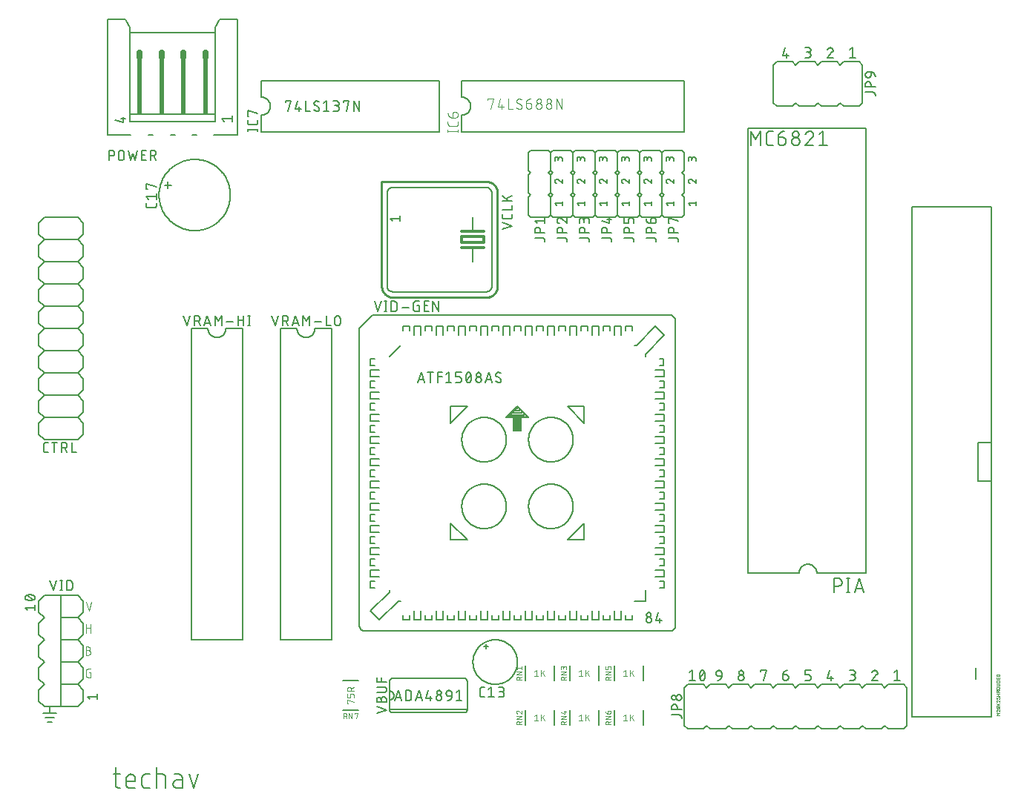
<source format=gbr>
G04 EAGLE Gerber RS-274X export*
G75*
%MOMM*%
%FSLAX34Y34*%
%LPD*%
%INSilkscreen Top*%
%IPPOS*%
%AMOC8*
5,1,8,0,0,1.08239X$1,22.5*%
G01*
%ADD10C,0.076200*%
%ADD11C,0.203200*%
%ADD12C,0.025400*%
%ADD13C,0.152400*%
%ADD14C,0.127000*%
%ADD15R,1.016000X1.905000*%
%ADD16R,1.778000X0.381000*%
%ADD17R,1.270000X0.254000*%
%ADD18R,0.762000X0.254000*%
%ADD19R,0.254000X0.254000*%
%ADD20R,0.254000X0.127000*%
%ADD21R,0.127000X0.127000*%
%ADD22C,0.660400*%
%ADD23R,0.609600X6.604000*%
%ADD24C,0.254000*%
%ADD25C,0.304800*%
%ADD26C,0.050800*%
%ADD27C,0.101600*%


D10*
X352735Y28591D02*
X351917Y28591D01*
X351917Y32683D01*
X359283Y30637D01*
X359283Y35906D02*
X359283Y38362D01*
X359281Y38440D01*
X359276Y38518D01*
X359266Y38595D01*
X359253Y38672D01*
X359237Y38748D01*
X359217Y38823D01*
X359193Y38897D01*
X359166Y38970D01*
X359135Y39042D01*
X359101Y39112D01*
X359064Y39181D01*
X359023Y39247D01*
X358979Y39312D01*
X358933Y39374D01*
X358883Y39434D01*
X358831Y39492D01*
X358776Y39547D01*
X358718Y39599D01*
X358658Y39649D01*
X358596Y39695D01*
X358531Y39739D01*
X358465Y39780D01*
X358396Y39817D01*
X358326Y39851D01*
X358254Y39882D01*
X358181Y39909D01*
X358107Y39933D01*
X358032Y39953D01*
X357956Y39969D01*
X357879Y39982D01*
X357802Y39992D01*
X357724Y39997D01*
X357646Y39999D01*
X356828Y39999D01*
X356748Y39997D01*
X356668Y39991D01*
X356588Y39981D01*
X356509Y39968D01*
X356430Y39950D01*
X356353Y39929D01*
X356277Y39903D01*
X356202Y39874D01*
X356128Y39842D01*
X356056Y39806D01*
X355986Y39766D01*
X355919Y39723D01*
X355853Y39677D01*
X355790Y39627D01*
X355729Y39575D01*
X355670Y39520D01*
X355615Y39461D01*
X355563Y39401D01*
X355513Y39337D01*
X355467Y39271D01*
X355424Y39204D01*
X355384Y39134D01*
X355348Y39062D01*
X355316Y38988D01*
X355287Y38914D01*
X355261Y38837D01*
X355240Y38760D01*
X355222Y38681D01*
X355209Y38602D01*
X355199Y38522D01*
X355193Y38442D01*
X355191Y38362D01*
X355191Y35906D01*
X351917Y35906D01*
X351917Y39999D01*
X351917Y43517D02*
X359283Y43517D01*
X351917Y43517D02*
X351917Y45563D01*
X351919Y45652D01*
X351925Y45741D01*
X351935Y45830D01*
X351948Y45918D01*
X351965Y46006D01*
X351987Y46093D01*
X352012Y46178D01*
X352040Y46263D01*
X352073Y46346D01*
X352109Y46428D01*
X352148Y46508D01*
X352191Y46586D01*
X352237Y46662D01*
X352287Y46737D01*
X352340Y46809D01*
X352396Y46878D01*
X352455Y46945D01*
X352516Y47010D01*
X352581Y47071D01*
X352648Y47130D01*
X352717Y47186D01*
X352789Y47239D01*
X352864Y47289D01*
X352940Y47335D01*
X353018Y47378D01*
X353098Y47417D01*
X353180Y47453D01*
X353263Y47486D01*
X353348Y47514D01*
X353433Y47539D01*
X353520Y47561D01*
X353608Y47578D01*
X353696Y47591D01*
X353785Y47601D01*
X353874Y47607D01*
X353963Y47609D01*
X354052Y47607D01*
X354141Y47601D01*
X354230Y47591D01*
X354318Y47578D01*
X354406Y47561D01*
X354493Y47539D01*
X354578Y47514D01*
X354663Y47486D01*
X354746Y47453D01*
X354828Y47417D01*
X354908Y47378D01*
X354986Y47335D01*
X355062Y47289D01*
X355137Y47239D01*
X355209Y47186D01*
X355278Y47130D01*
X355345Y47071D01*
X355410Y47010D01*
X355471Y46945D01*
X355530Y46878D01*
X355586Y46809D01*
X355639Y46737D01*
X355689Y46662D01*
X355735Y46586D01*
X355778Y46508D01*
X355817Y46428D01*
X355853Y46346D01*
X355886Y46263D01*
X355914Y46178D01*
X355939Y46093D01*
X355961Y46006D01*
X355978Y45918D01*
X355991Y45830D01*
X356001Y45741D01*
X356007Y45652D01*
X356009Y45563D01*
X356009Y43517D01*
X356009Y45972D02*
X359283Y47609D01*
X565616Y65546D02*
X567662Y67183D01*
X567662Y59817D01*
X565616Y59817D02*
X569708Y59817D01*
X573292Y59817D02*
X573292Y67183D01*
X577384Y67183D02*
X573292Y62682D01*
X574929Y64318D02*
X577384Y59817D01*
X616416Y65546D02*
X618462Y67183D01*
X618462Y59817D01*
X616416Y59817D02*
X620508Y59817D01*
X624092Y59817D02*
X624092Y67183D01*
X628184Y67183D02*
X624092Y62682D01*
X625729Y64318D02*
X628184Y59817D01*
X667216Y65546D02*
X669262Y67183D01*
X669262Y59817D01*
X667216Y59817D02*
X671308Y59817D01*
X674892Y59817D02*
X674892Y67183D01*
X678984Y67183D02*
X674892Y62682D01*
X676529Y64318D02*
X678984Y59817D01*
X567662Y16383D02*
X565616Y14746D01*
X567662Y16383D02*
X567662Y9017D01*
X565616Y9017D02*
X569708Y9017D01*
X573292Y9017D02*
X573292Y16383D01*
X577384Y16383D02*
X573292Y11882D01*
X574929Y13518D02*
X577384Y9017D01*
X616416Y14746D02*
X618462Y16383D01*
X618462Y9017D01*
X616416Y9017D02*
X620508Y9017D01*
X624092Y9017D02*
X624092Y16383D01*
X628184Y16383D02*
X624092Y11882D01*
X625729Y13518D02*
X628184Y9017D01*
X667216Y14746D02*
X669262Y16383D01*
X669262Y9017D01*
X667216Y9017D02*
X671308Y9017D01*
X674892Y9017D02*
X674892Y16383D01*
X678984Y16383D02*
X674892Y11882D01*
X676529Y13518D02*
X678984Y9017D01*
D11*
X12700Y17780D02*
X12700Y25400D01*
X5080Y17780D02*
X20320Y17780D01*
X17780Y12700D02*
X7620Y12700D01*
X10160Y7620D02*
X15240Y7620D01*
D10*
X56854Y135001D02*
X53721Y144399D01*
X59986Y144399D02*
X56854Y135001D01*
X53721Y118999D02*
X53721Y109601D01*
X53721Y114822D02*
X58942Y114822D01*
X58942Y118999D02*
X58942Y109601D01*
X56332Y89422D02*
X53721Y89422D01*
X56332Y89423D02*
X56433Y89421D01*
X56534Y89415D01*
X56635Y89405D01*
X56735Y89392D01*
X56835Y89374D01*
X56934Y89353D01*
X57032Y89327D01*
X57129Y89298D01*
X57225Y89266D01*
X57319Y89229D01*
X57412Y89189D01*
X57504Y89145D01*
X57593Y89098D01*
X57681Y89047D01*
X57767Y88993D01*
X57850Y88936D01*
X57932Y88876D01*
X58010Y88812D01*
X58087Y88746D01*
X58160Y88676D01*
X58231Y88604D01*
X58299Y88529D01*
X58364Y88451D01*
X58426Y88371D01*
X58485Y88289D01*
X58541Y88204D01*
X58593Y88117D01*
X58642Y88029D01*
X58688Y87938D01*
X58729Y87846D01*
X58768Y87752D01*
X58802Y87657D01*
X58833Y87561D01*
X58860Y87463D01*
X58884Y87365D01*
X58903Y87265D01*
X58919Y87165D01*
X58931Y87065D01*
X58939Y86964D01*
X58943Y86863D01*
X58943Y86761D01*
X58939Y86660D01*
X58931Y86559D01*
X58919Y86459D01*
X58903Y86359D01*
X58884Y86259D01*
X58860Y86161D01*
X58833Y86063D01*
X58802Y85967D01*
X58768Y85872D01*
X58729Y85778D01*
X58688Y85686D01*
X58642Y85595D01*
X58593Y85506D01*
X58541Y85420D01*
X58485Y85335D01*
X58426Y85253D01*
X58364Y85173D01*
X58299Y85095D01*
X58231Y85020D01*
X58160Y84948D01*
X58087Y84878D01*
X58010Y84812D01*
X57932Y84748D01*
X57850Y84688D01*
X57767Y84631D01*
X57681Y84577D01*
X57593Y84526D01*
X57504Y84479D01*
X57412Y84435D01*
X57319Y84395D01*
X57225Y84358D01*
X57129Y84326D01*
X57032Y84297D01*
X56934Y84271D01*
X56835Y84250D01*
X56735Y84232D01*
X56635Y84219D01*
X56534Y84209D01*
X56433Y84203D01*
X56332Y84201D01*
X53721Y84201D01*
X53721Y93599D01*
X56332Y93599D01*
X56422Y93597D01*
X56511Y93591D01*
X56601Y93582D01*
X56690Y93568D01*
X56778Y93551D01*
X56865Y93530D01*
X56952Y93505D01*
X57037Y93476D01*
X57121Y93444D01*
X57203Y93409D01*
X57284Y93369D01*
X57363Y93327D01*
X57440Y93281D01*
X57515Y93231D01*
X57588Y93179D01*
X57659Y93123D01*
X57727Y93065D01*
X57792Y93003D01*
X57855Y92939D01*
X57915Y92872D01*
X57972Y92803D01*
X58026Y92731D01*
X58077Y92657D01*
X58125Y92581D01*
X58169Y92503D01*
X58210Y92423D01*
X58248Y92341D01*
X58282Y92258D01*
X58312Y92173D01*
X58339Y92087D01*
X58362Y92001D01*
X58381Y91913D01*
X58396Y91824D01*
X58408Y91735D01*
X58416Y91646D01*
X58420Y91556D01*
X58420Y91466D01*
X58416Y91376D01*
X58408Y91287D01*
X58396Y91198D01*
X58381Y91109D01*
X58362Y91021D01*
X58339Y90935D01*
X58312Y90849D01*
X58282Y90764D01*
X58248Y90681D01*
X58210Y90599D01*
X58169Y90519D01*
X58125Y90441D01*
X58077Y90365D01*
X58026Y90291D01*
X57972Y90219D01*
X57915Y90150D01*
X57855Y90083D01*
X57792Y90019D01*
X57727Y89957D01*
X57659Y89899D01*
X57588Y89843D01*
X57515Y89791D01*
X57440Y89741D01*
X57363Y89695D01*
X57284Y89653D01*
X57203Y89613D01*
X57121Y89578D01*
X57037Y89546D01*
X56952Y89517D01*
X56865Y89492D01*
X56778Y89471D01*
X56690Y89454D01*
X56601Y89440D01*
X56511Y89431D01*
X56422Y89425D01*
X56332Y89423D01*
X57376Y64022D02*
X58942Y64022D01*
X58942Y58801D01*
X55809Y58801D01*
X55720Y58803D01*
X55632Y58809D01*
X55544Y58818D01*
X55456Y58831D01*
X55369Y58848D01*
X55283Y58868D01*
X55198Y58893D01*
X55113Y58920D01*
X55030Y58952D01*
X54949Y58986D01*
X54869Y59025D01*
X54791Y59066D01*
X54714Y59111D01*
X54640Y59159D01*
X54567Y59210D01*
X54497Y59264D01*
X54430Y59322D01*
X54364Y59382D01*
X54302Y59444D01*
X54242Y59510D01*
X54184Y59577D01*
X54130Y59647D01*
X54079Y59720D01*
X54031Y59794D01*
X53986Y59871D01*
X53945Y59949D01*
X53906Y60029D01*
X53872Y60110D01*
X53840Y60193D01*
X53813Y60278D01*
X53788Y60363D01*
X53768Y60449D01*
X53751Y60536D01*
X53738Y60624D01*
X53729Y60712D01*
X53723Y60800D01*
X53721Y60889D01*
X53721Y66111D01*
X53723Y66202D01*
X53729Y66293D01*
X53739Y66384D01*
X53753Y66474D01*
X53770Y66563D01*
X53792Y66651D01*
X53818Y66739D01*
X53847Y66825D01*
X53880Y66910D01*
X53917Y66993D01*
X53957Y67075D01*
X54001Y67155D01*
X54048Y67233D01*
X54099Y67309D01*
X54152Y67382D01*
X54209Y67453D01*
X54270Y67522D01*
X54333Y67587D01*
X54398Y67650D01*
X54467Y67710D01*
X54538Y67768D01*
X54611Y67821D01*
X54687Y67872D01*
X54765Y67919D01*
X54845Y67963D01*
X54927Y68003D01*
X55010Y68040D01*
X55095Y68073D01*
X55181Y68102D01*
X55269Y68128D01*
X55357Y68150D01*
X55446Y68167D01*
X55536Y68181D01*
X55627Y68191D01*
X55718Y68197D01*
X55809Y68199D01*
X58942Y68199D01*
D11*
X25400Y50800D02*
X25400Y25400D01*
X25400Y50800D02*
X25400Y76200D01*
X25400Y101600D01*
X25400Y127000D01*
X25400Y152400D01*
X25400Y127000D02*
X45720Y127000D01*
X45720Y101600D02*
X25400Y101600D01*
X25400Y76200D02*
X45720Y76200D01*
X45720Y50800D02*
X25400Y50800D01*
X84836Y-51985D02*
X92625Y-51985D01*
X87432Y-44196D02*
X87432Y-63669D01*
X87434Y-63791D01*
X87440Y-63914D01*
X87449Y-64036D01*
X87463Y-64157D01*
X87480Y-64278D01*
X87501Y-64399D01*
X87526Y-64519D01*
X87554Y-64638D01*
X87587Y-64756D01*
X87623Y-64873D01*
X87662Y-64988D01*
X87706Y-65103D01*
X87752Y-65216D01*
X87803Y-65327D01*
X87857Y-65437D01*
X87914Y-65545D01*
X87974Y-65652D01*
X88038Y-65756D01*
X88106Y-65858D01*
X88176Y-65958D01*
X88249Y-66056D01*
X88326Y-66152D01*
X88405Y-66245D01*
X88488Y-66335D01*
X88573Y-66423D01*
X88661Y-66508D01*
X88751Y-66591D01*
X88844Y-66670D01*
X88940Y-66747D01*
X89038Y-66820D01*
X89138Y-66890D01*
X89240Y-66958D01*
X89344Y-67022D01*
X89451Y-67082D01*
X89559Y-67139D01*
X89669Y-67193D01*
X89780Y-67244D01*
X89893Y-67290D01*
X90008Y-67334D01*
X90123Y-67373D01*
X90240Y-67409D01*
X90358Y-67442D01*
X90477Y-67470D01*
X90597Y-67495D01*
X90718Y-67516D01*
X90839Y-67533D01*
X90960Y-67547D01*
X91082Y-67556D01*
X91205Y-67562D01*
X91327Y-67564D01*
X92625Y-67564D01*
X103523Y-67564D02*
X110014Y-67564D01*
X103523Y-67564D02*
X103401Y-67562D01*
X103278Y-67556D01*
X103156Y-67547D01*
X103035Y-67533D01*
X102914Y-67516D01*
X102793Y-67495D01*
X102673Y-67470D01*
X102554Y-67442D01*
X102436Y-67409D01*
X102319Y-67373D01*
X102204Y-67334D01*
X102089Y-67290D01*
X101976Y-67244D01*
X101865Y-67193D01*
X101755Y-67139D01*
X101647Y-67082D01*
X101540Y-67022D01*
X101436Y-66958D01*
X101334Y-66890D01*
X101234Y-66820D01*
X101136Y-66747D01*
X101040Y-66670D01*
X100947Y-66591D01*
X100857Y-66508D01*
X100769Y-66423D01*
X100684Y-66335D01*
X100601Y-66245D01*
X100522Y-66152D01*
X100445Y-66056D01*
X100372Y-65958D01*
X100302Y-65858D01*
X100234Y-65756D01*
X100170Y-65652D01*
X100110Y-65545D01*
X100053Y-65437D01*
X99999Y-65327D01*
X99948Y-65216D01*
X99902Y-65103D01*
X99858Y-64988D01*
X99819Y-64873D01*
X99783Y-64756D01*
X99750Y-64638D01*
X99722Y-64519D01*
X99697Y-64399D01*
X99676Y-64278D01*
X99659Y-64157D01*
X99645Y-64036D01*
X99636Y-63914D01*
X99630Y-63791D01*
X99628Y-63669D01*
X99629Y-63669D02*
X99629Y-57178D01*
X99631Y-57035D01*
X99637Y-56892D01*
X99647Y-56749D01*
X99661Y-56607D01*
X99678Y-56465D01*
X99700Y-56323D01*
X99725Y-56182D01*
X99755Y-56042D01*
X99788Y-55903D01*
X99825Y-55765D01*
X99866Y-55628D01*
X99910Y-55492D01*
X99959Y-55357D01*
X100011Y-55224D01*
X100066Y-55092D01*
X100126Y-54962D01*
X100189Y-54833D01*
X100255Y-54706D01*
X100325Y-54581D01*
X100398Y-54459D01*
X100475Y-54338D01*
X100555Y-54219D01*
X100638Y-54103D01*
X100724Y-53988D01*
X100813Y-53877D01*
X100906Y-53767D01*
X101001Y-53661D01*
X101100Y-53557D01*
X101201Y-53456D01*
X101305Y-53357D01*
X101411Y-53262D01*
X101521Y-53169D01*
X101632Y-53080D01*
X101747Y-52994D01*
X101863Y-52911D01*
X101982Y-52831D01*
X102103Y-52754D01*
X102226Y-52681D01*
X102350Y-52611D01*
X102477Y-52545D01*
X102606Y-52482D01*
X102736Y-52422D01*
X102868Y-52367D01*
X103001Y-52315D01*
X103136Y-52266D01*
X103272Y-52222D01*
X103409Y-52181D01*
X103547Y-52144D01*
X103686Y-52111D01*
X103826Y-52081D01*
X103967Y-52056D01*
X104109Y-52034D01*
X104251Y-52017D01*
X104393Y-52003D01*
X104536Y-51993D01*
X104679Y-51987D01*
X104822Y-51985D01*
X104965Y-51987D01*
X105108Y-51993D01*
X105251Y-52003D01*
X105393Y-52017D01*
X105535Y-52034D01*
X105677Y-52056D01*
X105818Y-52081D01*
X105958Y-52111D01*
X106097Y-52144D01*
X106235Y-52181D01*
X106372Y-52222D01*
X106508Y-52266D01*
X106643Y-52315D01*
X106776Y-52367D01*
X106908Y-52422D01*
X107038Y-52482D01*
X107167Y-52545D01*
X107294Y-52611D01*
X107419Y-52681D01*
X107541Y-52754D01*
X107662Y-52831D01*
X107781Y-52911D01*
X107897Y-52994D01*
X108012Y-53080D01*
X108123Y-53169D01*
X108233Y-53262D01*
X108339Y-53357D01*
X108443Y-53456D01*
X108544Y-53557D01*
X108643Y-53661D01*
X108738Y-53767D01*
X108831Y-53877D01*
X108920Y-53988D01*
X109006Y-54103D01*
X109089Y-54219D01*
X109169Y-54338D01*
X109246Y-54459D01*
X109319Y-54582D01*
X109389Y-54706D01*
X109455Y-54833D01*
X109518Y-54962D01*
X109578Y-55092D01*
X109633Y-55224D01*
X109685Y-55357D01*
X109734Y-55492D01*
X109778Y-55628D01*
X109819Y-55765D01*
X109856Y-55903D01*
X109889Y-56042D01*
X109919Y-56182D01*
X109944Y-56323D01*
X109966Y-56465D01*
X109983Y-56607D01*
X109997Y-56749D01*
X110007Y-56892D01*
X110013Y-57035D01*
X110015Y-57178D01*
X110014Y-57178D02*
X110014Y-59775D01*
X99629Y-59775D01*
X121633Y-67564D02*
X126826Y-67564D01*
X121633Y-67564D02*
X121511Y-67562D01*
X121388Y-67556D01*
X121266Y-67547D01*
X121145Y-67533D01*
X121024Y-67516D01*
X120903Y-67495D01*
X120783Y-67470D01*
X120664Y-67442D01*
X120546Y-67409D01*
X120429Y-67373D01*
X120314Y-67334D01*
X120199Y-67290D01*
X120086Y-67244D01*
X119975Y-67193D01*
X119865Y-67139D01*
X119757Y-67082D01*
X119650Y-67022D01*
X119546Y-66958D01*
X119444Y-66890D01*
X119344Y-66820D01*
X119246Y-66747D01*
X119150Y-66670D01*
X119057Y-66591D01*
X118967Y-66508D01*
X118879Y-66423D01*
X118794Y-66335D01*
X118711Y-66245D01*
X118632Y-66152D01*
X118555Y-66056D01*
X118482Y-65958D01*
X118412Y-65858D01*
X118344Y-65756D01*
X118280Y-65652D01*
X118220Y-65545D01*
X118163Y-65437D01*
X118109Y-65327D01*
X118058Y-65216D01*
X118012Y-65103D01*
X117968Y-64988D01*
X117929Y-64873D01*
X117893Y-64756D01*
X117860Y-64638D01*
X117832Y-64519D01*
X117807Y-64399D01*
X117786Y-64278D01*
X117769Y-64157D01*
X117755Y-64036D01*
X117746Y-63914D01*
X117740Y-63791D01*
X117738Y-63669D01*
X117738Y-55880D01*
X117740Y-55758D01*
X117746Y-55635D01*
X117755Y-55513D01*
X117769Y-55392D01*
X117786Y-55271D01*
X117807Y-55150D01*
X117832Y-55030D01*
X117860Y-54911D01*
X117893Y-54793D01*
X117929Y-54676D01*
X117968Y-54561D01*
X118012Y-54446D01*
X118058Y-54333D01*
X118109Y-54222D01*
X118163Y-54112D01*
X118220Y-54004D01*
X118280Y-53897D01*
X118344Y-53793D01*
X118412Y-53691D01*
X118482Y-53591D01*
X118555Y-53493D01*
X118632Y-53397D01*
X118711Y-53304D01*
X118794Y-53214D01*
X118879Y-53126D01*
X118967Y-53041D01*
X119057Y-52958D01*
X119150Y-52879D01*
X119246Y-52802D01*
X119344Y-52729D01*
X119444Y-52659D01*
X119546Y-52591D01*
X119650Y-52527D01*
X119757Y-52467D01*
X119865Y-52410D01*
X119975Y-52356D01*
X120086Y-52305D01*
X120199Y-52259D01*
X120314Y-52215D01*
X120429Y-52176D01*
X120546Y-52140D01*
X120664Y-52107D01*
X120783Y-52079D01*
X120903Y-52054D01*
X121024Y-52033D01*
X121145Y-52016D01*
X121266Y-52002D01*
X121388Y-51993D01*
X121511Y-51987D01*
X121633Y-51985D01*
X126826Y-51985D01*
X134427Y-44196D02*
X134427Y-67564D01*
X134427Y-51985D02*
X140918Y-51985D01*
X141040Y-51987D01*
X141163Y-51993D01*
X141285Y-52002D01*
X141406Y-52016D01*
X141527Y-52033D01*
X141648Y-52054D01*
X141768Y-52079D01*
X141887Y-52107D01*
X142005Y-52140D01*
X142122Y-52176D01*
X142237Y-52215D01*
X142352Y-52259D01*
X142465Y-52305D01*
X142576Y-52356D01*
X142686Y-52410D01*
X142794Y-52467D01*
X142901Y-52527D01*
X143005Y-52591D01*
X143107Y-52659D01*
X143207Y-52729D01*
X143305Y-52802D01*
X143401Y-52879D01*
X143494Y-52958D01*
X143584Y-53041D01*
X143672Y-53126D01*
X143757Y-53214D01*
X143840Y-53304D01*
X143919Y-53397D01*
X143996Y-53493D01*
X144069Y-53591D01*
X144139Y-53691D01*
X144207Y-53793D01*
X144271Y-53897D01*
X144331Y-54004D01*
X144388Y-54112D01*
X144442Y-54222D01*
X144493Y-54333D01*
X144539Y-54446D01*
X144583Y-54561D01*
X144622Y-54676D01*
X144658Y-54793D01*
X144691Y-54911D01*
X144719Y-55030D01*
X144744Y-55150D01*
X144765Y-55271D01*
X144782Y-55392D01*
X144796Y-55513D01*
X144805Y-55635D01*
X144811Y-55758D01*
X144813Y-55880D01*
X144812Y-55880D02*
X144812Y-67564D01*
X157710Y-58476D02*
X163552Y-58476D01*
X157710Y-58476D02*
X157577Y-58478D01*
X157443Y-58484D01*
X157310Y-58494D01*
X157178Y-58507D01*
X157045Y-58525D01*
X156914Y-58546D01*
X156783Y-58572D01*
X156652Y-58601D01*
X156523Y-58634D01*
X156395Y-58670D01*
X156268Y-58711D01*
X156142Y-58755D01*
X156017Y-58803D01*
X155894Y-58855D01*
X155773Y-58910D01*
X155653Y-58968D01*
X155535Y-59030D01*
X155419Y-59096D01*
X155305Y-59165D01*
X155192Y-59237D01*
X155082Y-59313D01*
X154975Y-59391D01*
X154869Y-59473D01*
X154767Y-59558D01*
X154666Y-59646D01*
X154568Y-59737D01*
X154473Y-59831D01*
X154381Y-59927D01*
X154292Y-60026D01*
X154205Y-60128D01*
X154122Y-60232D01*
X154042Y-60338D01*
X153965Y-60447D01*
X153891Y-60558D01*
X153820Y-60671D01*
X153753Y-60787D01*
X153689Y-60904D01*
X153628Y-61023D01*
X153572Y-61143D01*
X153518Y-61266D01*
X153469Y-61390D01*
X153423Y-61515D01*
X153380Y-61641D01*
X153342Y-61769D01*
X153307Y-61898D01*
X153276Y-62027D01*
X153248Y-62158D01*
X153225Y-62289D01*
X153206Y-62421D01*
X153190Y-62554D01*
X153178Y-62687D01*
X153170Y-62820D01*
X153166Y-62953D01*
X153166Y-63087D01*
X153170Y-63220D01*
X153178Y-63353D01*
X153190Y-63486D01*
X153206Y-63619D01*
X153225Y-63751D01*
X153248Y-63882D01*
X153276Y-64013D01*
X153307Y-64142D01*
X153342Y-64271D01*
X153380Y-64399D01*
X153423Y-64525D01*
X153469Y-64650D01*
X153518Y-64774D01*
X153572Y-64897D01*
X153628Y-65017D01*
X153689Y-65136D01*
X153753Y-65253D01*
X153820Y-65369D01*
X153891Y-65482D01*
X153965Y-65593D01*
X154042Y-65702D01*
X154122Y-65808D01*
X154205Y-65912D01*
X154292Y-66014D01*
X154381Y-66113D01*
X154473Y-66209D01*
X154568Y-66303D01*
X154666Y-66394D01*
X154767Y-66482D01*
X154869Y-66567D01*
X154975Y-66649D01*
X155082Y-66727D01*
X155192Y-66803D01*
X155305Y-66875D01*
X155419Y-66944D01*
X155535Y-67010D01*
X155653Y-67072D01*
X155773Y-67130D01*
X155894Y-67185D01*
X156017Y-67237D01*
X156142Y-67285D01*
X156268Y-67329D01*
X156395Y-67370D01*
X156523Y-67406D01*
X156652Y-67439D01*
X156783Y-67468D01*
X156914Y-67494D01*
X157045Y-67515D01*
X157178Y-67533D01*
X157310Y-67546D01*
X157443Y-67556D01*
X157577Y-67562D01*
X157710Y-67564D01*
X163552Y-67564D01*
X163552Y-55880D01*
X163553Y-55880D02*
X163551Y-55758D01*
X163545Y-55635D01*
X163536Y-55513D01*
X163522Y-55392D01*
X163505Y-55271D01*
X163484Y-55150D01*
X163459Y-55030D01*
X163431Y-54911D01*
X163398Y-54793D01*
X163362Y-54676D01*
X163323Y-54561D01*
X163279Y-54446D01*
X163233Y-54333D01*
X163182Y-54222D01*
X163128Y-54112D01*
X163071Y-54004D01*
X163011Y-53897D01*
X162947Y-53793D01*
X162879Y-53691D01*
X162809Y-53591D01*
X162736Y-53493D01*
X162659Y-53397D01*
X162580Y-53304D01*
X162497Y-53214D01*
X162412Y-53126D01*
X162324Y-53041D01*
X162234Y-52958D01*
X162141Y-52879D01*
X162045Y-52802D01*
X161947Y-52729D01*
X161847Y-52659D01*
X161745Y-52591D01*
X161641Y-52527D01*
X161534Y-52467D01*
X161426Y-52410D01*
X161316Y-52356D01*
X161205Y-52305D01*
X161092Y-52259D01*
X160977Y-52215D01*
X160862Y-52176D01*
X160745Y-52140D01*
X160627Y-52107D01*
X160508Y-52079D01*
X160388Y-52054D01*
X160267Y-52033D01*
X160146Y-52016D01*
X160025Y-52002D01*
X159903Y-51993D01*
X159780Y-51987D01*
X159658Y-51985D01*
X154465Y-51985D01*
X171312Y-51985D02*
X176505Y-67564D01*
X181698Y-51985D01*
X1069150Y57150D02*
X1069150Y69850D01*
X996400Y13300D02*
X996400Y596300D01*
X1086400Y596300D02*
X1086400Y13300D01*
X997400Y13300D01*
X996400Y596300D02*
X1086400Y596300D01*
X1086400Y282800D02*
X1071400Y282800D01*
X1071400Y326800D02*
X1086400Y326800D01*
X1071400Y326800D02*
X1071400Y282800D01*
D12*
X1092327Y15274D02*
X1096137Y15274D01*
X1094444Y16544D02*
X1092327Y15274D01*
X1094444Y16544D02*
X1092327Y17814D01*
X1096137Y17814D01*
X1093280Y21626D02*
X1093220Y21624D01*
X1093161Y21618D01*
X1093101Y21609D01*
X1093043Y21596D01*
X1092986Y21579D01*
X1092929Y21559D01*
X1092874Y21535D01*
X1092821Y21508D01*
X1092769Y21478D01*
X1092720Y21444D01*
X1092673Y21407D01*
X1092628Y21368D01*
X1092585Y21325D01*
X1092546Y21280D01*
X1092509Y21233D01*
X1092475Y21184D01*
X1092445Y21132D01*
X1092418Y21079D01*
X1092394Y21024D01*
X1092374Y20967D01*
X1092357Y20910D01*
X1092344Y20852D01*
X1092335Y20792D01*
X1092329Y20733D01*
X1092327Y20673D01*
X1092329Y20606D01*
X1092334Y20539D01*
X1092343Y20473D01*
X1092356Y20407D01*
X1092372Y20343D01*
X1092392Y20279D01*
X1092416Y20216D01*
X1092442Y20154D01*
X1092472Y20095D01*
X1092505Y20037D01*
X1092542Y19980D01*
X1092581Y19926D01*
X1092623Y19874D01*
X1092668Y19825D01*
X1092716Y19778D01*
X1092766Y19734D01*
X1092819Y19692D01*
X1092874Y19654D01*
X1092930Y19618D01*
X1092989Y19586D01*
X1093049Y19557D01*
X1093111Y19531D01*
X1093174Y19509D01*
X1094021Y21308D02*
X1093979Y21350D01*
X1093934Y21389D01*
X1093888Y21426D01*
X1093839Y21460D01*
X1093789Y21490D01*
X1093737Y21518D01*
X1093683Y21543D01*
X1093628Y21565D01*
X1093572Y21584D01*
X1093515Y21599D01*
X1093457Y21611D01*
X1093398Y21619D01*
X1093339Y21624D01*
X1093280Y21626D01*
X1094020Y21308D02*
X1096137Y19509D01*
X1096137Y21626D01*
X1094232Y23166D02*
X1094122Y23168D01*
X1094013Y23174D01*
X1093904Y23183D01*
X1093795Y23197D01*
X1093687Y23214D01*
X1093579Y23235D01*
X1093473Y23259D01*
X1093367Y23288D01*
X1093262Y23320D01*
X1093158Y23355D01*
X1093056Y23394D01*
X1092955Y23437D01*
X1092856Y23484D01*
X1092806Y23504D01*
X1092757Y23526D01*
X1092709Y23552D01*
X1092664Y23581D01*
X1092621Y23614D01*
X1092580Y23649D01*
X1092541Y23687D01*
X1092506Y23727D01*
X1092473Y23770D01*
X1092443Y23815D01*
X1092416Y23862D01*
X1092393Y23910D01*
X1092373Y23960D01*
X1092357Y24012D01*
X1092344Y24064D01*
X1092334Y24117D01*
X1092329Y24171D01*
X1092327Y24225D01*
X1092329Y24279D01*
X1092334Y24333D01*
X1092344Y24386D01*
X1092357Y24438D01*
X1092373Y24490D01*
X1092393Y24540D01*
X1092416Y24588D01*
X1092443Y24635D01*
X1092473Y24680D01*
X1092506Y24723D01*
X1092541Y24763D01*
X1092580Y24801D01*
X1092621Y24836D01*
X1092664Y24869D01*
X1092709Y24898D01*
X1092757Y24924D01*
X1092806Y24946D01*
X1092856Y24966D01*
X1092955Y25013D01*
X1093056Y25056D01*
X1093158Y25095D01*
X1093262Y25130D01*
X1093367Y25162D01*
X1093473Y25191D01*
X1093579Y25215D01*
X1093687Y25236D01*
X1093795Y25253D01*
X1093904Y25267D01*
X1094013Y25276D01*
X1094122Y25282D01*
X1094232Y25284D01*
X1094232Y23166D02*
X1094342Y23168D01*
X1094451Y23174D01*
X1094560Y23183D01*
X1094669Y23197D01*
X1094777Y23214D01*
X1094885Y23235D01*
X1094991Y23259D01*
X1095097Y23288D01*
X1095202Y23320D01*
X1095306Y23355D01*
X1095408Y23394D01*
X1095509Y23437D01*
X1095608Y23484D01*
X1095658Y23504D01*
X1095707Y23526D01*
X1095755Y23552D01*
X1095800Y23581D01*
X1095843Y23614D01*
X1095884Y23649D01*
X1095923Y23687D01*
X1095958Y23727D01*
X1095991Y23770D01*
X1096021Y23815D01*
X1096048Y23862D01*
X1096071Y23910D01*
X1096091Y23961D01*
X1096107Y24012D01*
X1096120Y24064D01*
X1096130Y24117D01*
X1096135Y24171D01*
X1096137Y24225D01*
X1095608Y24966D02*
X1095509Y25013D01*
X1095408Y25056D01*
X1095306Y25095D01*
X1095202Y25130D01*
X1095097Y25162D01*
X1094991Y25191D01*
X1094885Y25215D01*
X1094777Y25236D01*
X1094669Y25253D01*
X1094560Y25267D01*
X1094451Y25276D01*
X1094342Y25282D01*
X1094232Y25284D01*
X1095608Y24966D02*
X1095658Y24946D01*
X1095707Y24924D01*
X1095755Y24898D01*
X1095800Y24869D01*
X1095843Y24836D01*
X1095884Y24801D01*
X1095923Y24763D01*
X1095958Y24723D01*
X1095991Y24680D01*
X1096021Y24635D01*
X1096048Y24588D01*
X1096071Y24540D01*
X1096091Y24489D01*
X1096107Y24438D01*
X1096120Y24386D01*
X1096130Y24333D01*
X1096135Y24279D01*
X1096137Y24225D01*
X1095290Y23378D02*
X1093174Y25072D01*
X1096137Y26613D02*
X1092327Y29153D01*
X1092327Y26613D02*
X1096137Y29153D01*
X1093280Y32599D02*
X1093220Y32597D01*
X1093161Y32591D01*
X1093101Y32582D01*
X1093043Y32569D01*
X1092986Y32552D01*
X1092929Y32532D01*
X1092874Y32508D01*
X1092821Y32481D01*
X1092769Y32451D01*
X1092720Y32417D01*
X1092673Y32380D01*
X1092628Y32341D01*
X1092585Y32298D01*
X1092546Y32253D01*
X1092509Y32206D01*
X1092475Y32157D01*
X1092445Y32105D01*
X1092418Y32052D01*
X1092394Y31997D01*
X1092374Y31940D01*
X1092357Y31883D01*
X1092344Y31825D01*
X1092335Y31765D01*
X1092329Y31706D01*
X1092327Y31646D01*
X1092329Y31579D01*
X1092334Y31512D01*
X1092343Y31446D01*
X1092356Y31380D01*
X1092372Y31316D01*
X1092392Y31252D01*
X1092416Y31189D01*
X1092442Y31127D01*
X1092472Y31068D01*
X1092505Y31010D01*
X1092542Y30953D01*
X1092581Y30899D01*
X1092623Y30847D01*
X1092668Y30798D01*
X1092716Y30751D01*
X1092766Y30707D01*
X1092819Y30665D01*
X1092874Y30627D01*
X1092930Y30591D01*
X1092989Y30559D01*
X1093049Y30530D01*
X1093111Y30504D01*
X1093174Y30482D01*
X1094021Y32281D02*
X1093979Y32323D01*
X1093934Y32362D01*
X1093888Y32399D01*
X1093839Y32433D01*
X1093789Y32463D01*
X1093737Y32491D01*
X1093683Y32516D01*
X1093628Y32538D01*
X1093572Y32557D01*
X1093515Y32572D01*
X1093457Y32584D01*
X1093398Y32592D01*
X1093339Y32597D01*
X1093280Y32599D01*
X1094020Y32281D02*
X1096137Y30482D01*
X1096137Y32599D01*
X1096137Y35288D02*
X1096135Y35343D01*
X1096130Y35399D01*
X1096121Y35453D01*
X1096108Y35507D01*
X1096092Y35560D01*
X1096073Y35612D01*
X1096050Y35663D01*
X1096024Y35712D01*
X1095994Y35759D01*
X1095962Y35804D01*
X1095927Y35846D01*
X1095889Y35887D01*
X1095848Y35925D01*
X1095806Y35960D01*
X1095761Y35992D01*
X1095714Y36022D01*
X1095665Y36048D01*
X1095614Y36071D01*
X1095562Y36090D01*
X1095509Y36106D01*
X1095455Y36119D01*
X1095401Y36128D01*
X1095345Y36133D01*
X1095290Y36135D01*
X1096137Y35288D02*
X1096135Y35205D01*
X1096129Y35122D01*
X1096120Y35040D01*
X1096106Y34958D01*
X1096089Y34876D01*
X1096068Y34796D01*
X1096043Y34717D01*
X1096015Y34638D01*
X1095983Y34562D01*
X1095947Y34487D01*
X1095909Y34413D01*
X1095866Y34342D01*
X1095821Y34272D01*
X1095772Y34205D01*
X1095720Y34140D01*
X1095665Y34078D01*
X1095608Y34018D01*
X1093174Y34123D02*
X1093119Y34125D01*
X1093063Y34130D01*
X1093009Y34139D01*
X1092955Y34152D01*
X1092902Y34168D01*
X1092850Y34187D01*
X1092799Y34210D01*
X1092751Y34236D01*
X1092703Y34266D01*
X1092658Y34298D01*
X1092616Y34333D01*
X1092575Y34371D01*
X1092537Y34412D01*
X1092502Y34454D01*
X1092470Y34499D01*
X1092440Y34547D01*
X1092414Y34595D01*
X1092391Y34646D01*
X1092372Y34698D01*
X1092356Y34751D01*
X1092343Y34805D01*
X1092334Y34859D01*
X1092329Y34915D01*
X1092327Y34970D01*
X1092329Y35049D01*
X1092335Y35127D01*
X1092344Y35205D01*
X1092358Y35282D01*
X1092375Y35359D01*
X1092397Y35435D01*
X1092421Y35509D01*
X1092450Y35583D01*
X1092482Y35654D01*
X1092518Y35724D01*
X1092557Y35793D01*
X1092599Y35859D01*
X1092645Y35923D01*
X1093915Y34546D02*
X1093885Y34499D01*
X1093852Y34454D01*
X1093816Y34411D01*
X1093778Y34371D01*
X1093737Y34333D01*
X1093694Y34298D01*
X1093648Y34266D01*
X1093601Y34236D01*
X1093551Y34210D01*
X1093500Y34187D01*
X1093448Y34168D01*
X1093395Y34152D01*
X1093340Y34139D01*
X1093285Y34130D01*
X1093230Y34125D01*
X1093174Y34123D01*
X1094549Y35711D02*
X1094579Y35758D01*
X1094612Y35803D01*
X1094648Y35846D01*
X1094686Y35886D01*
X1094727Y35924D01*
X1094770Y35959D01*
X1094816Y35991D01*
X1094863Y36021D01*
X1094913Y36047D01*
X1094964Y36070D01*
X1095016Y36089D01*
X1095069Y36105D01*
X1095124Y36118D01*
X1095179Y36127D01*
X1095234Y36132D01*
X1095290Y36134D01*
X1094550Y35711D02*
X1093915Y34547D01*
X1092327Y37675D02*
X1096137Y37675D01*
X1094020Y37675D02*
X1094020Y39792D01*
X1092327Y39792D02*
X1096137Y39792D01*
X1096137Y41598D02*
X1092327Y41598D01*
X1092327Y42656D01*
X1092329Y42720D01*
X1092335Y42784D01*
X1092344Y42847D01*
X1092358Y42909D01*
X1092375Y42971D01*
X1092396Y43031D01*
X1092420Y43090D01*
X1092448Y43148D01*
X1092480Y43203D01*
X1092514Y43257D01*
X1092552Y43308D01*
X1092593Y43358D01*
X1092637Y43404D01*
X1092683Y43448D01*
X1092733Y43489D01*
X1092784Y43527D01*
X1092838Y43561D01*
X1092893Y43593D01*
X1092951Y43621D01*
X1093010Y43645D01*
X1093070Y43666D01*
X1093132Y43683D01*
X1093194Y43697D01*
X1093257Y43706D01*
X1093321Y43712D01*
X1093385Y43714D01*
X1093449Y43712D01*
X1093513Y43706D01*
X1093576Y43697D01*
X1093638Y43683D01*
X1093700Y43666D01*
X1093760Y43645D01*
X1093819Y43621D01*
X1093877Y43593D01*
X1093932Y43561D01*
X1093986Y43527D01*
X1094037Y43489D01*
X1094087Y43448D01*
X1094133Y43404D01*
X1094177Y43358D01*
X1094218Y43308D01*
X1094256Y43257D01*
X1094290Y43203D01*
X1094322Y43148D01*
X1094350Y43090D01*
X1094374Y43031D01*
X1094395Y42971D01*
X1094412Y42909D01*
X1094426Y42847D01*
X1094435Y42784D01*
X1094441Y42720D01*
X1094443Y42656D01*
X1094444Y42656D02*
X1094444Y41598D01*
X1094444Y42868D02*
X1096137Y43714D01*
X1095079Y45234D02*
X1093385Y45234D01*
X1093321Y45236D01*
X1093257Y45242D01*
X1093194Y45251D01*
X1093132Y45265D01*
X1093070Y45282D01*
X1093010Y45303D01*
X1092951Y45327D01*
X1092893Y45355D01*
X1092838Y45387D01*
X1092784Y45421D01*
X1092733Y45459D01*
X1092683Y45500D01*
X1092637Y45544D01*
X1092593Y45590D01*
X1092552Y45640D01*
X1092514Y45691D01*
X1092480Y45745D01*
X1092448Y45800D01*
X1092420Y45858D01*
X1092396Y45917D01*
X1092375Y45977D01*
X1092358Y46039D01*
X1092344Y46101D01*
X1092335Y46164D01*
X1092329Y46228D01*
X1092327Y46292D01*
X1092329Y46356D01*
X1092335Y46420D01*
X1092344Y46483D01*
X1092358Y46545D01*
X1092375Y46607D01*
X1092396Y46667D01*
X1092420Y46726D01*
X1092448Y46784D01*
X1092480Y46839D01*
X1092514Y46893D01*
X1092552Y46944D01*
X1092593Y46994D01*
X1092637Y47040D01*
X1092683Y47084D01*
X1092733Y47125D01*
X1092784Y47163D01*
X1092838Y47197D01*
X1092893Y47229D01*
X1092951Y47257D01*
X1093010Y47281D01*
X1093070Y47302D01*
X1093132Y47319D01*
X1093194Y47333D01*
X1093257Y47342D01*
X1093321Y47348D01*
X1093385Y47350D01*
X1093385Y47351D02*
X1095079Y47351D01*
X1095079Y47350D02*
X1095143Y47348D01*
X1095207Y47342D01*
X1095270Y47333D01*
X1095332Y47319D01*
X1095394Y47302D01*
X1095454Y47281D01*
X1095513Y47257D01*
X1095571Y47229D01*
X1095626Y47197D01*
X1095680Y47163D01*
X1095731Y47125D01*
X1095781Y47084D01*
X1095827Y47040D01*
X1095871Y46994D01*
X1095912Y46944D01*
X1095950Y46893D01*
X1095984Y46839D01*
X1096016Y46784D01*
X1096044Y46726D01*
X1096068Y46667D01*
X1096089Y46607D01*
X1096106Y46545D01*
X1096120Y46483D01*
X1096129Y46420D01*
X1096135Y46356D01*
X1096137Y46292D01*
X1096135Y46228D01*
X1096129Y46164D01*
X1096120Y46101D01*
X1096106Y46039D01*
X1096089Y45977D01*
X1096068Y45917D01*
X1096044Y45858D01*
X1096016Y45800D01*
X1095984Y45745D01*
X1095950Y45691D01*
X1095912Y45640D01*
X1095871Y45590D01*
X1095827Y45544D01*
X1095781Y45500D01*
X1095731Y45459D01*
X1095680Y45421D01*
X1095626Y45387D01*
X1095571Y45355D01*
X1095513Y45327D01*
X1095454Y45303D01*
X1095394Y45282D01*
X1095332Y45265D01*
X1095270Y45251D01*
X1095207Y45242D01*
X1095143Y45236D01*
X1095079Y45234D01*
X1095079Y49014D02*
X1092327Y49014D01*
X1095079Y49014D02*
X1095143Y49016D01*
X1095207Y49022D01*
X1095270Y49031D01*
X1095332Y49045D01*
X1095394Y49062D01*
X1095454Y49083D01*
X1095513Y49107D01*
X1095571Y49135D01*
X1095626Y49167D01*
X1095680Y49201D01*
X1095731Y49239D01*
X1095781Y49280D01*
X1095827Y49324D01*
X1095871Y49370D01*
X1095912Y49420D01*
X1095950Y49471D01*
X1095984Y49525D01*
X1096016Y49580D01*
X1096044Y49638D01*
X1096068Y49697D01*
X1096089Y49757D01*
X1096106Y49819D01*
X1096120Y49881D01*
X1096129Y49944D01*
X1096135Y50008D01*
X1096137Y50072D01*
X1096135Y50136D01*
X1096129Y50200D01*
X1096120Y50263D01*
X1096106Y50325D01*
X1096089Y50387D01*
X1096068Y50447D01*
X1096044Y50506D01*
X1096016Y50564D01*
X1095984Y50619D01*
X1095950Y50673D01*
X1095912Y50724D01*
X1095871Y50774D01*
X1095827Y50820D01*
X1095781Y50864D01*
X1095731Y50905D01*
X1095680Y50943D01*
X1095626Y50977D01*
X1095571Y51009D01*
X1095513Y51037D01*
X1095454Y51061D01*
X1095394Y51082D01*
X1095332Y51099D01*
X1095270Y51113D01*
X1095207Y51122D01*
X1095143Y51128D01*
X1095079Y51130D01*
X1092327Y51130D01*
X1092327Y52915D02*
X1096137Y52915D01*
X1092327Y52915D02*
X1092327Y53973D01*
X1092329Y54037D01*
X1092335Y54101D01*
X1092344Y54164D01*
X1092358Y54226D01*
X1092375Y54288D01*
X1092396Y54348D01*
X1092420Y54407D01*
X1092448Y54465D01*
X1092480Y54520D01*
X1092514Y54574D01*
X1092552Y54625D01*
X1092593Y54675D01*
X1092637Y54721D01*
X1092683Y54765D01*
X1092733Y54806D01*
X1092784Y54844D01*
X1092838Y54878D01*
X1092893Y54910D01*
X1092951Y54938D01*
X1093010Y54962D01*
X1093070Y54983D01*
X1093132Y55000D01*
X1093194Y55014D01*
X1093258Y55023D01*
X1093321Y55029D01*
X1093385Y55031D01*
X1093385Y55032D02*
X1095079Y55032D01*
X1095079Y55031D02*
X1095143Y55029D01*
X1095207Y55023D01*
X1095270Y55014D01*
X1095332Y55000D01*
X1095394Y54983D01*
X1095454Y54962D01*
X1095513Y54938D01*
X1095571Y54910D01*
X1095626Y54878D01*
X1095680Y54844D01*
X1095731Y54806D01*
X1095781Y54765D01*
X1095827Y54721D01*
X1095871Y54675D01*
X1095912Y54625D01*
X1095950Y54574D01*
X1095984Y54520D01*
X1096016Y54465D01*
X1096044Y54407D01*
X1096068Y54348D01*
X1096089Y54288D01*
X1096106Y54226D01*
X1096120Y54164D01*
X1096129Y54101D01*
X1096135Y54037D01*
X1096137Y53973D01*
X1096137Y52915D01*
X1096137Y56823D02*
X1096137Y58516D01*
X1096137Y56823D02*
X1092327Y56823D01*
X1092327Y58516D01*
X1094020Y58093D02*
X1094020Y56823D01*
X1092327Y59986D02*
X1096137Y59986D01*
X1092327Y59986D02*
X1092327Y61045D01*
X1092329Y61109D01*
X1092335Y61173D01*
X1092344Y61236D01*
X1092358Y61298D01*
X1092375Y61360D01*
X1092396Y61420D01*
X1092420Y61479D01*
X1092448Y61537D01*
X1092480Y61592D01*
X1092514Y61646D01*
X1092552Y61697D01*
X1092593Y61747D01*
X1092637Y61793D01*
X1092683Y61837D01*
X1092733Y61878D01*
X1092784Y61916D01*
X1092838Y61950D01*
X1092893Y61982D01*
X1092951Y62010D01*
X1093010Y62034D01*
X1093070Y62055D01*
X1093132Y62072D01*
X1093194Y62086D01*
X1093258Y62095D01*
X1093321Y62101D01*
X1093385Y62103D01*
X1095079Y62103D01*
X1095143Y62101D01*
X1095207Y62095D01*
X1095270Y62086D01*
X1095332Y62072D01*
X1095394Y62055D01*
X1095454Y62034D01*
X1095513Y62010D01*
X1095571Y61982D01*
X1095626Y61950D01*
X1095680Y61916D01*
X1095731Y61878D01*
X1095781Y61837D01*
X1095827Y61793D01*
X1095871Y61747D01*
X1095912Y61697D01*
X1095950Y61646D01*
X1095984Y61592D01*
X1096016Y61537D01*
X1096044Y61479D01*
X1096068Y61420D01*
X1096089Y61360D01*
X1096106Y61298D01*
X1096120Y61236D01*
X1096129Y61173D01*
X1096135Y61109D01*
X1096137Y61045D01*
X1096137Y59986D01*
D13*
X151130Y621030D02*
X143510Y621030D01*
X147320Y617220D02*
X147320Y624840D01*
X137160Y609600D02*
X137172Y610597D01*
X137209Y611594D01*
X137270Y612590D01*
X137356Y613583D01*
X137466Y614575D01*
X137600Y615563D01*
X137758Y616548D01*
X137941Y617528D01*
X138147Y618504D01*
X138378Y619475D01*
X138632Y620439D01*
X138910Y621397D01*
X139211Y622348D01*
X139536Y623291D01*
X139883Y624226D01*
X140254Y625152D01*
X140647Y626069D01*
X141062Y626976D01*
X141499Y627872D01*
X141959Y628758D01*
X142440Y629631D01*
X142942Y630493D01*
X143465Y631342D01*
X144009Y632178D01*
X144573Y633001D01*
X145158Y633809D01*
X145762Y634603D01*
X146385Y635382D01*
X147027Y636145D01*
X147688Y636892D01*
X148367Y637623D01*
X149063Y638337D01*
X149777Y639033D01*
X150508Y639712D01*
X151255Y640373D01*
X152018Y641015D01*
X152797Y641638D01*
X153591Y642242D01*
X154399Y642827D01*
X155222Y643391D01*
X156058Y643935D01*
X156907Y644458D01*
X157769Y644960D01*
X158642Y645441D01*
X159528Y645901D01*
X160424Y646338D01*
X161331Y646753D01*
X162248Y647146D01*
X163174Y647517D01*
X164109Y647864D01*
X165052Y648189D01*
X166003Y648490D01*
X166961Y648768D01*
X167925Y649022D01*
X168896Y649253D01*
X169872Y649459D01*
X170852Y649642D01*
X171837Y649800D01*
X172825Y649934D01*
X173817Y650044D01*
X174810Y650130D01*
X175806Y650191D01*
X176803Y650228D01*
X177800Y650240D01*
X178797Y650228D01*
X179794Y650191D01*
X180790Y650130D01*
X181783Y650044D01*
X182775Y649934D01*
X183763Y649800D01*
X184748Y649642D01*
X185728Y649459D01*
X186704Y649253D01*
X187675Y649022D01*
X188639Y648768D01*
X189597Y648490D01*
X190548Y648189D01*
X191491Y647864D01*
X192426Y647517D01*
X193352Y647146D01*
X194269Y646753D01*
X195176Y646338D01*
X196072Y645901D01*
X196958Y645441D01*
X197831Y644960D01*
X198693Y644458D01*
X199542Y643935D01*
X200378Y643391D01*
X201201Y642827D01*
X202009Y642242D01*
X202803Y641638D01*
X203582Y641015D01*
X204345Y640373D01*
X205092Y639712D01*
X205823Y639033D01*
X206537Y638337D01*
X207233Y637623D01*
X207912Y636892D01*
X208573Y636145D01*
X209215Y635382D01*
X209838Y634603D01*
X210442Y633809D01*
X211027Y633001D01*
X211591Y632178D01*
X212135Y631342D01*
X212658Y630493D01*
X213160Y629631D01*
X213641Y628758D01*
X214101Y627872D01*
X214538Y626976D01*
X214953Y626069D01*
X215346Y625152D01*
X215717Y624226D01*
X216064Y623291D01*
X216389Y622348D01*
X216690Y621397D01*
X216968Y620439D01*
X217222Y619475D01*
X217453Y618504D01*
X217659Y617528D01*
X217842Y616548D01*
X218000Y615563D01*
X218134Y614575D01*
X218244Y613583D01*
X218330Y612590D01*
X218391Y611594D01*
X218428Y610597D01*
X218440Y609600D01*
X218428Y608603D01*
X218391Y607606D01*
X218330Y606610D01*
X218244Y605617D01*
X218134Y604625D01*
X218000Y603637D01*
X217842Y602652D01*
X217659Y601672D01*
X217453Y600696D01*
X217222Y599725D01*
X216968Y598761D01*
X216690Y597803D01*
X216389Y596852D01*
X216064Y595909D01*
X215717Y594974D01*
X215346Y594048D01*
X214953Y593131D01*
X214538Y592224D01*
X214101Y591328D01*
X213641Y590442D01*
X213160Y589569D01*
X212658Y588707D01*
X212135Y587858D01*
X211591Y587022D01*
X211027Y586199D01*
X210442Y585391D01*
X209838Y584597D01*
X209215Y583818D01*
X208573Y583055D01*
X207912Y582308D01*
X207233Y581577D01*
X206537Y580863D01*
X205823Y580167D01*
X205092Y579488D01*
X204345Y578827D01*
X203582Y578185D01*
X202803Y577562D01*
X202009Y576958D01*
X201201Y576373D01*
X200378Y575809D01*
X199542Y575265D01*
X198693Y574742D01*
X197831Y574240D01*
X196958Y573759D01*
X196072Y573299D01*
X195176Y572862D01*
X194269Y572447D01*
X193352Y572054D01*
X192426Y571683D01*
X191491Y571336D01*
X190548Y571011D01*
X189597Y570710D01*
X188639Y570432D01*
X187675Y570178D01*
X186704Y569947D01*
X185728Y569741D01*
X184748Y569558D01*
X183763Y569400D01*
X182775Y569266D01*
X181783Y569156D01*
X180790Y569070D01*
X179794Y569009D01*
X178797Y568972D01*
X177800Y568960D01*
X176803Y568972D01*
X175806Y569009D01*
X174810Y569070D01*
X173817Y569156D01*
X172825Y569266D01*
X171837Y569400D01*
X170852Y569558D01*
X169872Y569741D01*
X168896Y569947D01*
X167925Y570178D01*
X166961Y570432D01*
X166003Y570710D01*
X165052Y571011D01*
X164109Y571336D01*
X163174Y571683D01*
X162248Y572054D01*
X161331Y572447D01*
X160424Y572862D01*
X159528Y573299D01*
X158642Y573759D01*
X157769Y574240D01*
X156907Y574742D01*
X156058Y575265D01*
X155222Y575809D01*
X154399Y576373D01*
X153591Y576958D01*
X152797Y577562D01*
X152018Y578185D01*
X151255Y578827D01*
X150508Y579488D01*
X149777Y580167D01*
X149063Y580863D01*
X148367Y581577D01*
X147688Y582308D01*
X147027Y583055D01*
X146385Y583818D01*
X145762Y584597D01*
X145158Y585391D01*
X144573Y586199D01*
X144009Y587022D01*
X143465Y587858D01*
X142942Y588707D01*
X142440Y589569D01*
X141959Y590442D01*
X141499Y591328D01*
X141062Y592224D01*
X140647Y593131D01*
X140254Y594048D01*
X139883Y594974D01*
X139536Y595909D01*
X139211Y596852D01*
X138910Y597803D01*
X138632Y598761D01*
X138378Y599725D01*
X138147Y600696D01*
X137941Y601672D01*
X137758Y602652D01*
X137600Y603637D01*
X137466Y604625D01*
X137356Y605617D01*
X137270Y606610D01*
X137209Y607606D01*
X137172Y608603D01*
X137160Y609600D01*
D14*
X133985Y600075D02*
X133985Y597535D01*
X133983Y597435D01*
X133977Y597336D01*
X133967Y597236D01*
X133954Y597138D01*
X133936Y597039D01*
X133915Y596942D01*
X133890Y596846D01*
X133861Y596750D01*
X133828Y596656D01*
X133792Y596563D01*
X133752Y596472D01*
X133708Y596382D01*
X133661Y596294D01*
X133611Y596208D01*
X133557Y596124D01*
X133500Y596042D01*
X133440Y595963D01*
X133376Y595885D01*
X133310Y595811D01*
X133241Y595739D01*
X133169Y595670D01*
X133095Y595604D01*
X133017Y595540D01*
X132938Y595480D01*
X132856Y595423D01*
X132772Y595369D01*
X132686Y595319D01*
X132598Y595272D01*
X132508Y595228D01*
X132417Y595188D01*
X132324Y595152D01*
X132230Y595119D01*
X132134Y595090D01*
X132038Y595065D01*
X131941Y595044D01*
X131842Y595026D01*
X131744Y595013D01*
X131644Y595003D01*
X131545Y594997D01*
X131445Y594995D01*
X125095Y594995D01*
X124995Y594997D01*
X124896Y595003D01*
X124796Y595013D01*
X124698Y595026D01*
X124599Y595044D01*
X124502Y595065D01*
X124406Y595090D01*
X124310Y595119D01*
X124216Y595152D01*
X124123Y595188D01*
X124032Y595228D01*
X123942Y595272D01*
X123854Y595319D01*
X123768Y595369D01*
X123684Y595423D01*
X123602Y595480D01*
X123523Y595540D01*
X123445Y595604D01*
X123371Y595670D01*
X123299Y595739D01*
X123230Y595811D01*
X123164Y595885D01*
X123100Y595963D01*
X123040Y596042D01*
X122983Y596124D01*
X122929Y596208D01*
X122879Y596294D01*
X122832Y596382D01*
X122788Y596472D01*
X122748Y596563D01*
X122712Y596656D01*
X122679Y596750D01*
X122650Y596846D01*
X122625Y596942D01*
X122604Y597039D01*
X122586Y597138D01*
X122573Y597236D01*
X122563Y597336D01*
X122557Y597435D01*
X122555Y597535D01*
X122555Y600075D01*
X125095Y604557D02*
X122555Y607732D01*
X133985Y607732D01*
X133985Y604557D02*
X133985Y610907D01*
X123825Y615987D02*
X122555Y615987D01*
X122555Y622337D01*
X133985Y619162D01*
D13*
X50800Y336550D02*
X44450Y330200D01*
X50800Y349250D02*
X44450Y355600D01*
X50800Y361950D01*
X50800Y374650D02*
X44450Y381000D01*
X50800Y387350D01*
X50800Y400050D02*
X44450Y406400D01*
X50800Y412750D01*
X50800Y425450D02*
X44450Y431800D01*
X50800Y438150D01*
X50800Y450850D02*
X44450Y457200D01*
X50800Y463550D01*
X50800Y476250D02*
X44450Y482600D01*
X44450Y330200D02*
X6350Y330200D01*
X0Y336550D01*
X0Y349250D01*
X6350Y355600D01*
X0Y361950D01*
X0Y374650D01*
X6350Y381000D01*
X0Y387350D01*
X0Y400050D01*
X6350Y406400D01*
X0Y412750D01*
X0Y425450D01*
X6350Y431800D01*
X0Y438150D01*
X0Y450850D01*
X6350Y457200D01*
X0Y463550D01*
X0Y476250D01*
X6350Y482600D01*
X0Y488950D01*
X0Y501650D01*
X6350Y508000D01*
X0Y514350D01*
X0Y527050D01*
X6350Y533400D01*
X0Y539750D01*
X0Y552450D01*
X6350Y558800D01*
X44450Y558800D02*
X50800Y552450D01*
X50800Y539750D02*
X44450Y533400D01*
X50800Y527050D01*
X50800Y514350D02*
X44450Y508000D01*
X50800Y501650D01*
X50800Y488950D02*
X44450Y482600D01*
X44450Y355600D02*
X6350Y355600D01*
X6350Y381000D02*
X44450Y381000D01*
X44450Y406400D02*
X6350Y406400D01*
X6350Y431800D02*
X44450Y431800D01*
X44450Y457200D02*
X6350Y457200D01*
X6350Y482600D02*
X44450Y482600D01*
X44450Y508000D02*
X6350Y508000D01*
X6350Y533400D02*
X44450Y533400D01*
X44450Y558800D02*
X6350Y558800D01*
X50800Y552450D02*
X50800Y539750D01*
X50800Y527050D02*
X50800Y514350D01*
X50800Y501650D02*
X50800Y488950D01*
X50800Y476250D02*
X50800Y463550D01*
X50800Y450850D02*
X50800Y438150D01*
X50800Y425450D02*
X50800Y412750D01*
X50800Y400050D02*
X50800Y387350D01*
X50800Y374650D02*
X50800Y361950D01*
X50800Y349250D02*
X50800Y336550D01*
X6350Y558800D02*
X0Y565150D01*
X0Y577850D01*
X6350Y584200D01*
X44450Y584200D02*
X50800Y577850D01*
X50800Y565150D02*
X44450Y558800D01*
X44450Y584200D02*
X6350Y584200D01*
X50800Y577850D02*
X50800Y565150D01*
D14*
X10795Y315595D02*
X8255Y315595D01*
X8155Y315597D01*
X8056Y315603D01*
X7956Y315613D01*
X7858Y315626D01*
X7759Y315644D01*
X7662Y315665D01*
X7566Y315690D01*
X7470Y315719D01*
X7376Y315752D01*
X7283Y315788D01*
X7192Y315828D01*
X7102Y315872D01*
X7014Y315919D01*
X6928Y315969D01*
X6844Y316023D01*
X6762Y316080D01*
X6683Y316140D01*
X6605Y316204D01*
X6531Y316270D01*
X6459Y316339D01*
X6390Y316411D01*
X6324Y316485D01*
X6260Y316563D01*
X6200Y316642D01*
X6143Y316724D01*
X6089Y316808D01*
X6039Y316894D01*
X5992Y316982D01*
X5948Y317072D01*
X5908Y317163D01*
X5872Y317256D01*
X5839Y317350D01*
X5810Y317446D01*
X5785Y317542D01*
X5764Y317639D01*
X5746Y317738D01*
X5733Y317836D01*
X5723Y317936D01*
X5717Y318035D01*
X5715Y318135D01*
X5715Y324485D01*
X5717Y324585D01*
X5723Y324684D01*
X5733Y324784D01*
X5746Y324882D01*
X5764Y324981D01*
X5785Y325078D01*
X5810Y325174D01*
X5839Y325270D01*
X5872Y325364D01*
X5908Y325457D01*
X5948Y325548D01*
X5992Y325638D01*
X6039Y325726D01*
X6089Y325812D01*
X6143Y325896D01*
X6200Y325978D01*
X6260Y326057D01*
X6324Y326135D01*
X6390Y326209D01*
X6459Y326281D01*
X6531Y326350D01*
X6605Y326416D01*
X6683Y326480D01*
X6762Y326540D01*
X6844Y326597D01*
X6928Y326651D01*
X7014Y326701D01*
X7102Y326748D01*
X7192Y326792D01*
X7283Y326832D01*
X7376Y326868D01*
X7470Y326901D01*
X7566Y326930D01*
X7662Y326955D01*
X7759Y326976D01*
X7858Y326994D01*
X7956Y327007D01*
X8056Y327017D01*
X8155Y327023D01*
X8255Y327025D01*
X10795Y327025D01*
X17690Y327025D02*
X17690Y315595D01*
X14515Y327025D02*
X20865Y327025D01*
X25647Y327025D02*
X25647Y315595D01*
X25647Y327025D02*
X28822Y327025D01*
X28933Y327023D01*
X29043Y327017D01*
X29154Y327008D01*
X29264Y326994D01*
X29373Y326977D01*
X29482Y326956D01*
X29590Y326931D01*
X29697Y326902D01*
X29803Y326870D01*
X29908Y326834D01*
X30011Y326794D01*
X30113Y326751D01*
X30214Y326704D01*
X30313Y326653D01*
X30410Y326600D01*
X30504Y326543D01*
X30597Y326482D01*
X30688Y326419D01*
X30777Y326352D01*
X30863Y326282D01*
X30946Y326209D01*
X31028Y326134D01*
X31106Y326056D01*
X31181Y325974D01*
X31254Y325891D01*
X31324Y325805D01*
X31391Y325716D01*
X31454Y325625D01*
X31515Y325532D01*
X31572Y325437D01*
X31625Y325341D01*
X31676Y325242D01*
X31723Y325141D01*
X31766Y325039D01*
X31806Y324936D01*
X31842Y324831D01*
X31874Y324725D01*
X31903Y324618D01*
X31928Y324510D01*
X31949Y324401D01*
X31966Y324292D01*
X31980Y324182D01*
X31989Y324071D01*
X31995Y323961D01*
X31997Y323850D01*
X31995Y323739D01*
X31989Y323629D01*
X31980Y323518D01*
X31966Y323408D01*
X31949Y323299D01*
X31928Y323190D01*
X31903Y323082D01*
X31874Y322975D01*
X31842Y322869D01*
X31806Y322764D01*
X31766Y322661D01*
X31723Y322559D01*
X31676Y322458D01*
X31625Y322359D01*
X31572Y322262D01*
X31515Y322168D01*
X31454Y322075D01*
X31391Y321984D01*
X31324Y321895D01*
X31254Y321809D01*
X31181Y321726D01*
X31106Y321644D01*
X31028Y321566D01*
X30946Y321491D01*
X30863Y321418D01*
X30777Y321348D01*
X30688Y321281D01*
X30597Y321218D01*
X30504Y321157D01*
X30409Y321100D01*
X30313Y321047D01*
X30214Y320996D01*
X30113Y320949D01*
X30011Y320906D01*
X29908Y320866D01*
X29803Y320830D01*
X29697Y320798D01*
X29590Y320769D01*
X29482Y320744D01*
X29373Y320723D01*
X29264Y320706D01*
X29154Y320692D01*
X29043Y320683D01*
X28933Y320677D01*
X28822Y320675D01*
X25647Y320675D01*
X29457Y320675D02*
X31997Y315595D01*
X37401Y315595D02*
X37401Y327025D01*
X37401Y315595D02*
X42481Y315595D01*
D13*
X365760Y457200D02*
X381000Y472440D01*
X365760Y457200D02*
X365760Y118110D01*
X400050Y425450D02*
X412750Y438150D01*
X410210Y146050D02*
X388620Y124460D01*
X378460Y134620D01*
X400050Y156210D01*
X410210Y146050D02*
X412750Y146050D01*
X504190Y134620D02*
X504190Y124460D01*
X511810Y124460D01*
X511810Y134620D01*
X529590Y134620D02*
X529590Y124460D01*
X537210Y124460D01*
X537210Y134620D01*
X554990Y134620D02*
X554990Y124460D01*
X562610Y124460D01*
X562610Y134620D01*
X692150Y427990D02*
X713740Y449580D01*
X703580Y459740D01*
X681990Y438150D01*
X692150Y427990D02*
X692150Y425450D01*
X703580Y334010D02*
X713740Y334010D01*
X713740Y326390D01*
X703580Y326390D01*
X703580Y308610D02*
X713740Y308610D01*
X713740Y300990D01*
X703580Y300990D01*
X703580Y283210D02*
X713740Y283210D01*
X713740Y275590D01*
X703580Y275590D01*
X400050Y158750D02*
X400050Y156210D01*
X388620Y250190D02*
X378460Y250190D01*
X378460Y257810D01*
X388620Y257810D01*
X388620Y275590D02*
X378460Y275590D01*
X378460Y283210D01*
X388620Y283210D01*
X388620Y300990D02*
X378460Y300990D01*
X378460Y308610D01*
X388620Y308610D01*
X679450Y438150D02*
X681990Y438150D01*
X588010Y449580D02*
X588010Y459740D01*
X580390Y459740D01*
X580390Y449580D01*
X562610Y449580D02*
X562610Y459740D01*
X554990Y459740D01*
X554990Y449580D01*
X537210Y449580D02*
X537210Y459740D01*
X529590Y459740D01*
X529590Y449580D01*
X511810Y449580D02*
X511810Y459740D01*
X504190Y459740D01*
X504190Y449580D01*
X580390Y134620D02*
X580390Y124460D01*
X588010Y124460D01*
X588010Y134620D01*
X388620Y334010D02*
X378460Y334010D01*
X378460Y326390D01*
X388620Y326390D01*
X703580Y250190D02*
X713740Y250190D01*
X713740Y257810D01*
X703580Y257810D01*
X692150Y146050D02*
X679450Y146050D01*
X692150Y146050D02*
X692150Y158750D01*
X703580Y224790D02*
X713740Y224790D01*
X713740Y232410D01*
X703580Y232410D01*
X703580Y351790D02*
X713740Y351790D01*
X713740Y359410D01*
X703580Y359410D01*
X613410Y449580D02*
X613410Y459740D01*
X605790Y459740D01*
X605790Y449580D01*
X486410Y449580D02*
X486410Y459740D01*
X478790Y459740D01*
X478790Y449580D01*
X388620Y359410D02*
X378460Y359410D01*
X378460Y351790D01*
X388620Y351790D01*
X605790Y134620D02*
X605790Y124460D01*
X613410Y124460D01*
X613410Y134620D01*
X478790Y134620D02*
X478790Y124460D01*
X486410Y124460D01*
X486410Y134620D01*
X388620Y232410D02*
X378460Y232410D01*
X378460Y224790D01*
X388620Y224790D01*
X703580Y410210D02*
X713740Y410210D01*
X713740Y402590D01*
X703580Y402590D01*
X703580Y377190D02*
X713740Y377190D01*
X713740Y384810D01*
X703580Y384810D01*
X664210Y449580D02*
X664210Y459740D01*
X656590Y459740D01*
X656590Y449580D01*
X638810Y449580D02*
X638810Y459740D01*
X631190Y459740D01*
X631190Y449580D01*
X427990Y449580D02*
X427990Y459740D01*
X435610Y459740D01*
X435610Y449580D01*
X461010Y449580D02*
X461010Y459740D01*
X453390Y459740D01*
X453390Y449580D01*
X703580Y199390D02*
X713740Y199390D01*
X713740Y207010D01*
X703580Y207010D01*
X664210Y134620D02*
X664210Y124460D01*
X656590Y124460D01*
X656590Y134620D01*
X703580Y173990D02*
X713740Y173990D01*
X713740Y181610D01*
X703580Y181610D01*
X631190Y134620D02*
X631190Y124460D01*
X638810Y124460D01*
X638810Y134620D01*
X427990Y134620D02*
X427990Y124460D01*
X435610Y124460D01*
X435610Y134620D01*
X453390Y134620D02*
X453390Y124460D01*
X461010Y124460D01*
X461010Y134620D01*
X388620Y173990D02*
X378460Y173990D01*
X378460Y181610D01*
X388620Y181610D01*
X388620Y207010D02*
X378460Y207010D01*
X378460Y199390D01*
X388620Y199390D01*
X388620Y410210D02*
X378460Y410210D01*
X378460Y402590D01*
X388620Y402590D01*
X388620Y384810D02*
X378460Y384810D01*
X378460Y377190D01*
X388620Y377190D01*
X415290Y129540D02*
X415290Y124460D01*
X422910Y124460D01*
X422910Y129540D01*
X491490Y129540D02*
X491490Y124460D01*
X499110Y124460D01*
X499110Y129540D01*
X516890Y129540D02*
X516890Y124460D01*
X524510Y124460D01*
X524510Y129540D01*
X542290Y129540D02*
X542290Y124460D01*
X549910Y124460D01*
X549910Y129540D01*
X708660Y422910D02*
X712470Y422910D01*
X712470Y415290D01*
X708660Y415290D01*
X708660Y346710D02*
X713740Y346710D01*
X713740Y339090D01*
X708660Y339090D01*
X708660Y321310D02*
X713740Y321310D01*
X713740Y313690D01*
X708660Y313690D01*
X708660Y295910D02*
X713740Y295910D01*
X713740Y288290D01*
X708660Y288290D01*
X383540Y161290D02*
X378460Y161290D01*
X378460Y168910D01*
X383540Y168910D01*
X383540Y237490D02*
X378460Y237490D01*
X378460Y245110D01*
X383540Y245110D01*
X383540Y262890D02*
X378460Y262890D01*
X378460Y270510D01*
X383540Y270510D01*
X383540Y288290D02*
X378460Y288290D01*
X378460Y295910D01*
X383540Y295910D01*
X676910Y454660D02*
X676910Y459740D01*
X669290Y459740D01*
X669290Y454660D01*
X600710Y454660D02*
X600710Y459740D01*
X593090Y459740D01*
X593090Y454660D01*
X575310Y454660D02*
X575310Y459740D01*
X567690Y459740D01*
X567690Y454660D01*
X549910Y454660D02*
X549910Y459740D01*
X542290Y459740D01*
X542290Y454660D01*
X524510Y454660D02*
X524510Y459740D01*
X516890Y459740D01*
X516890Y454660D01*
X499110Y454660D02*
X499110Y459740D01*
X491490Y459740D01*
X491490Y454660D01*
X422910Y454660D02*
X422910Y459740D01*
X415290Y459740D01*
X415290Y454660D01*
X567690Y129540D02*
X567690Y124460D01*
X575310Y124460D01*
X575310Y129540D01*
X593090Y129540D02*
X593090Y124460D01*
X600710Y124460D01*
X600710Y129540D01*
X669290Y129540D02*
X669290Y124460D01*
X676910Y124460D01*
X676910Y129540D01*
X383540Y422910D02*
X378460Y422910D01*
X378460Y415290D01*
X383540Y415290D01*
X383540Y346710D02*
X378460Y346710D01*
X378460Y339090D01*
X383540Y339090D01*
X383540Y321310D02*
X378460Y321310D01*
X378460Y313690D01*
X383540Y313690D01*
X708660Y161290D02*
X713740Y161290D01*
X713740Y168910D01*
X708660Y168910D01*
X708660Y237490D02*
X713740Y237490D01*
X713740Y245110D01*
X708660Y245110D01*
X708660Y262890D02*
X713740Y262890D01*
X713740Y270510D01*
X708660Y270510D01*
X708660Y364490D02*
X713740Y364490D01*
X713740Y372110D01*
X708660Y372110D01*
X708660Y389890D02*
X713740Y389890D01*
X713740Y397510D01*
X708660Y397510D01*
X618490Y454660D02*
X618490Y459740D01*
X626110Y459740D01*
X626110Y454660D01*
X651510Y454660D02*
X651510Y459740D01*
X643890Y459740D01*
X643890Y454660D01*
X473710Y454660D02*
X473710Y459740D01*
X466090Y459740D01*
X466090Y454660D01*
X448310Y454660D02*
X448310Y459740D01*
X440690Y459740D01*
X440690Y454660D01*
X708660Y219710D02*
X713740Y219710D01*
X713740Y212090D01*
X708660Y212090D01*
X708660Y186690D02*
X713740Y186690D01*
X713740Y194310D01*
X708660Y194310D01*
X618490Y129540D02*
X618490Y124460D01*
X626110Y124460D01*
X626110Y129540D01*
X643890Y129540D02*
X643890Y124460D01*
X651510Y124460D01*
X651510Y129540D01*
X473710Y129540D02*
X473710Y124460D01*
X466090Y124460D01*
X466090Y129540D01*
X440690Y129540D02*
X440690Y124460D01*
X448310Y124460D01*
X448310Y129540D01*
X383540Y219710D02*
X378460Y219710D01*
X378460Y212090D01*
X383540Y212090D01*
X383540Y194310D02*
X378460Y194310D01*
X378460Y186690D01*
X383540Y186690D01*
X383540Y364490D02*
X378460Y364490D01*
X378460Y372110D01*
X383540Y372110D01*
X383540Y397510D02*
X378460Y397510D01*
X378460Y389890D01*
X383540Y389890D01*
X469900Y215900D02*
X488950Y215900D01*
X469900Y215900D02*
X469900Y234950D01*
X488950Y215900D01*
X603250Y215900D02*
X622300Y215900D01*
X622300Y234950D01*
X603250Y215900D01*
X622300Y349250D02*
X622300Y368300D01*
X603250Y368300D01*
X622300Y349250D01*
X469900Y349250D02*
X469900Y368300D01*
X488950Y368300D01*
X469900Y349250D01*
X533400Y355600D02*
X558800Y355600D01*
X546100Y368300D01*
X533400Y355600D01*
X365760Y118110D02*
X365762Y117952D01*
X365768Y117793D01*
X365778Y117635D01*
X365792Y117478D01*
X365809Y117320D01*
X365831Y117164D01*
X365856Y117007D01*
X365886Y116852D01*
X365919Y116697D01*
X365956Y116543D01*
X365997Y116390D01*
X366042Y116238D01*
X366091Y116088D01*
X366143Y115938D01*
X366199Y115790D01*
X366259Y115643D01*
X366322Y115498D01*
X366389Y115355D01*
X366459Y115213D01*
X366533Y115073D01*
X366611Y114935D01*
X366692Y114799D01*
X366776Y114665D01*
X366863Y114533D01*
X366954Y114403D01*
X367048Y114276D01*
X367145Y114151D01*
X367246Y114028D01*
X367349Y113908D01*
X367455Y113791D01*
X367564Y113676D01*
X367676Y113564D01*
X367791Y113455D01*
X367908Y113349D01*
X368028Y113246D01*
X368151Y113145D01*
X368276Y113048D01*
X368403Y112954D01*
X368533Y112863D01*
X368665Y112776D01*
X368799Y112692D01*
X368935Y112611D01*
X369073Y112533D01*
X369213Y112459D01*
X369355Y112389D01*
X369498Y112322D01*
X369643Y112259D01*
X369790Y112199D01*
X369938Y112143D01*
X370088Y112091D01*
X370238Y112042D01*
X370390Y111997D01*
X370543Y111956D01*
X370697Y111919D01*
X370852Y111886D01*
X371007Y111856D01*
X371164Y111831D01*
X371320Y111809D01*
X371478Y111792D01*
X371635Y111778D01*
X371793Y111768D01*
X371952Y111762D01*
X372110Y111760D01*
X381000Y472440D02*
X720090Y472440D01*
X726440Y466090D02*
X726440Y118110D01*
X726440Y466090D02*
X726438Y466248D01*
X726432Y466407D01*
X726422Y466565D01*
X726408Y466722D01*
X726391Y466880D01*
X726369Y467036D01*
X726344Y467193D01*
X726314Y467348D01*
X726281Y467503D01*
X726244Y467657D01*
X726203Y467810D01*
X726158Y467962D01*
X726109Y468112D01*
X726057Y468262D01*
X726001Y468410D01*
X725941Y468557D01*
X725878Y468702D01*
X725811Y468845D01*
X725741Y468987D01*
X725667Y469127D01*
X725589Y469265D01*
X725508Y469401D01*
X725424Y469535D01*
X725337Y469667D01*
X725246Y469797D01*
X725152Y469924D01*
X725055Y470049D01*
X724954Y470172D01*
X724851Y470292D01*
X724745Y470409D01*
X724636Y470524D01*
X724524Y470636D01*
X724409Y470745D01*
X724292Y470851D01*
X724172Y470954D01*
X724049Y471055D01*
X723924Y471152D01*
X723797Y471246D01*
X723667Y471337D01*
X723535Y471424D01*
X723401Y471508D01*
X723265Y471589D01*
X723127Y471667D01*
X722987Y471741D01*
X722845Y471811D01*
X722702Y471878D01*
X722557Y471941D01*
X722410Y472001D01*
X722262Y472057D01*
X722112Y472109D01*
X721962Y472158D01*
X721810Y472203D01*
X721657Y472244D01*
X721503Y472281D01*
X721348Y472314D01*
X721193Y472344D01*
X721036Y472369D01*
X720880Y472391D01*
X720722Y472408D01*
X720565Y472422D01*
X720407Y472432D01*
X720248Y472438D01*
X720090Y472440D01*
X720090Y111760D02*
X372110Y111760D01*
X720090Y111760D02*
X720248Y111762D01*
X720407Y111768D01*
X720565Y111778D01*
X720722Y111792D01*
X720880Y111809D01*
X721036Y111831D01*
X721193Y111856D01*
X721348Y111886D01*
X721503Y111919D01*
X721657Y111956D01*
X721810Y111997D01*
X721962Y112042D01*
X722112Y112091D01*
X722262Y112143D01*
X722410Y112199D01*
X722557Y112259D01*
X722702Y112322D01*
X722845Y112389D01*
X722987Y112459D01*
X723127Y112533D01*
X723265Y112611D01*
X723401Y112692D01*
X723535Y112776D01*
X723667Y112863D01*
X723797Y112954D01*
X723924Y113048D01*
X724049Y113145D01*
X724172Y113246D01*
X724292Y113349D01*
X724409Y113455D01*
X724524Y113564D01*
X724636Y113676D01*
X724745Y113791D01*
X724851Y113908D01*
X724954Y114028D01*
X725055Y114151D01*
X725152Y114276D01*
X725246Y114403D01*
X725337Y114533D01*
X725424Y114665D01*
X725508Y114799D01*
X725589Y114935D01*
X725667Y115073D01*
X725741Y115213D01*
X725811Y115355D01*
X725878Y115498D01*
X725941Y115643D01*
X726001Y115790D01*
X726057Y115938D01*
X726109Y116088D01*
X726158Y116238D01*
X726203Y116390D01*
X726244Y116543D01*
X726281Y116697D01*
X726314Y116852D01*
X726344Y117007D01*
X726369Y117164D01*
X726391Y117320D01*
X726408Y117478D01*
X726422Y117635D01*
X726432Y117793D01*
X726438Y117952D01*
X726440Y118110D01*
X482600Y254000D02*
X482608Y254623D01*
X482631Y255246D01*
X482669Y255869D01*
X482722Y256490D01*
X482791Y257109D01*
X482875Y257727D01*
X482974Y258342D01*
X483088Y258955D01*
X483217Y259565D01*
X483361Y260172D01*
X483520Y260775D01*
X483694Y261373D01*
X483882Y261968D01*
X484085Y262557D01*
X484302Y263141D01*
X484533Y263720D01*
X484779Y264293D01*
X485039Y264860D01*
X485312Y265420D01*
X485599Y265973D01*
X485900Y266520D01*
X486214Y267058D01*
X486541Y267589D01*
X486881Y268111D01*
X487233Y268626D01*
X487599Y269131D01*
X487976Y269627D01*
X488366Y270114D01*
X488767Y270591D01*
X489180Y271058D01*
X489604Y271514D01*
X490039Y271961D01*
X490486Y272396D01*
X490942Y272820D01*
X491409Y273233D01*
X491886Y273634D01*
X492373Y274024D01*
X492869Y274401D01*
X493374Y274767D01*
X493889Y275119D01*
X494411Y275459D01*
X494942Y275786D01*
X495480Y276100D01*
X496027Y276401D01*
X496580Y276688D01*
X497140Y276961D01*
X497707Y277221D01*
X498280Y277467D01*
X498859Y277698D01*
X499443Y277915D01*
X500032Y278118D01*
X500627Y278306D01*
X501225Y278480D01*
X501828Y278639D01*
X502435Y278783D01*
X503045Y278912D01*
X503658Y279026D01*
X504273Y279125D01*
X504891Y279209D01*
X505510Y279278D01*
X506131Y279331D01*
X506754Y279369D01*
X507377Y279392D01*
X508000Y279400D01*
X508623Y279392D01*
X509246Y279369D01*
X509869Y279331D01*
X510490Y279278D01*
X511109Y279209D01*
X511727Y279125D01*
X512342Y279026D01*
X512955Y278912D01*
X513565Y278783D01*
X514172Y278639D01*
X514775Y278480D01*
X515373Y278306D01*
X515968Y278118D01*
X516557Y277915D01*
X517141Y277698D01*
X517720Y277467D01*
X518293Y277221D01*
X518860Y276961D01*
X519420Y276688D01*
X519973Y276401D01*
X520520Y276100D01*
X521058Y275786D01*
X521589Y275459D01*
X522111Y275119D01*
X522626Y274767D01*
X523131Y274401D01*
X523627Y274024D01*
X524114Y273634D01*
X524591Y273233D01*
X525058Y272820D01*
X525514Y272396D01*
X525961Y271961D01*
X526396Y271514D01*
X526820Y271058D01*
X527233Y270591D01*
X527634Y270114D01*
X528024Y269627D01*
X528401Y269131D01*
X528767Y268626D01*
X529119Y268111D01*
X529459Y267589D01*
X529786Y267058D01*
X530100Y266520D01*
X530401Y265973D01*
X530688Y265420D01*
X530961Y264860D01*
X531221Y264293D01*
X531467Y263720D01*
X531698Y263141D01*
X531915Y262557D01*
X532118Y261968D01*
X532306Y261373D01*
X532480Y260775D01*
X532639Y260172D01*
X532783Y259565D01*
X532912Y258955D01*
X533026Y258342D01*
X533125Y257727D01*
X533209Y257109D01*
X533278Y256490D01*
X533331Y255869D01*
X533369Y255246D01*
X533392Y254623D01*
X533400Y254000D01*
X533392Y253377D01*
X533369Y252754D01*
X533331Y252131D01*
X533278Y251510D01*
X533209Y250891D01*
X533125Y250273D01*
X533026Y249658D01*
X532912Y249045D01*
X532783Y248435D01*
X532639Y247828D01*
X532480Y247225D01*
X532306Y246627D01*
X532118Y246032D01*
X531915Y245443D01*
X531698Y244859D01*
X531467Y244280D01*
X531221Y243707D01*
X530961Y243140D01*
X530688Y242580D01*
X530401Y242027D01*
X530100Y241480D01*
X529786Y240942D01*
X529459Y240411D01*
X529119Y239889D01*
X528767Y239374D01*
X528401Y238869D01*
X528024Y238373D01*
X527634Y237886D01*
X527233Y237409D01*
X526820Y236942D01*
X526396Y236486D01*
X525961Y236039D01*
X525514Y235604D01*
X525058Y235180D01*
X524591Y234767D01*
X524114Y234366D01*
X523627Y233976D01*
X523131Y233599D01*
X522626Y233233D01*
X522111Y232881D01*
X521589Y232541D01*
X521058Y232214D01*
X520520Y231900D01*
X519973Y231599D01*
X519420Y231312D01*
X518860Y231039D01*
X518293Y230779D01*
X517720Y230533D01*
X517141Y230302D01*
X516557Y230085D01*
X515968Y229882D01*
X515373Y229694D01*
X514775Y229520D01*
X514172Y229361D01*
X513565Y229217D01*
X512955Y229088D01*
X512342Y228974D01*
X511727Y228875D01*
X511109Y228791D01*
X510490Y228722D01*
X509869Y228669D01*
X509246Y228631D01*
X508623Y228608D01*
X508000Y228600D01*
X507377Y228608D01*
X506754Y228631D01*
X506131Y228669D01*
X505510Y228722D01*
X504891Y228791D01*
X504273Y228875D01*
X503658Y228974D01*
X503045Y229088D01*
X502435Y229217D01*
X501828Y229361D01*
X501225Y229520D01*
X500627Y229694D01*
X500032Y229882D01*
X499443Y230085D01*
X498859Y230302D01*
X498280Y230533D01*
X497707Y230779D01*
X497140Y231039D01*
X496580Y231312D01*
X496027Y231599D01*
X495480Y231900D01*
X494942Y232214D01*
X494411Y232541D01*
X493889Y232881D01*
X493374Y233233D01*
X492869Y233599D01*
X492373Y233976D01*
X491886Y234366D01*
X491409Y234767D01*
X490942Y235180D01*
X490486Y235604D01*
X490039Y236039D01*
X489604Y236486D01*
X489180Y236942D01*
X488767Y237409D01*
X488366Y237886D01*
X487976Y238373D01*
X487599Y238869D01*
X487233Y239374D01*
X486881Y239889D01*
X486541Y240411D01*
X486214Y240942D01*
X485900Y241480D01*
X485599Y242027D01*
X485312Y242580D01*
X485039Y243140D01*
X484779Y243707D01*
X484533Y244280D01*
X484302Y244859D01*
X484085Y245443D01*
X483882Y246032D01*
X483694Y246627D01*
X483520Y247225D01*
X483361Y247828D01*
X483217Y248435D01*
X483088Y249045D01*
X482974Y249658D01*
X482875Y250273D01*
X482791Y250891D01*
X482722Y251510D01*
X482669Y252131D01*
X482631Y252754D01*
X482608Y253377D01*
X482600Y254000D01*
X558800Y254000D02*
X558808Y254623D01*
X558831Y255246D01*
X558869Y255869D01*
X558922Y256490D01*
X558991Y257109D01*
X559075Y257727D01*
X559174Y258342D01*
X559288Y258955D01*
X559417Y259565D01*
X559561Y260172D01*
X559720Y260775D01*
X559894Y261373D01*
X560082Y261968D01*
X560285Y262557D01*
X560502Y263141D01*
X560733Y263720D01*
X560979Y264293D01*
X561239Y264860D01*
X561512Y265420D01*
X561799Y265973D01*
X562100Y266520D01*
X562414Y267058D01*
X562741Y267589D01*
X563081Y268111D01*
X563433Y268626D01*
X563799Y269131D01*
X564176Y269627D01*
X564566Y270114D01*
X564967Y270591D01*
X565380Y271058D01*
X565804Y271514D01*
X566239Y271961D01*
X566686Y272396D01*
X567142Y272820D01*
X567609Y273233D01*
X568086Y273634D01*
X568573Y274024D01*
X569069Y274401D01*
X569574Y274767D01*
X570089Y275119D01*
X570611Y275459D01*
X571142Y275786D01*
X571680Y276100D01*
X572227Y276401D01*
X572780Y276688D01*
X573340Y276961D01*
X573907Y277221D01*
X574480Y277467D01*
X575059Y277698D01*
X575643Y277915D01*
X576232Y278118D01*
X576827Y278306D01*
X577425Y278480D01*
X578028Y278639D01*
X578635Y278783D01*
X579245Y278912D01*
X579858Y279026D01*
X580473Y279125D01*
X581091Y279209D01*
X581710Y279278D01*
X582331Y279331D01*
X582954Y279369D01*
X583577Y279392D01*
X584200Y279400D01*
X584823Y279392D01*
X585446Y279369D01*
X586069Y279331D01*
X586690Y279278D01*
X587309Y279209D01*
X587927Y279125D01*
X588542Y279026D01*
X589155Y278912D01*
X589765Y278783D01*
X590372Y278639D01*
X590975Y278480D01*
X591573Y278306D01*
X592168Y278118D01*
X592757Y277915D01*
X593341Y277698D01*
X593920Y277467D01*
X594493Y277221D01*
X595060Y276961D01*
X595620Y276688D01*
X596173Y276401D01*
X596720Y276100D01*
X597258Y275786D01*
X597789Y275459D01*
X598311Y275119D01*
X598826Y274767D01*
X599331Y274401D01*
X599827Y274024D01*
X600314Y273634D01*
X600791Y273233D01*
X601258Y272820D01*
X601714Y272396D01*
X602161Y271961D01*
X602596Y271514D01*
X603020Y271058D01*
X603433Y270591D01*
X603834Y270114D01*
X604224Y269627D01*
X604601Y269131D01*
X604967Y268626D01*
X605319Y268111D01*
X605659Y267589D01*
X605986Y267058D01*
X606300Y266520D01*
X606601Y265973D01*
X606888Y265420D01*
X607161Y264860D01*
X607421Y264293D01*
X607667Y263720D01*
X607898Y263141D01*
X608115Y262557D01*
X608318Y261968D01*
X608506Y261373D01*
X608680Y260775D01*
X608839Y260172D01*
X608983Y259565D01*
X609112Y258955D01*
X609226Y258342D01*
X609325Y257727D01*
X609409Y257109D01*
X609478Y256490D01*
X609531Y255869D01*
X609569Y255246D01*
X609592Y254623D01*
X609600Y254000D01*
X609592Y253377D01*
X609569Y252754D01*
X609531Y252131D01*
X609478Y251510D01*
X609409Y250891D01*
X609325Y250273D01*
X609226Y249658D01*
X609112Y249045D01*
X608983Y248435D01*
X608839Y247828D01*
X608680Y247225D01*
X608506Y246627D01*
X608318Y246032D01*
X608115Y245443D01*
X607898Y244859D01*
X607667Y244280D01*
X607421Y243707D01*
X607161Y243140D01*
X606888Y242580D01*
X606601Y242027D01*
X606300Y241480D01*
X605986Y240942D01*
X605659Y240411D01*
X605319Y239889D01*
X604967Y239374D01*
X604601Y238869D01*
X604224Y238373D01*
X603834Y237886D01*
X603433Y237409D01*
X603020Y236942D01*
X602596Y236486D01*
X602161Y236039D01*
X601714Y235604D01*
X601258Y235180D01*
X600791Y234767D01*
X600314Y234366D01*
X599827Y233976D01*
X599331Y233599D01*
X598826Y233233D01*
X598311Y232881D01*
X597789Y232541D01*
X597258Y232214D01*
X596720Y231900D01*
X596173Y231599D01*
X595620Y231312D01*
X595060Y231039D01*
X594493Y230779D01*
X593920Y230533D01*
X593341Y230302D01*
X592757Y230085D01*
X592168Y229882D01*
X591573Y229694D01*
X590975Y229520D01*
X590372Y229361D01*
X589765Y229217D01*
X589155Y229088D01*
X588542Y228974D01*
X587927Y228875D01*
X587309Y228791D01*
X586690Y228722D01*
X586069Y228669D01*
X585446Y228631D01*
X584823Y228608D01*
X584200Y228600D01*
X583577Y228608D01*
X582954Y228631D01*
X582331Y228669D01*
X581710Y228722D01*
X581091Y228791D01*
X580473Y228875D01*
X579858Y228974D01*
X579245Y229088D01*
X578635Y229217D01*
X578028Y229361D01*
X577425Y229520D01*
X576827Y229694D01*
X576232Y229882D01*
X575643Y230085D01*
X575059Y230302D01*
X574480Y230533D01*
X573907Y230779D01*
X573340Y231039D01*
X572780Y231312D01*
X572227Y231599D01*
X571680Y231900D01*
X571142Y232214D01*
X570611Y232541D01*
X570089Y232881D01*
X569574Y233233D01*
X569069Y233599D01*
X568573Y233976D01*
X568086Y234366D01*
X567609Y234767D01*
X567142Y235180D01*
X566686Y235604D01*
X566239Y236039D01*
X565804Y236486D01*
X565380Y236942D01*
X564967Y237409D01*
X564566Y237886D01*
X564176Y238373D01*
X563799Y238869D01*
X563433Y239374D01*
X563081Y239889D01*
X562741Y240411D01*
X562414Y240942D01*
X562100Y241480D01*
X561799Y242027D01*
X561512Y242580D01*
X561239Y243140D01*
X560979Y243707D01*
X560733Y244280D01*
X560502Y244859D01*
X560285Y245443D01*
X560082Y246032D01*
X559894Y246627D01*
X559720Y247225D01*
X559561Y247828D01*
X559417Y248435D01*
X559288Y249045D01*
X559174Y249658D01*
X559075Y250273D01*
X558991Y250891D01*
X558922Y251510D01*
X558869Y252131D01*
X558831Y252754D01*
X558808Y253377D01*
X558800Y254000D01*
X482600Y330200D02*
X482608Y330823D01*
X482631Y331446D01*
X482669Y332069D01*
X482722Y332690D01*
X482791Y333309D01*
X482875Y333927D01*
X482974Y334542D01*
X483088Y335155D01*
X483217Y335765D01*
X483361Y336372D01*
X483520Y336975D01*
X483694Y337573D01*
X483882Y338168D01*
X484085Y338757D01*
X484302Y339341D01*
X484533Y339920D01*
X484779Y340493D01*
X485039Y341060D01*
X485312Y341620D01*
X485599Y342173D01*
X485900Y342720D01*
X486214Y343258D01*
X486541Y343789D01*
X486881Y344311D01*
X487233Y344826D01*
X487599Y345331D01*
X487976Y345827D01*
X488366Y346314D01*
X488767Y346791D01*
X489180Y347258D01*
X489604Y347714D01*
X490039Y348161D01*
X490486Y348596D01*
X490942Y349020D01*
X491409Y349433D01*
X491886Y349834D01*
X492373Y350224D01*
X492869Y350601D01*
X493374Y350967D01*
X493889Y351319D01*
X494411Y351659D01*
X494942Y351986D01*
X495480Y352300D01*
X496027Y352601D01*
X496580Y352888D01*
X497140Y353161D01*
X497707Y353421D01*
X498280Y353667D01*
X498859Y353898D01*
X499443Y354115D01*
X500032Y354318D01*
X500627Y354506D01*
X501225Y354680D01*
X501828Y354839D01*
X502435Y354983D01*
X503045Y355112D01*
X503658Y355226D01*
X504273Y355325D01*
X504891Y355409D01*
X505510Y355478D01*
X506131Y355531D01*
X506754Y355569D01*
X507377Y355592D01*
X508000Y355600D01*
X508623Y355592D01*
X509246Y355569D01*
X509869Y355531D01*
X510490Y355478D01*
X511109Y355409D01*
X511727Y355325D01*
X512342Y355226D01*
X512955Y355112D01*
X513565Y354983D01*
X514172Y354839D01*
X514775Y354680D01*
X515373Y354506D01*
X515968Y354318D01*
X516557Y354115D01*
X517141Y353898D01*
X517720Y353667D01*
X518293Y353421D01*
X518860Y353161D01*
X519420Y352888D01*
X519973Y352601D01*
X520520Y352300D01*
X521058Y351986D01*
X521589Y351659D01*
X522111Y351319D01*
X522626Y350967D01*
X523131Y350601D01*
X523627Y350224D01*
X524114Y349834D01*
X524591Y349433D01*
X525058Y349020D01*
X525514Y348596D01*
X525961Y348161D01*
X526396Y347714D01*
X526820Y347258D01*
X527233Y346791D01*
X527634Y346314D01*
X528024Y345827D01*
X528401Y345331D01*
X528767Y344826D01*
X529119Y344311D01*
X529459Y343789D01*
X529786Y343258D01*
X530100Y342720D01*
X530401Y342173D01*
X530688Y341620D01*
X530961Y341060D01*
X531221Y340493D01*
X531467Y339920D01*
X531698Y339341D01*
X531915Y338757D01*
X532118Y338168D01*
X532306Y337573D01*
X532480Y336975D01*
X532639Y336372D01*
X532783Y335765D01*
X532912Y335155D01*
X533026Y334542D01*
X533125Y333927D01*
X533209Y333309D01*
X533278Y332690D01*
X533331Y332069D01*
X533369Y331446D01*
X533392Y330823D01*
X533400Y330200D01*
X533392Y329577D01*
X533369Y328954D01*
X533331Y328331D01*
X533278Y327710D01*
X533209Y327091D01*
X533125Y326473D01*
X533026Y325858D01*
X532912Y325245D01*
X532783Y324635D01*
X532639Y324028D01*
X532480Y323425D01*
X532306Y322827D01*
X532118Y322232D01*
X531915Y321643D01*
X531698Y321059D01*
X531467Y320480D01*
X531221Y319907D01*
X530961Y319340D01*
X530688Y318780D01*
X530401Y318227D01*
X530100Y317680D01*
X529786Y317142D01*
X529459Y316611D01*
X529119Y316089D01*
X528767Y315574D01*
X528401Y315069D01*
X528024Y314573D01*
X527634Y314086D01*
X527233Y313609D01*
X526820Y313142D01*
X526396Y312686D01*
X525961Y312239D01*
X525514Y311804D01*
X525058Y311380D01*
X524591Y310967D01*
X524114Y310566D01*
X523627Y310176D01*
X523131Y309799D01*
X522626Y309433D01*
X522111Y309081D01*
X521589Y308741D01*
X521058Y308414D01*
X520520Y308100D01*
X519973Y307799D01*
X519420Y307512D01*
X518860Y307239D01*
X518293Y306979D01*
X517720Y306733D01*
X517141Y306502D01*
X516557Y306285D01*
X515968Y306082D01*
X515373Y305894D01*
X514775Y305720D01*
X514172Y305561D01*
X513565Y305417D01*
X512955Y305288D01*
X512342Y305174D01*
X511727Y305075D01*
X511109Y304991D01*
X510490Y304922D01*
X509869Y304869D01*
X509246Y304831D01*
X508623Y304808D01*
X508000Y304800D01*
X507377Y304808D01*
X506754Y304831D01*
X506131Y304869D01*
X505510Y304922D01*
X504891Y304991D01*
X504273Y305075D01*
X503658Y305174D01*
X503045Y305288D01*
X502435Y305417D01*
X501828Y305561D01*
X501225Y305720D01*
X500627Y305894D01*
X500032Y306082D01*
X499443Y306285D01*
X498859Y306502D01*
X498280Y306733D01*
X497707Y306979D01*
X497140Y307239D01*
X496580Y307512D01*
X496027Y307799D01*
X495480Y308100D01*
X494942Y308414D01*
X494411Y308741D01*
X493889Y309081D01*
X493374Y309433D01*
X492869Y309799D01*
X492373Y310176D01*
X491886Y310566D01*
X491409Y310967D01*
X490942Y311380D01*
X490486Y311804D01*
X490039Y312239D01*
X489604Y312686D01*
X489180Y313142D01*
X488767Y313609D01*
X488366Y314086D01*
X487976Y314573D01*
X487599Y315069D01*
X487233Y315574D01*
X486881Y316089D01*
X486541Y316611D01*
X486214Y317142D01*
X485900Y317680D01*
X485599Y318227D01*
X485312Y318780D01*
X485039Y319340D01*
X484779Y319907D01*
X484533Y320480D01*
X484302Y321059D01*
X484085Y321643D01*
X483882Y322232D01*
X483694Y322827D01*
X483520Y323425D01*
X483361Y324028D01*
X483217Y324635D01*
X483088Y325245D01*
X482974Y325858D01*
X482875Y326473D01*
X482791Y327091D01*
X482722Y327710D01*
X482669Y328331D01*
X482631Y328954D01*
X482608Y329577D01*
X482600Y330200D01*
X558800Y330200D02*
X558808Y330823D01*
X558831Y331446D01*
X558869Y332069D01*
X558922Y332690D01*
X558991Y333309D01*
X559075Y333927D01*
X559174Y334542D01*
X559288Y335155D01*
X559417Y335765D01*
X559561Y336372D01*
X559720Y336975D01*
X559894Y337573D01*
X560082Y338168D01*
X560285Y338757D01*
X560502Y339341D01*
X560733Y339920D01*
X560979Y340493D01*
X561239Y341060D01*
X561512Y341620D01*
X561799Y342173D01*
X562100Y342720D01*
X562414Y343258D01*
X562741Y343789D01*
X563081Y344311D01*
X563433Y344826D01*
X563799Y345331D01*
X564176Y345827D01*
X564566Y346314D01*
X564967Y346791D01*
X565380Y347258D01*
X565804Y347714D01*
X566239Y348161D01*
X566686Y348596D01*
X567142Y349020D01*
X567609Y349433D01*
X568086Y349834D01*
X568573Y350224D01*
X569069Y350601D01*
X569574Y350967D01*
X570089Y351319D01*
X570611Y351659D01*
X571142Y351986D01*
X571680Y352300D01*
X572227Y352601D01*
X572780Y352888D01*
X573340Y353161D01*
X573907Y353421D01*
X574480Y353667D01*
X575059Y353898D01*
X575643Y354115D01*
X576232Y354318D01*
X576827Y354506D01*
X577425Y354680D01*
X578028Y354839D01*
X578635Y354983D01*
X579245Y355112D01*
X579858Y355226D01*
X580473Y355325D01*
X581091Y355409D01*
X581710Y355478D01*
X582331Y355531D01*
X582954Y355569D01*
X583577Y355592D01*
X584200Y355600D01*
X584823Y355592D01*
X585446Y355569D01*
X586069Y355531D01*
X586690Y355478D01*
X587309Y355409D01*
X587927Y355325D01*
X588542Y355226D01*
X589155Y355112D01*
X589765Y354983D01*
X590372Y354839D01*
X590975Y354680D01*
X591573Y354506D01*
X592168Y354318D01*
X592757Y354115D01*
X593341Y353898D01*
X593920Y353667D01*
X594493Y353421D01*
X595060Y353161D01*
X595620Y352888D01*
X596173Y352601D01*
X596720Y352300D01*
X597258Y351986D01*
X597789Y351659D01*
X598311Y351319D01*
X598826Y350967D01*
X599331Y350601D01*
X599827Y350224D01*
X600314Y349834D01*
X600791Y349433D01*
X601258Y349020D01*
X601714Y348596D01*
X602161Y348161D01*
X602596Y347714D01*
X603020Y347258D01*
X603433Y346791D01*
X603834Y346314D01*
X604224Y345827D01*
X604601Y345331D01*
X604967Y344826D01*
X605319Y344311D01*
X605659Y343789D01*
X605986Y343258D01*
X606300Y342720D01*
X606601Y342173D01*
X606888Y341620D01*
X607161Y341060D01*
X607421Y340493D01*
X607667Y339920D01*
X607898Y339341D01*
X608115Y338757D01*
X608318Y338168D01*
X608506Y337573D01*
X608680Y336975D01*
X608839Y336372D01*
X608983Y335765D01*
X609112Y335155D01*
X609226Y334542D01*
X609325Y333927D01*
X609409Y333309D01*
X609478Y332690D01*
X609531Y332069D01*
X609569Y331446D01*
X609592Y330823D01*
X609600Y330200D01*
X609592Y329577D01*
X609569Y328954D01*
X609531Y328331D01*
X609478Y327710D01*
X609409Y327091D01*
X609325Y326473D01*
X609226Y325858D01*
X609112Y325245D01*
X608983Y324635D01*
X608839Y324028D01*
X608680Y323425D01*
X608506Y322827D01*
X608318Y322232D01*
X608115Y321643D01*
X607898Y321059D01*
X607667Y320480D01*
X607421Y319907D01*
X607161Y319340D01*
X606888Y318780D01*
X606601Y318227D01*
X606300Y317680D01*
X605986Y317142D01*
X605659Y316611D01*
X605319Y316089D01*
X604967Y315574D01*
X604601Y315069D01*
X604224Y314573D01*
X603834Y314086D01*
X603433Y313609D01*
X603020Y313142D01*
X602596Y312686D01*
X602161Y312239D01*
X601714Y311804D01*
X601258Y311380D01*
X600791Y310967D01*
X600314Y310566D01*
X599827Y310176D01*
X599331Y309799D01*
X598826Y309433D01*
X598311Y309081D01*
X597789Y308741D01*
X597258Y308414D01*
X596720Y308100D01*
X596173Y307799D01*
X595620Y307512D01*
X595060Y307239D01*
X594493Y306979D01*
X593920Y306733D01*
X593341Y306502D01*
X592757Y306285D01*
X592168Y306082D01*
X591573Y305894D01*
X590975Y305720D01*
X590372Y305561D01*
X589765Y305417D01*
X589155Y305288D01*
X588542Y305174D01*
X587927Y305075D01*
X587309Y304991D01*
X586690Y304922D01*
X586069Y304869D01*
X585446Y304831D01*
X584823Y304808D01*
X584200Y304800D01*
X583577Y304808D01*
X582954Y304831D01*
X582331Y304869D01*
X581710Y304922D01*
X581091Y304991D01*
X580473Y305075D01*
X579858Y305174D01*
X579245Y305288D01*
X578635Y305417D01*
X578028Y305561D01*
X577425Y305720D01*
X576827Y305894D01*
X576232Y306082D01*
X575643Y306285D01*
X575059Y306502D01*
X574480Y306733D01*
X573907Y306979D01*
X573340Y307239D01*
X572780Y307512D01*
X572227Y307799D01*
X571680Y308100D01*
X571142Y308414D01*
X570611Y308741D01*
X570089Y309081D01*
X569574Y309433D01*
X569069Y309799D01*
X568573Y310176D01*
X568086Y310566D01*
X567609Y310967D01*
X567142Y311380D01*
X566686Y311804D01*
X566239Y312239D01*
X565804Y312686D01*
X565380Y313142D01*
X564967Y313609D01*
X564566Y314086D01*
X564176Y314573D01*
X563799Y315069D01*
X563433Y315574D01*
X563081Y316089D01*
X562741Y316611D01*
X562414Y317142D01*
X562100Y317680D01*
X561799Y318227D01*
X561512Y318780D01*
X561239Y319340D01*
X560979Y319907D01*
X560733Y320480D01*
X560502Y321059D01*
X560285Y321643D01*
X560082Y322232D01*
X559894Y322827D01*
X559720Y323425D01*
X559561Y324028D01*
X559417Y324635D01*
X559288Y325245D01*
X559174Y325858D01*
X559075Y326473D01*
X558991Y327091D01*
X558922Y327710D01*
X558869Y328331D01*
X558831Y328954D01*
X558808Y329577D01*
X558800Y330200D01*
D14*
X692785Y124460D02*
X692787Y124571D01*
X692793Y124681D01*
X692802Y124792D01*
X692816Y124902D01*
X692833Y125011D01*
X692854Y125120D01*
X692879Y125228D01*
X692908Y125335D01*
X692940Y125441D01*
X692976Y125546D01*
X693016Y125649D01*
X693059Y125751D01*
X693106Y125852D01*
X693157Y125951D01*
X693210Y126047D01*
X693267Y126142D01*
X693328Y126235D01*
X693391Y126326D01*
X693458Y126415D01*
X693528Y126501D01*
X693601Y126584D01*
X693676Y126666D01*
X693754Y126744D01*
X693836Y126819D01*
X693919Y126892D01*
X694005Y126962D01*
X694094Y127029D01*
X694185Y127092D01*
X694278Y127153D01*
X694373Y127210D01*
X694469Y127263D01*
X694568Y127314D01*
X694669Y127361D01*
X694771Y127404D01*
X694874Y127444D01*
X694979Y127480D01*
X695085Y127512D01*
X695192Y127541D01*
X695300Y127566D01*
X695409Y127587D01*
X695518Y127604D01*
X695628Y127618D01*
X695739Y127627D01*
X695849Y127633D01*
X695960Y127635D01*
X696071Y127633D01*
X696181Y127627D01*
X696292Y127618D01*
X696402Y127604D01*
X696511Y127587D01*
X696620Y127566D01*
X696728Y127541D01*
X696835Y127512D01*
X696941Y127480D01*
X697046Y127444D01*
X697149Y127404D01*
X697251Y127361D01*
X697352Y127314D01*
X697451Y127263D01*
X697548Y127210D01*
X697642Y127153D01*
X697735Y127092D01*
X697826Y127029D01*
X697915Y126962D01*
X698001Y126892D01*
X698084Y126819D01*
X698166Y126744D01*
X698244Y126666D01*
X698319Y126584D01*
X698392Y126501D01*
X698462Y126415D01*
X698529Y126326D01*
X698592Y126235D01*
X698653Y126142D01*
X698710Y126048D01*
X698763Y125951D01*
X698814Y125852D01*
X698861Y125751D01*
X698904Y125649D01*
X698944Y125546D01*
X698980Y125441D01*
X699012Y125335D01*
X699041Y125228D01*
X699066Y125120D01*
X699087Y125011D01*
X699104Y124902D01*
X699118Y124792D01*
X699127Y124681D01*
X699133Y124571D01*
X699135Y124460D01*
X699133Y124349D01*
X699127Y124239D01*
X699118Y124128D01*
X699104Y124018D01*
X699087Y123909D01*
X699066Y123800D01*
X699041Y123692D01*
X699012Y123585D01*
X698980Y123479D01*
X698944Y123374D01*
X698904Y123271D01*
X698861Y123169D01*
X698814Y123068D01*
X698763Y122969D01*
X698710Y122872D01*
X698653Y122778D01*
X698592Y122685D01*
X698529Y122594D01*
X698462Y122505D01*
X698392Y122419D01*
X698319Y122336D01*
X698244Y122254D01*
X698166Y122176D01*
X698084Y122101D01*
X698001Y122028D01*
X697915Y121958D01*
X697826Y121891D01*
X697735Y121828D01*
X697642Y121767D01*
X697548Y121710D01*
X697451Y121657D01*
X697352Y121606D01*
X697251Y121559D01*
X697149Y121516D01*
X697046Y121476D01*
X696941Y121440D01*
X696835Y121408D01*
X696728Y121379D01*
X696620Y121354D01*
X696511Y121333D01*
X696402Y121316D01*
X696292Y121302D01*
X696181Y121293D01*
X696071Y121287D01*
X695960Y121285D01*
X695849Y121287D01*
X695739Y121293D01*
X695628Y121302D01*
X695518Y121316D01*
X695409Y121333D01*
X695300Y121354D01*
X695192Y121379D01*
X695085Y121408D01*
X694979Y121440D01*
X694874Y121476D01*
X694771Y121516D01*
X694669Y121559D01*
X694568Y121606D01*
X694469Y121657D01*
X694373Y121710D01*
X694278Y121767D01*
X694185Y121828D01*
X694094Y121891D01*
X694005Y121958D01*
X693919Y122028D01*
X693836Y122101D01*
X693754Y122176D01*
X693676Y122254D01*
X693601Y122336D01*
X693528Y122419D01*
X693458Y122505D01*
X693391Y122594D01*
X693328Y122685D01*
X693267Y122778D01*
X693210Y122873D01*
X693157Y122969D01*
X693106Y123068D01*
X693059Y123169D01*
X693016Y123271D01*
X692976Y123374D01*
X692940Y123479D01*
X692908Y123585D01*
X692879Y123692D01*
X692854Y123800D01*
X692833Y123909D01*
X692816Y124018D01*
X692802Y124128D01*
X692793Y124239D01*
X692787Y124349D01*
X692785Y124460D01*
X693420Y130175D02*
X693422Y130275D01*
X693428Y130374D01*
X693438Y130474D01*
X693451Y130572D01*
X693469Y130671D01*
X693490Y130768D01*
X693515Y130864D01*
X693544Y130960D01*
X693577Y131054D01*
X693613Y131147D01*
X693653Y131238D01*
X693697Y131328D01*
X693744Y131416D01*
X693794Y131502D01*
X693848Y131586D01*
X693905Y131668D01*
X693965Y131747D01*
X694029Y131825D01*
X694095Y131899D01*
X694164Y131971D01*
X694236Y132040D01*
X694310Y132106D01*
X694388Y132170D01*
X694467Y132230D01*
X694549Y132287D01*
X694633Y132341D01*
X694719Y132391D01*
X694807Y132438D01*
X694897Y132482D01*
X694988Y132522D01*
X695081Y132558D01*
X695175Y132591D01*
X695271Y132620D01*
X695367Y132645D01*
X695464Y132666D01*
X695563Y132684D01*
X695661Y132697D01*
X695761Y132707D01*
X695860Y132713D01*
X695960Y132715D01*
X696060Y132713D01*
X696159Y132707D01*
X696259Y132697D01*
X696357Y132684D01*
X696456Y132666D01*
X696553Y132645D01*
X696649Y132620D01*
X696745Y132591D01*
X696839Y132558D01*
X696932Y132522D01*
X697023Y132482D01*
X697113Y132438D01*
X697201Y132391D01*
X697287Y132341D01*
X697371Y132287D01*
X697453Y132230D01*
X697532Y132170D01*
X697610Y132106D01*
X697684Y132040D01*
X697756Y131971D01*
X697825Y131899D01*
X697891Y131825D01*
X697955Y131747D01*
X698015Y131668D01*
X698072Y131586D01*
X698126Y131502D01*
X698176Y131416D01*
X698223Y131328D01*
X698267Y131238D01*
X698307Y131147D01*
X698343Y131054D01*
X698376Y130960D01*
X698405Y130864D01*
X698430Y130768D01*
X698451Y130671D01*
X698469Y130572D01*
X698482Y130474D01*
X698492Y130374D01*
X698498Y130275D01*
X698500Y130175D01*
X698498Y130075D01*
X698492Y129976D01*
X698482Y129876D01*
X698469Y129778D01*
X698451Y129679D01*
X698430Y129582D01*
X698405Y129486D01*
X698376Y129390D01*
X698343Y129296D01*
X698307Y129203D01*
X698267Y129112D01*
X698223Y129022D01*
X698176Y128934D01*
X698126Y128848D01*
X698072Y128764D01*
X698015Y128682D01*
X697955Y128603D01*
X697891Y128525D01*
X697825Y128451D01*
X697756Y128379D01*
X697684Y128310D01*
X697610Y128244D01*
X697532Y128180D01*
X697453Y128120D01*
X697371Y128063D01*
X697287Y128009D01*
X697201Y127959D01*
X697113Y127912D01*
X697023Y127868D01*
X696932Y127828D01*
X696839Y127792D01*
X696745Y127759D01*
X696649Y127730D01*
X696553Y127705D01*
X696456Y127684D01*
X696357Y127666D01*
X696259Y127653D01*
X696159Y127643D01*
X696060Y127637D01*
X695960Y127635D01*
X695860Y127637D01*
X695761Y127643D01*
X695661Y127653D01*
X695563Y127666D01*
X695464Y127684D01*
X695367Y127705D01*
X695271Y127730D01*
X695175Y127759D01*
X695081Y127792D01*
X694988Y127828D01*
X694897Y127868D01*
X694807Y127912D01*
X694719Y127959D01*
X694633Y128009D01*
X694549Y128063D01*
X694467Y128120D01*
X694388Y128180D01*
X694310Y128244D01*
X694236Y128310D01*
X694164Y128379D01*
X694095Y128451D01*
X694029Y128525D01*
X693965Y128603D01*
X693905Y128682D01*
X693848Y128764D01*
X693794Y128848D01*
X693744Y128934D01*
X693697Y129022D01*
X693653Y129112D01*
X693613Y129203D01*
X693577Y129296D01*
X693544Y129390D01*
X693515Y129486D01*
X693490Y129582D01*
X693469Y129679D01*
X693451Y129778D01*
X693438Y129876D01*
X693428Y129976D01*
X693422Y130075D01*
X693420Y130175D01*
X704215Y123825D02*
X706755Y132715D01*
X704215Y123825D02*
X710565Y123825D01*
X708660Y126365D02*
X708660Y121285D01*
D15*
X546100Y348615D03*
D16*
X546100Y357505D03*
D17*
X546100Y360680D03*
D18*
X546100Y363220D03*
D19*
X546100Y365760D03*
D20*
X535940Y356235D03*
D21*
X536575Y357505D03*
X539115Y360045D03*
X541655Y362585D03*
X544195Y365125D03*
X548005Y365125D03*
X550545Y362585D03*
X553085Y360045D03*
D20*
X556260Y356235D03*
D21*
X555625Y357505D03*
D14*
X386715Y476885D02*
X382905Y488315D01*
X390525Y488315D02*
X386715Y476885D01*
X395859Y476885D02*
X395859Y488315D01*
X394589Y476885D02*
X397129Y476885D01*
X397129Y488315D02*
X394589Y488315D01*
X402209Y488315D02*
X402209Y476885D01*
X402209Y488315D02*
X405384Y488315D01*
X405495Y488313D01*
X405605Y488307D01*
X405716Y488298D01*
X405826Y488284D01*
X405935Y488267D01*
X406044Y488246D01*
X406152Y488221D01*
X406259Y488192D01*
X406365Y488160D01*
X406470Y488124D01*
X406573Y488084D01*
X406675Y488041D01*
X406776Y487994D01*
X406875Y487943D01*
X406972Y487890D01*
X407066Y487833D01*
X407159Y487772D01*
X407250Y487709D01*
X407339Y487642D01*
X407425Y487572D01*
X407508Y487499D01*
X407590Y487424D01*
X407668Y487346D01*
X407743Y487264D01*
X407816Y487181D01*
X407886Y487095D01*
X407953Y487006D01*
X408016Y486915D01*
X408077Y486822D01*
X408134Y486728D01*
X408187Y486631D01*
X408238Y486532D01*
X408285Y486431D01*
X408328Y486329D01*
X408368Y486226D01*
X408404Y486121D01*
X408436Y486015D01*
X408465Y485908D01*
X408490Y485800D01*
X408511Y485691D01*
X408528Y485582D01*
X408542Y485472D01*
X408551Y485361D01*
X408557Y485251D01*
X408559Y485140D01*
X408559Y480060D01*
X408557Y479949D01*
X408551Y479839D01*
X408542Y479728D01*
X408528Y479618D01*
X408511Y479509D01*
X408490Y479400D01*
X408465Y479292D01*
X408436Y479185D01*
X408404Y479079D01*
X408368Y478974D01*
X408328Y478871D01*
X408285Y478769D01*
X408238Y478668D01*
X408187Y478569D01*
X408134Y478472D01*
X408077Y478378D01*
X408016Y478285D01*
X407953Y478194D01*
X407886Y478105D01*
X407816Y478019D01*
X407743Y477936D01*
X407668Y477854D01*
X407590Y477776D01*
X407508Y477701D01*
X407425Y477628D01*
X407339Y477558D01*
X407250Y477491D01*
X407159Y477428D01*
X407066Y477367D01*
X406972Y477310D01*
X406875Y477257D01*
X406776Y477206D01*
X406675Y477159D01*
X406573Y477116D01*
X406470Y477076D01*
X406365Y477040D01*
X406259Y477008D01*
X406152Y476979D01*
X406044Y476954D01*
X405935Y476933D01*
X405826Y476916D01*
X405716Y476902D01*
X405605Y476893D01*
X405495Y476887D01*
X405384Y476885D01*
X402209Y476885D01*
X414147Y481330D02*
X421767Y481330D01*
X431800Y483235D02*
X433705Y483235D01*
X433705Y476885D01*
X429895Y476885D01*
X429795Y476887D01*
X429696Y476893D01*
X429596Y476903D01*
X429498Y476916D01*
X429399Y476934D01*
X429302Y476955D01*
X429206Y476980D01*
X429110Y477009D01*
X429016Y477042D01*
X428923Y477078D01*
X428832Y477118D01*
X428742Y477162D01*
X428654Y477209D01*
X428568Y477259D01*
X428484Y477313D01*
X428402Y477370D01*
X428323Y477430D01*
X428245Y477494D01*
X428171Y477560D01*
X428099Y477629D01*
X428030Y477701D01*
X427964Y477775D01*
X427900Y477853D01*
X427840Y477932D01*
X427783Y478014D01*
X427729Y478098D01*
X427679Y478184D01*
X427632Y478272D01*
X427588Y478362D01*
X427548Y478453D01*
X427512Y478546D01*
X427479Y478640D01*
X427450Y478736D01*
X427425Y478832D01*
X427404Y478929D01*
X427386Y479028D01*
X427373Y479126D01*
X427363Y479226D01*
X427357Y479325D01*
X427355Y479425D01*
X427355Y485775D01*
X427357Y485875D01*
X427363Y485974D01*
X427373Y486074D01*
X427386Y486172D01*
X427404Y486271D01*
X427425Y486368D01*
X427450Y486464D01*
X427479Y486560D01*
X427512Y486654D01*
X427548Y486747D01*
X427588Y486838D01*
X427632Y486928D01*
X427679Y487016D01*
X427729Y487102D01*
X427783Y487186D01*
X427840Y487268D01*
X427900Y487347D01*
X427964Y487425D01*
X428030Y487499D01*
X428099Y487571D01*
X428171Y487640D01*
X428245Y487706D01*
X428323Y487770D01*
X428402Y487830D01*
X428484Y487887D01*
X428568Y487941D01*
X428654Y487991D01*
X428742Y488038D01*
X428832Y488082D01*
X428923Y488122D01*
X429016Y488158D01*
X429110Y488191D01*
X429206Y488220D01*
X429302Y488245D01*
X429399Y488266D01*
X429498Y488284D01*
X429596Y488297D01*
X429696Y488307D01*
X429795Y488313D01*
X429895Y488315D01*
X433705Y488315D01*
X439572Y476885D02*
X444652Y476885D01*
X439572Y476885D02*
X439572Y488315D01*
X444652Y488315D01*
X443382Y483235D02*
X439572Y483235D01*
X449453Y488315D02*
X449453Y476885D01*
X455803Y476885D02*
X449453Y488315D01*
X455803Y488315D02*
X455803Y476885D01*
X436245Y407035D02*
X432435Y395605D01*
X440055Y395605D02*
X436245Y407035D01*
X439103Y398463D02*
X433388Y398463D01*
X446913Y395605D02*
X446913Y407035D01*
X443738Y407035D02*
X450088Y407035D01*
X454812Y407035D02*
X454812Y395605D01*
X454812Y407035D02*
X459892Y407035D01*
X459892Y401955D02*
X454812Y401955D01*
X464312Y404495D02*
X467487Y407035D01*
X467487Y395605D01*
X464312Y395605D02*
X470662Y395605D01*
X475742Y395605D02*
X479552Y395605D01*
X479652Y395607D01*
X479751Y395613D01*
X479851Y395623D01*
X479949Y395636D01*
X480048Y395654D01*
X480145Y395675D01*
X480241Y395700D01*
X480337Y395729D01*
X480431Y395762D01*
X480524Y395798D01*
X480615Y395838D01*
X480705Y395882D01*
X480793Y395929D01*
X480879Y395979D01*
X480963Y396033D01*
X481045Y396090D01*
X481124Y396150D01*
X481202Y396214D01*
X481276Y396280D01*
X481348Y396349D01*
X481417Y396421D01*
X481483Y396495D01*
X481547Y396573D01*
X481607Y396652D01*
X481664Y396734D01*
X481718Y396818D01*
X481768Y396904D01*
X481815Y396992D01*
X481859Y397082D01*
X481899Y397173D01*
X481935Y397266D01*
X481968Y397360D01*
X481997Y397456D01*
X482022Y397552D01*
X482043Y397649D01*
X482061Y397748D01*
X482074Y397846D01*
X482084Y397946D01*
X482090Y398045D01*
X482092Y398145D01*
X482092Y399415D01*
X482090Y399515D01*
X482084Y399614D01*
X482074Y399714D01*
X482061Y399812D01*
X482043Y399911D01*
X482022Y400008D01*
X481997Y400104D01*
X481968Y400200D01*
X481935Y400294D01*
X481899Y400387D01*
X481859Y400478D01*
X481815Y400568D01*
X481768Y400656D01*
X481718Y400742D01*
X481664Y400826D01*
X481607Y400908D01*
X481547Y400987D01*
X481483Y401065D01*
X481417Y401139D01*
X481348Y401211D01*
X481276Y401280D01*
X481202Y401346D01*
X481124Y401410D01*
X481045Y401470D01*
X480963Y401527D01*
X480879Y401581D01*
X480793Y401631D01*
X480705Y401678D01*
X480615Y401722D01*
X480524Y401762D01*
X480431Y401798D01*
X480337Y401831D01*
X480241Y401860D01*
X480145Y401885D01*
X480048Y401906D01*
X479949Y401924D01*
X479851Y401937D01*
X479751Y401947D01*
X479652Y401953D01*
X479552Y401955D01*
X475742Y401955D01*
X475742Y407035D01*
X482092Y407035D01*
X488124Y405447D02*
X488028Y405244D01*
X487937Y405039D01*
X487851Y404831D01*
X487770Y404621D01*
X487693Y404410D01*
X487622Y404197D01*
X487556Y403982D01*
X487495Y403765D01*
X487439Y403547D01*
X487389Y403328D01*
X487343Y403108D01*
X487303Y402887D01*
X487268Y402665D01*
X487239Y402442D01*
X487215Y402218D01*
X487196Y401994D01*
X487183Y401770D01*
X487175Y401545D01*
X487172Y401320D01*
X488124Y405448D02*
X488156Y405536D01*
X488192Y405623D01*
X488231Y405709D01*
X488274Y405793D01*
X488320Y405875D01*
X488369Y405955D01*
X488421Y406033D01*
X488477Y406109D01*
X488535Y406183D01*
X488597Y406254D01*
X488661Y406323D01*
X488728Y406389D01*
X488797Y406452D01*
X488869Y406513D01*
X488943Y406571D01*
X489020Y406625D01*
X489098Y406677D01*
X489179Y406725D01*
X489261Y406770D01*
X489346Y406812D01*
X489432Y406850D01*
X489519Y406885D01*
X489607Y406917D01*
X489697Y406944D01*
X489788Y406969D01*
X489880Y406989D01*
X489972Y407006D01*
X490066Y407019D01*
X490159Y407028D01*
X490253Y407034D01*
X490347Y407036D01*
X490441Y407034D01*
X490535Y407028D01*
X490628Y407019D01*
X490722Y407006D01*
X490814Y406989D01*
X490906Y406969D01*
X490997Y406944D01*
X491087Y406917D01*
X491175Y406885D01*
X491262Y406850D01*
X491348Y406812D01*
X491433Y406770D01*
X491515Y406725D01*
X491596Y406677D01*
X491674Y406625D01*
X491751Y406571D01*
X491825Y406513D01*
X491897Y406452D01*
X491966Y406389D01*
X492033Y406323D01*
X492097Y406254D01*
X492159Y406183D01*
X492217Y406109D01*
X492273Y406033D01*
X492325Y405955D01*
X492374Y405875D01*
X492420Y405793D01*
X492463Y405709D01*
X492502Y405623D01*
X492538Y405536D01*
X492570Y405448D01*
X492570Y405447D02*
X492666Y405244D01*
X492757Y405039D01*
X492843Y404831D01*
X492924Y404621D01*
X493001Y404410D01*
X493072Y404197D01*
X493138Y403982D01*
X493199Y403765D01*
X493255Y403547D01*
X493305Y403328D01*
X493351Y403108D01*
X493391Y402887D01*
X493426Y402665D01*
X493455Y402442D01*
X493479Y402218D01*
X493498Y401994D01*
X493511Y401770D01*
X493519Y401545D01*
X493522Y401320D01*
X487172Y401320D02*
X487175Y401095D01*
X487183Y400870D01*
X487196Y400646D01*
X487215Y400422D01*
X487239Y400198D01*
X487268Y399975D01*
X487303Y399753D01*
X487343Y399532D01*
X487389Y399312D01*
X487439Y399093D01*
X487495Y398875D01*
X487556Y398658D01*
X487622Y398443D01*
X487693Y398230D01*
X487770Y398019D01*
X487851Y397809D01*
X487937Y397601D01*
X488028Y397396D01*
X488124Y397193D01*
X488156Y397105D01*
X488192Y397018D01*
X488231Y396932D01*
X488274Y396848D01*
X488320Y396766D01*
X488369Y396686D01*
X488421Y396608D01*
X488477Y396532D01*
X488535Y396458D01*
X488597Y396387D01*
X488661Y396318D01*
X488728Y396252D01*
X488797Y396189D01*
X488869Y396128D01*
X488943Y396070D01*
X489020Y396016D01*
X489098Y395964D01*
X489179Y395916D01*
X489261Y395871D01*
X489346Y395829D01*
X489432Y395791D01*
X489519Y395756D01*
X489607Y395724D01*
X489697Y395697D01*
X489788Y395672D01*
X489880Y395652D01*
X489972Y395635D01*
X490066Y395622D01*
X490159Y395613D01*
X490253Y395607D01*
X490347Y395605D01*
X492570Y397193D02*
X492666Y397396D01*
X492757Y397601D01*
X492843Y397809D01*
X492924Y398019D01*
X493001Y398230D01*
X493072Y398443D01*
X493138Y398658D01*
X493199Y398875D01*
X493255Y399093D01*
X493305Y399312D01*
X493351Y399532D01*
X493391Y399753D01*
X493426Y399975D01*
X493455Y400198D01*
X493479Y400422D01*
X493498Y400646D01*
X493511Y400870D01*
X493519Y401095D01*
X493522Y401320D01*
X492570Y397193D02*
X492538Y397105D01*
X492502Y397018D01*
X492463Y396932D01*
X492420Y396848D01*
X492374Y396766D01*
X492325Y396686D01*
X492273Y396608D01*
X492217Y396532D01*
X492159Y396458D01*
X492097Y396387D01*
X492033Y396318D01*
X491966Y396252D01*
X491897Y396189D01*
X491825Y396128D01*
X491751Y396070D01*
X491674Y396016D01*
X491596Y395964D01*
X491515Y395916D01*
X491433Y395871D01*
X491348Y395829D01*
X491262Y395791D01*
X491175Y395756D01*
X491087Y395724D01*
X490997Y395697D01*
X490906Y395672D01*
X490814Y395652D01*
X490722Y395635D01*
X490628Y395622D01*
X490535Y395613D01*
X490441Y395607D01*
X490347Y395605D01*
X487807Y398145D02*
X492887Y404495D01*
X498602Y398780D02*
X498604Y398891D01*
X498610Y399001D01*
X498619Y399112D01*
X498633Y399222D01*
X498650Y399331D01*
X498671Y399440D01*
X498696Y399548D01*
X498725Y399655D01*
X498757Y399761D01*
X498793Y399866D01*
X498833Y399969D01*
X498876Y400071D01*
X498923Y400172D01*
X498974Y400271D01*
X499027Y400368D01*
X499084Y400462D01*
X499145Y400555D01*
X499208Y400646D01*
X499275Y400735D01*
X499345Y400821D01*
X499418Y400904D01*
X499493Y400986D01*
X499571Y401064D01*
X499653Y401139D01*
X499736Y401212D01*
X499822Y401282D01*
X499911Y401349D01*
X500002Y401412D01*
X500095Y401473D01*
X500190Y401530D01*
X500286Y401583D01*
X500385Y401634D01*
X500486Y401681D01*
X500588Y401724D01*
X500691Y401764D01*
X500796Y401800D01*
X500902Y401832D01*
X501009Y401861D01*
X501117Y401886D01*
X501226Y401907D01*
X501335Y401924D01*
X501445Y401938D01*
X501556Y401947D01*
X501666Y401953D01*
X501777Y401955D01*
X501888Y401953D01*
X501998Y401947D01*
X502109Y401938D01*
X502219Y401924D01*
X502328Y401907D01*
X502437Y401886D01*
X502545Y401861D01*
X502652Y401832D01*
X502758Y401800D01*
X502863Y401764D01*
X502966Y401724D01*
X503068Y401681D01*
X503169Y401634D01*
X503268Y401583D01*
X503365Y401530D01*
X503459Y401473D01*
X503552Y401412D01*
X503643Y401349D01*
X503732Y401282D01*
X503818Y401212D01*
X503901Y401139D01*
X503983Y401064D01*
X504061Y400986D01*
X504136Y400904D01*
X504209Y400821D01*
X504279Y400735D01*
X504346Y400646D01*
X504409Y400555D01*
X504470Y400462D01*
X504527Y400368D01*
X504580Y400271D01*
X504631Y400172D01*
X504678Y400071D01*
X504721Y399969D01*
X504761Y399866D01*
X504797Y399761D01*
X504829Y399655D01*
X504858Y399548D01*
X504883Y399440D01*
X504904Y399331D01*
X504921Y399222D01*
X504935Y399112D01*
X504944Y399001D01*
X504950Y398891D01*
X504952Y398780D01*
X504950Y398669D01*
X504944Y398559D01*
X504935Y398448D01*
X504921Y398338D01*
X504904Y398229D01*
X504883Y398120D01*
X504858Y398012D01*
X504829Y397905D01*
X504797Y397799D01*
X504761Y397694D01*
X504721Y397591D01*
X504678Y397489D01*
X504631Y397388D01*
X504580Y397289D01*
X504527Y397192D01*
X504470Y397098D01*
X504409Y397005D01*
X504346Y396914D01*
X504279Y396825D01*
X504209Y396739D01*
X504136Y396656D01*
X504061Y396574D01*
X503983Y396496D01*
X503901Y396421D01*
X503818Y396348D01*
X503732Y396278D01*
X503643Y396211D01*
X503552Y396148D01*
X503459Y396087D01*
X503364Y396030D01*
X503268Y395977D01*
X503169Y395926D01*
X503068Y395879D01*
X502966Y395836D01*
X502863Y395796D01*
X502758Y395760D01*
X502652Y395728D01*
X502545Y395699D01*
X502437Y395674D01*
X502328Y395653D01*
X502219Y395636D01*
X502109Y395622D01*
X501998Y395613D01*
X501888Y395607D01*
X501777Y395605D01*
X501666Y395607D01*
X501556Y395613D01*
X501445Y395622D01*
X501335Y395636D01*
X501226Y395653D01*
X501117Y395674D01*
X501009Y395699D01*
X500902Y395728D01*
X500796Y395760D01*
X500691Y395796D01*
X500588Y395836D01*
X500486Y395879D01*
X500385Y395926D01*
X500286Y395977D01*
X500190Y396030D01*
X500095Y396087D01*
X500002Y396148D01*
X499911Y396211D01*
X499822Y396278D01*
X499736Y396348D01*
X499653Y396421D01*
X499571Y396496D01*
X499493Y396574D01*
X499418Y396656D01*
X499345Y396739D01*
X499275Y396825D01*
X499208Y396914D01*
X499145Y397005D01*
X499084Y397098D01*
X499027Y397193D01*
X498974Y397289D01*
X498923Y397388D01*
X498876Y397489D01*
X498833Y397591D01*
X498793Y397694D01*
X498757Y397799D01*
X498725Y397905D01*
X498696Y398012D01*
X498671Y398120D01*
X498650Y398229D01*
X498633Y398338D01*
X498619Y398448D01*
X498610Y398559D01*
X498604Y398669D01*
X498602Y398780D01*
X499237Y404495D02*
X499239Y404595D01*
X499245Y404694D01*
X499255Y404794D01*
X499268Y404892D01*
X499286Y404991D01*
X499307Y405088D01*
X499332Y405184D01*
X499361Y405280D01*
X499394Y405374D01*
X499430Y405467D01*
X499470Y405558D01*
X499514Y405648D01*
X499561Y405736D01*
X499611Y405822D01*
X499665Y405906D01*
X499722Y405988D01*
X499782Y406067D01*
X499846Y406145D01*
X499912Y406219D01*
X499981Y406291D01*
X500053Y406360D01*
X500127Y406426D01*
X500205Y406490D01*
X500284Y406550D01*
X500366Y406607D01*
X500450Y406661D01*
X500536Y406711D01*
X500624Y406758D01*
X500714Y406802D01*
X500805Y406842D01*
X500898Y406878D01*
X500992Y406911D01*
X501088Y406940D01*
X501184Y406965D01*
X501281Y406986D01*
X501380Y407004D01*
X501478Y407017D01*
X501578Y407027D01*
X501677Y407033D01*
X501777Y407035D01*
X501877Y407033D01*
X501976Y407027D01*
X502076Y407017D01*
X502174Y407004D01*
X502273Y406986D01*
X502370Y406965D01*
X502466Y406940D01*
X502562Y406911D01*
X502656Y406878D01*
X502749Y406842D01*
X502840Y406802D01*
X502930Y406758D01*
X503018Y406711D01*
X503104Y406661D01*
X503188Y406607D01*
X503270Y406550D01*
X503349Y406490D01*
X503427Y406426D01*
X503501Y406360D01*
X503573Y406291D01*
X503642Y406219D01*
X503708Y406145D01*
X503772Y406067D01*
X503832Y405988D01*
X503889Y405906D01*
X503943Y405822D01*
X503993Y405736D01*
X504040Y405648D01*
X504084Y405558D01*
X504124Y405467D01*
X504160Y405374D01*
X504193Y405280D01*
X504222Y405184D01*
X504247Y405088D01*
X504268Y404991D01*
X504286Y404892D01*
X504299Y404794D01*
X504309Y404694D01*
X504315Y404595D01*
X504317Y404495D01*
X504315Y404395D01*
X504309Y404296D01*
X504299Y404196D01*
X504286Y404098D01*
X504268Y403999D01*
X504247Y403902D01*
X504222Y403806D01*
X504193Y403710D01*
X504160Y403616D01*
X504124Y403523D01*
X504084Y403432D01*
X504040Y403342D01*
X503993Y403254D01*
X503943Y403168D01*
X503889Y403084D01*
X503832Y403002D01*
X503772Y402923D01*
X503708Y402845D01*
X503642Y402771D01*
X503573Y402699D01*
X503501Y402630D01*
X503427Y402564D01*
X503349Y402500D01*
X503270Y402440D01*
X503188Y402383D01*
X503104Y402329D01*
X503018Y402279D01*
X502930Y402232D01*
X502840Y402188D01*
X502749Y402148D01*
X502656Y402112D01*
X502562Y402079D01*
X502466Y402050D01*
X502370Y402025D01*
X502273Y402004D01*
X502174Y401986D01*
X502076Y401973D01*
X501976Y401963D01*
X501877Y401957D01*
X501777Y401955D01*
X501677Y401957D01*
X501578Y401963D01*
X501478Y401973D01*
X501380Y401986D01*
X501281Y402004D01*
X501184Y402025D01*
X501088Y402050D01*
X500992Y402079D01*
X500898Y402112D01*
X500805Y402148D01*
X500714Y402188D01*
X500624Y402232D01*
X500536Y402279D01*
X500450Y402329D01*
X500366Y402383D01*
X500284Y402440D01*
X500205Y402500D01*
X500127Y402564D01*
X500053Y402630D01*
X499981Y402699D01*
X499912Y402771D01*
X499846Y402845D01*
X499782Y402923D01*
X499722Y403002D01*
X499665Y403084D01*
X499611Y403168D01*
X499561Y403254D01*
X499514Y403342D01*
X499470Y403432D01*
X499430Y403523D01*
X499394Y403616D01*
X499361Y403710D01*
X499332Y403806D01*
X499307Y403902D01*
X499286Y403999D01*
X499268Y404098D01*
X499255Y404196D01*
X499245Y404296D01*
X499239Y404395D01*
X499237Y404495D01*
X509397Y395605D02*
X513207Y407035D01*
X517017Y395605D01*
X516064Y398463D02*
X510349Y398463D01*
X524891Y395605D02*
X524991Y395607D01*
X525090Y395613D01*
X525190Y395623D01*
X525288Y395636D01*
X525387Y395654D01*
X525484Y395675D01*
X525580Y395700D01*
X525676Y395729D01*
X525770Y395762D01*
X525863Y395798D01*
X525954Y395838D01*
X526044Y395882D01*
X526132Y395929D01*
X526218Y395979D01*
X526302Y396033D01*
X526384Y396090D01*
X526463Y396150D01*
X526541Y396214D01*
X526615Y396280D01*
X526687Y396349D01*
X526756Y396421D01*
X526822Y396495D01*
X526886Y396573D01*
X526946Y396652D01*
X527003Y396734D01*
X527057Y396818D01*
X527107Y396904D01*
X527154Y396992D01*
X527198Y397082D01*
X527238Y397173D01*
X527274Y397266D01*
X527307Y397360D01*
X527336Y397456D01*
X527361Y397552D01*
X527382Y397649D01*
X527400Y397748D01*
X527413Y397846D01*
X527423Y397946D01*
X527429Y398045D01*
X527431Y398145D01*
X524891Y395605D02*
X524750Y395607D01*
X524609Y395612D01*
X524468Y395622D01*
X524327Y395635D01*
X524187Y395651D01*
X524047Y395672D01*
X523908Y395696D01*
X523769Y395724D01*
X523632Y395755D01*
X523495Y395790D01*
X523359Y395828D01*
X523224Y395870D01*
X523091Y395916D01*
X522958Y395965D01*
X522827Y396018D01*
X522698Y396074D01*
X522569Y396133D01*
X522443Y396196D01*
X522318Y396262D01*
X522195Y396331D01*
X522074Y396404D01*
X521955Y396480D01*
X521837Y396559D01*
X521722Y396640D01*
X521610Y396725D01*
X521499Y396813D01*
X521391Y396904D01*
X521285Y396997D01*
X521182Y397094D01*
X521081Y397193D01*
X521398Y404495D02*
X521400Y404595D01*
X521406Y404694D01*
X521416Y404794D01*
X521429Y404892D01*
X521447Y404991D01*
X521468Y405088D01*
X521493Y405184D01*
X521522Y405280D01*
X521555Y405374D01*
X521591Y405467D01*
X521631Y405558D01*
X521675Y405648D01*
X521722Y405736D01*
X521772Y405822D01*
X521826Y405906D01*
X521883Y405988D01*
X521943Y406067D01*
X522007Y406145D01*
X522073Y406219D01*
X522142Y406291D01*
X522214Y406360D01*
X522288Y406426D01*
X522366Y406490D01*
X522445Y406550D01*
X522527Y406607D01*
X522611Y406661D01*
X522697Y406711D01*
X522785Y406758D01*
X522875Y406802D01*
X522966Y406842D01*
X523059Y406878D01*
X523153Y406911D01*
X523249Y406940D01*
X523345Y406965D01*
X523442Y406986D01*
X523541Y407004D01*
X523639Y407017D01*
X523739Y407027D01*
X523838Y407033D01*
X523938Y407035D01*
X523938Y407036D02*
X524071Y407034D01*
X524204Y407029D01*
X524337Y407019D01*
X524470Y407006D01*
X524602Y406989D01*
X524734Y406969D01*
X524865Y406945D01*
X524995Y406917D01*
X525125Y406886D01*
X525253Y406851D01*
X525381Y406812D01*
X525507Y406770D01*
X525632Y406724D01*
X525756Y406675D01*
X525879Y406623D01*
X526000Y406567D01*
X526119Y406507D01*
X526237Y406445D01*
X526352Y406379D01*
X526466Y406310D01*
X526578Y406237D01*
X526688Y406162D01*
X526796Y406083D01*
X522668Y402272D02*
X522584Y402324D01*
X522501Y402379D01*
X522421Y402438D01*
X522343Y402499D01*
X522268Y402563D01*
X522195Y402631D01*
X522124Y402701D01*
X522057Y402773D01*
X521992Y402848D01*
X521930Y402926D01*
X521871Y403006D01*
X521815Y403088D01*
X521763Y403172D01*
X521714Y403258D01*
X521668Y403346D01*
X521625Y403436D01*
X521586Y403527D01*
X521551Y403620D01*
X521519Y403714D01*
X521491Y403809D01*
X521466Y403905D01*
X521446Y404002D01*
X521428Y404100D01*
X521415Y404198D01*
X521406Y404297D01*
X521400Y404396D01*
X521398Y404495D01*
X526161Y400368D02*
X526245Y400316D01*
X526328Y400261D01*
X526408Y400202D01*
X526486Y400141D01*
X526561Y400077D01*
X526634Y400009D01*
X526705Y399939D01*
X526772Y399867D01*
X526837Y399792D01*
X526899Y399714D01*
X526958Y399634D01*
X527014Y399552D01*
X527066Y399468D01*
X527115Y399382D01*
X527161Y399294D01*
X527204Y399204D01*
X527243Y399113D01*
X527278Y399020D01*
X527310Y398926D01*
X527338Y398831D01*
X527363Y398735D01*
X527383Y398638D01*
X527401Y398540D01*
X527414Y398442D01*
X527423Y398343D01*
X527429Y398244D01*
X527431Y398145D01*
X526161Y400368D02*
X522668Y402273D01*
D13*
X334010Y457200D02*
X334010Y101600D01*
X275590Y101600D02*
X275590Y457200D01*
X275590Y101600D02*
X334010Y101600D01*
X334010Y457200D02*
X314960Y457200D01*
X294640Y457200D02*
X275590Y457200D01*
X294640Y457200D02*
X294643Y456953D01*
X294652Y456705D01*
X294667Y456458D01*
X294688Y456212D01*
X294715Y455966D01*
X294748Y455721D01*
X294787Y455476D01*
X294832Y455233D01*
X294883Y454991D01*
X294940Y454750D01*
X295002Y454511D01*
X295071Y454273D01*
X295145Y454037D01*
X295225Y453803D01*
X295310Y453571D01*
X295402Y453341D01*
X295498Y453113D01*
X295601Y452888D01*
X295708Y452665D01*
X295822Y452445D01*
X295940Y452228D01*
X296064Y452013D01*
X296193Y451802D01*
X296327Y451594D01*
X296466Y451389D01*
X296610Y451188D01*
X296758Y450990D01*
X296912Y450796D01*
X297070Y450606D01*
X297233Y450420D01*
X297400Y450238D01*
X297572Y450060D01*
X297748Y449886D01*
X297928Y449716D01*
X298113Y449551D01*
X298301Y449391D01*
X298493Y449235D01*
X298689Y449083D01*
X298888Y448937D01*
X299091Y448795D01*
X299298Y448659D01*
X299507Y448527D01*
X299720Y448401D01*
X299936Y448280D01*
X300154Y448164D01*
X300376Y448054D01*
X300600Y447949D01*
X300826Y447849D01*
X301055Y447755D01*
X301286Y447667D01*
X301520Y447584D01*
X301755Y447507D01*
X301992Y447436D01*
X302230Y447370D01*
X302470Y447311D01*
X302712Y447257D01*
X302955Y447209D01*
X303198Y447167D01*
X303443Y447131D01*
X303689Y447101D01*
X303935Y447077D01*
X304182Y447059D01*
X304429Y447047D01*
X304676Y447041D01*
X304924Y447041D01*
X305171Y447047D01*
X305418Y447059D01*
X305665Y447077D01*
X305911Y447101D01*
X306157Y447131D01*
X306402Y447167D01*
X306645Y447209D01*
X306888Y447257D01*
X307130Y447311D01*
X307370Y447370D01*
X307608Y447436D01*
X307845Y447507D01*
X308080Y447584D01*
X308314Y447667D01*
X308545Y447755D01*
X308774Y447849D01*
X309000Y447949D01*
X309224Y448054D01*
X309446Y448164D01*
X309664Y448280D01*
X309880Y448401D01*
X310093Y448527D01*
X310302Y448659D01*
X310509Y448795D01*
X310712Y448937D01*
X310911Y449083D01*
X311107Y449235D01*
X311299Y449391D01*
X311487Y449551D01*
X311672Y449716D01*
X311852Y449886D01*
X312028Y450060D01*
X312200Y450238D01*
X312367Y450420D01*
X312530Y450606D01*
X312688Y450796D01*
X312842Y450990D01*
X312990Y451188D01*
X313134Y451389D01*
X313273Y451594D01*
X313407Y451802D01*
X313536Y452013D01*
X313660Y452228D01*
X313778Y452445D01*
X313892Y452665D01*
X313999Y452888D01*
X314102Y453113D01*
X314198Y453341D01*
X314290Y453571D01*
X314375Y453803D01*
X314455Y454037D01*
X314529Y454273D01*
X314598Y454511D01*
X314660Y454750D01*
X314717Y454991D01*
X314768Y455233D01*
X314813Y455476D01*
X314852Y455721D01*
X314885Y455966D01*
X314912Y456212D01*
X314933Y456458D01*
X314948Y456705D01*
X314957Y456953D01*
X314960Y457200D01*
D14*
X269494Y460375D02*
X265684Y471805D01*
X273304Y471805D02*
X269494Y460375D01*
X278213Y460375D02*
X278213Y471805D01*
X281388Y471805D01*
X281499Y471803D01*
X281609Y471797D01*
X281720Y471788D01*
X281830Y471774D01*
X281939Y471757D01*
X282048Y471736D01*
X282156Y471711D01*
X282263Y471682D01*
X282369Y471650D01*
X282474Y471614D01*
X282577Y471574D01*
X282679Y471531D01*
X282780Y471484D01*
X282879Y471433D01*
X282976Y471380D01*
X283070Y471323D01*
X283163Y471262D01*
X283254Y471199D01*
X283343Y471132D01*
X283429Y471062D01*
X283512Y470989D01*
X283594Y470914D01*
X283672Y470836D01*
X283747Y470754D01*
X283820Y470671D01*
X283890Y470585D01*
X283957Y470496D01*
X284020Y470405D01*
X284081Y470312D01*
X284138Y470217D01*
X284191Y470121D01*
X284242Y470022D01*
X284289Y469921D01*
X284332Y469819D01*
X284372Y469716D01*
X284408Y469611D01*
X284440Y469505D01*
X284469Y469398D01*
X284494Y469290D01*
X284515Y469181D01*
X284532Y469072D01*
X284546Y468962D01*
X284555Y468851D01*
X284561Y468741D01*
X284563Y468630D01*
X284561Y468519D01*
X284555Y468409D01*
X284546Y468298D01*
X284532Y468188D01*
X284515Y468079D01*
X284494Y467970D01*
X284469Y467862D01*
X284440Y467755D01*
X284408Y467649D01*
X284372Y467544D01*
X284332Y467441D01*
X284289Y467339D01*
X284242Y467238D01*
X284191Y467139D01*
X284138Y467042D01*
X284081Y466948D01*
X284020Y466855D01*
X283957Y466764D01*
X283890Y466675D01*
X283820Y466589D01*
X283747Y466506D01*
X283672Y466424D01*
X283594Y466346D01*
X283512Y466271D01*
X283429Y466198D01*
X283343Y466128D01*
X283254Y466061D01*
X283163Y465998D01*
X283070Y465937D01*
X282976Y465880D01*
X282879Y465827D01*
X282780Y465776D01*
X282679Y465729D01*
X282577Y465686D01*
X282474Y465646D01*
X282369Y465610D01*
X282263Y465578D01*
X282156Y465549D01*
X282048Y465524D01*
X281939Y465503D01*
X281830Y465486D01*
X281720Y465472D01*
X281609Y465463D01*
X281499Y465457D01*
X281388Y465455D01*
X278213Y465455D01*
X282023Y465455D02*
X284563Y460375D01*
X288925Y460375D02*
X292735Y471805D01*
X296545Y460375D01*
X295593Y463233D02*
X289878Y463233D01*
X301498Y460375D02*
X301498Y471805D01*
X305308Y465455D01*
X309118Y471805D01*
X309118Y460375D01*
X314833Y464820D02*
X322453Y464820D01*
X328066Y460375D02*
X328066Y471805D01*
X328066Y460375D02*
X333146Y460375D01*
X337566Y463550D02*
X337566Y468630D01*
X337568Y468741D01*
X337574Y468851D01*
X337583Y468962D01*
X337597Y469072D01*
X337614Y469181D01*
X337635Y469290D01*
X337660Y469398D01*
X337689Y469505D01*
X337721Y469611D01*
X337757Y469716D01*
X337797Y469819D01*
X337840Y469921D01*
X337887Y470022D01*
X337938Y470121D01*
X337991Y470218D01*
X338048Y470312D01*
X338109Y470405D01*
X338172Y470496D01*
X338239Y470585D01*
X338309Y470671D01*
X338382Y470754D01*
X338457Y470836D01*
X338535Y470914D01*
X338617Y470989D01*
X338700Y471062D01*
X338786Y471132D01*
X338875Y471199D01*
X338966Y471262D01*
X339059Y471323D01*
X339154Y471380D01*
X339250Y471433D01*
X339349Y471484D01*
X339450Y471531D01*
X339552Y471574D01*
X339655Y471614D01*
X339760Y471650D01*
X339866Y471682D01*
X339973Y471711D01*
X340081Y471736D01*
X340190Y471757D01*
X340299Y471774D01*
X340409Y471788D01*
X340520Y471797D01*
X340630Y471803D01*
X340741Y471805D01*
X340852Y471803D01*
X340962Y471797D01*
X341073Y471788D01*
X341183Y471774D01*
X341292Y471757D01*
X341401Y471736D01*
X341509Y471711D01*
X341616Y471682D01*
X341722Y471650D01*
X341827Y471614D01*
X341930Y471574D01*
X342032Y471531D01*
X342133Y471484D01*
X342232Y471433D01*
X342329Y471380D01*
X342423Y471323D01*
X342516Y471262D01*
X342607Y471199D01*
X342696Y471132D01*
X342782Y471062D01*
X342865Y470989D01*
X342947Y470914D01*
X343025Y470836D01*
X343100Y470754D01*
X343173Y470671D01*
X343243Y470585D01*
X343310Y470496D01*
X343373Y470405D01*
X343434Y470312D01*
X343491Y470218D01*
X343544Y470121D01*
X343595Y470022D01*
X343642Y469921D01*
X343685Y469819D01*
X343725Y469716D01*
X343761Y469611D01*
X343793Y469505D01*
X343822Y469398D01*
X343847Y469290D01*
X343868Y469181D01*
X343885Y469072D01*
X343899Y468962D01*
X343908Y468851D01*
X343914Y468741D01*
X343916Y468630D01*
X343916Y463550D01*
X343914Y463439D01*
X343908Y463329D01*
X343899Y463218D01*
X343885Y463108D01*
X343868Y462999D01*
X343847Y462890D01*
X343822Y462782D01*
X343793Y462675D01*
X343761Y462569D01*
X343725Y462464D01*
X343685Y462361D01*
X343642Y462259D01*
X343595Y462158D01*
X343544Y462059D01*
X343491Y461962D01*
X343434Y461868D01*
X343373Y461775D01*
X343310Y461684D01*
X343243Y461595D01*
X343173Y461509D01*
X343100Y461426D01*
X343025Y461344D01*
X342947Y461266D01*
X342865Y461191D01*
X342782Y461118D01*
X342696Y461048D01*
X342607Y460981D01*
X342516Y460918D01*
X342423Y460857D01*
X342328Y460800D01*
X342232Y460747D01*
X342133Y460696D01*
X342032Y460649D01*
X341930Y460606D01*
X341827Y460566D01*
X341722Y460530D01*
X341616Y460498D01*
X341509Y460469D01*
X341401Y460444D01*
X341292Y460423D01*
X341183Y460406D01*
X341073Y460392D01*
X340962Y460383D01*
X340852Y460377D01*
X340741Y460375D01*
X340630Y460377D01*
X340520Y460383D01*
X340409Y460392D01*
X340299Y460406D01*
X340190Y460423D01*
X340081Y460444D01*
X339973Y460469D01*
X339866Y460498D01*
X339760Y460530D01*
X339655Y460566D01*
X339552Y460606D01*
X339450Y460649D01*
X339349Y460696D01*
X339250Y460747D01*
X339154Y460800D01*
X339059Y460857D01*
X338966Y460918D01*
X338875Y460981D01*
X338786Y461048D01*
X338700Y461118D01*
X338617Y461191D01*
X338535Y461266D01*
X338457Y461344D01*
X338382Y461426D01*
X338309Y461509D01*
X338239Y461595D01*
X338172Y461684D01*
X338109Y461775D01*
X338048Y461868D01*
X337991Y461963D01*
X337938Y462059D01*
X337887Y462158D01*
X337840Y462259D01*
X337797Y462361D01*
X337757Y462464D01*
X337721Y462569D01*
X337689Y462675D01*
X337660Y462782D01*
X337635Y462890D01*
X337614Y462999D01*
X337597Y463108D01*
X337583Y463218D01*
X337574Y463329D01*
X337568Y463439D01*
X337566Y463550D01*
D13*
X201580Y693150D02*
X103790Y693150D01*
X201580Y801100D02*
X206660Y809990D01*
X201580Y702040D02*
X103790Y702040D01*
X201580Y702040D02*
X201580Y693150D01*
X201580Y794750D02*
X201580Y801100D01*
X201580Y794750D02*
X201580Y702040D01*
X201580Y794750D02*
X103790Y794750D01*
X103790Y702040D02*
X103790Y693150D01*
X103790Y702040D02*
X103790Y794750D01*
X78390Y809990D02*
X78390Y677910D01*
X78390Y809990D02*
X98710Y809990D01*
X103790Y801100D01*
X103790Y794750D01*
X226730Y809990D02*
X226730Y677910D01*
X226730Y809990D02*
X206660Y809990D01*
D22*
X189900Y771890D02*
X189900Y766810D01*
D13*
X199810Y677910D02*
X226730Y677910D01*
X179990Y677910D02*
X174910Y677910D01*
X155100Y677910D02*
X150020Y677910D01*
X130210Y677910D02*
X124880Y677910D01*
X104810Y677910D02*
X78390Y677910D01*
D22*
X164900Y766810D02*
X164900Y771890D01*
X139860Y771890D02*
X139860Y766810D01*
X114900Y766810D02*
X114900Y771890D01*
D14*
X209077Y696960D02*
X211617Y693785D01*
X209077Y696960D02*
X220507Y696960D01*
X220507Y693785D02*
X220507Y700135D01*
X96047Y692515D02*
X87157Y695055D01*
X96047Y692515D02*
X96047Y698865D01*
X93507Y696960D02*
X98587Y696960D01*
D23*
X189900Y735060D03*
X165008Y735060D03*
X139862Y735060D03*
X114970Y735060D03*
D14*
X80045Y660765D02*
X80045Y649335D01*
X80045Y660765D02*
X83220Y660765D01*
X83331Y660763D01*
X83441Y660757D01*
X83552Y660748D01*
X83662Y660734D01*
X83771Y660717D01*
X83880Y660696D01*
X83988Y660671D01*
X84095Y660642D01*
X84201Y660610D01*
X84306Y660574D01*
X84409Y660534D01*
X84511Y660491D01*
X84612Y660444D01*
X84711Y660393D01*
X84808Y660340D01*
X84902Y660283D01*
X84995Y660222D01*
X85086Y660159D01*
X85175Y660092D01*
X85261Y660022D01*
X85344Y659949D01*
X85426Y659874D01*
X85504Y659796D01*
X85579Y659714D01*
X85652Y659631D01*
X85722Y659545D01*
X85789Y659456D01*
X85852Y659365D01*
X85913Y659272D01*
X85970Y659177D01*
X86023Y659081D01*
X86074Y658982D01*
X86121Y658881D01*
X86164Y658779D01*
X86204Y658676D01*
X86240Y658571D01*
X86272Y658465D01*
X86301Y658358D01*
X86326Y658250D01*
X86347Y658141D01*
X86364Y658032D01*
X86378Y657922D01*
X86387Y657811D01*
X86393Y657701D01*
X86395Y657590D01*
X86393Y657479D01*
X86387Y657369D01*
X86378Y657258D01*
X86364Y657148D01*
X86347Y657039D01*
X86326Y656930D01*
X86301Y656822D01*
X86272Y656715D01*
X86240Y656609D01*
X86204Y656504D01*
X86164Y656401D01*
X86121Y656299D01*
X86074Y656198D01*
X86023Y656099D01*
X85970Y656003D01*
X85913Y655908D01*
X85852Y655815D01*
X85789Y655724D01*
X85722Y655635D01*
X85652Y655549D01*
X85579Y655466D01*
X85504Y655384D01*
X85426Y655306D01*
X85344Y655231D01*
X85261Y655158D01*
X85175Y655088D01*
X85086Y655021D01*
X84995Y654958D01*
X84902Y654897D01*
X84807Y654840D01*
X84711Y654787D01*
X84612Y654736D01*
X84511Y654689D01*
X84409Y654646D01*
X84306Y654606D01*
X84201Y654570D01*
X84095Y654538D01*
X83988Y654509D01*
X83880Y654484D01*
X83771Y654463D01*
X83662Y654446D01*
X83552Y654432D01*
X83441Y654423D01*
X83331Y654417D01*
X83220Y654415D01*
X80045Y654415D01*
X90904Y652510D02*
X90904Y657590D01*
X90906Y657701D01*
X90912Y657811D01*
X90921Y657922D01*
X90935Y658032D01*
X90952Y658141D01*
X90973Y658250D01*
X90998Y658358D01*
X91027Y658465D01*
X91059Y658571D01*
X91095Y658676D01*
X91135Y658779D01*
X91178Y658881D01*
X91225Y658982D01*
X91276Y659081D01*
X91329Y659178D01*
X91386Y659272D01*
X91447Y659365D01*
X91510Y659456D01*
X91577Y659545D01*
X91647Y659631D01*
X91720Y659714D01*
X91795Y659796D01*
X91873Y659874D01*
X91955Y659949D01*
X92038Y660022D01*
X92124Y660092D01*
X92213Y660159D01*
X92304Y660222D01*
X92397Y660283D01*
X92492Y660340D01*
X92588Y660393D01*
X92687Y660444D01*
X92788Y660491D01*
X92890Y660534D01*
X92993Y660574D01*
X93098Y660610D01*
X93204Y660642D01*
X93311Y660671D01*
X93419Y660696D01*
X93528Y660717D01*
X93637Y660734D01*
X93747Y660748D01*
X93858Y660757D01*
X93968Y660763D01*
X94079Y660765D01*
X94190Y660763D01*
X94300Y660757D01*
X94411Y660748D01*
X94521Y660734D01*
X94630Y660717D01*
X94739Y660696D01*
X94847Y660671D01*
X94954Y660642D01*
X95060Y660610D01*
X95165Y660574D01*
X95268Y660534D01*
X95370Y660491D01*
X95471Y660444D01*
X95570Y660393D01*
X95667Y660340D01*
X95761Y660283D01*
X95854Y660222D01*
X95945Y660159D01*
X96034Y660092D01*
X96120Y660022D01*
X96203Y659949D01*
X96285Y659874D01*
X96363Y659796D01*
X96438Y659714D01*
X96511Y659631D01*
X96581Y659545D01*
X96648Y659456D01*
X96711Y659365D01*
X96772Y659272D01*
X96829Y659178D01*
X96882Y659081D01*
X96933Y658982D01*
X96980Y658881D01*
X97023Y658779D01*
X97063Y658676D01*
X97099Y658571D01*
X97131Y658465D01*
X97160Y658358D01*
X97185Y658250D01*
X97206Y658141D01*
X97223Y658032D01*
X97237Y657922D01*
X97246Y657811D01*
X97252Y657701D01*
X97254Y657590D01*
X97254Y652510D01*
X97252Y652399D01*
X97246Y652289D01*
X97237Y652178D01*
X97223Y652068D01*
X97206Y651959D01*
X97185Y651850D01*
X97160Y651742D01*
X97131Y651635D01*
X97099Y651529D01*
X97063Y651424D01*
X97023Y651321D01*
X96980Y651219D01*
X96933Y651118D01*
X96882Y651019D01*
X96829Y650923D01*
X96772Y650828D01*
X96711Y650735D01*
X96648Y650644D01*
X96581Y650555D01*
X96511Y650469D01*
X96438Y650386D01*
X96363Y650304D01*
X96285Y650226D01*
X96203Y650151D01*
X96120Y650078D01*
X96034Y650008D01*
X95945Y649941D01*
X95854Y649878D01*
X95761Y649817D01*
X95666Y649760D01*
X95570Y649707D01*
X95471Y649656D01*
X95370Y649609D01*
X95268Y649566D01*
X95165Y649526D01*
X95060Y649490D01*
X94954Y649458D01*
X94847Y649429D01*
X94739Y649404D01*
X94630Y649383D01*
X94521Y649366D01*
X94411Y649352D01*
X94300Y649343D01*
X94190Y649337D01*
X94079Y649335D01*
X93968Y649337D01*
X93858Y649343D01*
X93747Y649352D01*
X93637Y649366D01*
X93528Y649383D01*
X93419Y649404D01*
X93311Y649429D01*
X93204Y649458D01*
X93098Y649490D01*
X92993Y649526D01*
X92890Y649566D01*
X92788Y649609D01*
X92687Y649656D01*
X92588Y649707D01*
X92492Y649760D01*
X92397Y649817D01*
X92304Y649878D01*
X92213Y649941D01*
X92124Y650008D01*
X92038Y650078D01*
X91955Y650151D01*
X91873Y650226D01*
X91795Y650304D01*
X91720Y650386D01*
X91647Y650469D01*
X91577Y650555D01*
X91510Y650644D01*
X91447Y650735D01*
X91386Y650828D01*
X91329Y650923D01*
X91276Y651019D01*
X91225Y651118D01*
X91178Y651219D01*
X91135Y651321D01*
X91095Y651424D01*
X91059Y651529D01*
X91027Y651635D01*
X90998Y651742D01*
X90973Y651850D01*
X90952Y651959D01*
X90935Y652068D01*
X90921Y652178D01*
X90912Y652289D01*
X90906Y652399D01*
X90904Y652510D01*
X101953Y660765D02*
X104493Y649335D01*
X107033Y656955D01*
X109573Y649335D01*
X112113Y660765D01*
X117218Y649335D02*
X122298Y649335D01*
X117218Y649335D02*
X117218Y660765D01*
X122298Y660765D01*
X121028Y655685D02*
X117218Y655685D01*
X127181Y660765D02*
X127181Y649335D01*
X127181Y660765D02*
X130356Y660765D01*
X130467Y660763D01*
X130577Y660757D01*
X130688Y660748D01*
X130798Y660734D01*
X130907Y660717D01*
X131016Y660696D01*
X131124Y660671D01*
X131231Y660642D01*
X131337Y660610D01*
X131442Y660574D01*
X131545Y660534D01*
X131647Y660491D01*
X131748Y660444D01*
X131847Y660393D01*
X131944Y660340D01*
X132038Y660283D01*
X132131Y660222D01*
X132222Y660159D01*
X132311Y660092D01*
X132397Y660022D01*
X132480Y659949D01*
X132562Y659874D01*
X132640Y659796D01*
X132715Y659714D01*
X132788Y659631D01*
X132858Y659545D01*
X132925Y659456D01*
X132988Y659365D01*
X133049Y659272D01*
X133106Y659177D01*
X133159Y659081D01*
X133210Y658982D01*
X133257Y658881D01*
X133300Y658779D01*
X133340Y658676D01*
X133376Y658571D01*
X133408Y658465D01*
X133437Y658358D01*
X133462Y658250D01*
X133483Y658141D01*
X133500Y658032D01*
X133514Y657922D01*
X133523Y657811D01*
X133529Y657701D01*
X133531Y657590D01*
X133529Y657479D01*
X133523Y657369D01*
X133514Y657258D01*
X133500Y657148D01*
X133483Y657039D01*
X133462Y656930D01*
X133437Y656822D01*
X133408Y656715D01*
X133376Y656609D01*
X133340Y656504D01*
X133300Y656401D01*
X133257Y656299D01*
X133210Y656198D01*
X133159Y656099D01*
X133106Y656003D01*
X133049Y655908D01*
X132988Y655815D01*
X132925Y655724D01*
X132858Y655635D01*
X132788Y655549D01*
X132715Y655466D01*
X132640Y655384D01*
X132562Y655306D01*
X132480Y655231D01*
X132397Y655158D01*
X132311Y655088D01*
X132222Y655021D01*
X132131Y654958D01*
X132038Y654897D01*
X131943Y654840D01*
X131847Y654787D01*
X131748Y654736D01*
X131647Y654689D01*
X131545Y654646D01*
X131442Y654606D01*
X131337Y654570D01*
X131231Y654538D01*
X131124Y654509D01*
X131016Y654484D01*
X130907Y654463D01*
X130798Y654446D01*
X130688Y654432D01*
X130577Y654423D01*
X130467Y654417D01*
X130356Y654415D01*
X127181Y654415D01*
X130991Y654415D02*
X133531Y649335D01*
D24*
X391160Y624840D02*
X391160Y505460D01*
X403860Y492760D02*
X510540Y492760D01*
X523240Y505460D02*
X523240Y612140D01*
X510540Y624840D02*
X391160Y624840D01*
D13*
X397510Y612140D02*
X397510Y505460D01*
X403860Y499110D02*
X510540Y499110D01*
X516890Y505460D02*
X516890Y612140D01*
X510540Y618490D02*
X403860Y618490D01*
D24*
X391160Y505460D02*
X391164Y505153D01*
X391175Y504846D01*
X391193Y504540D01*
X391219Y504234D01*
X391253Y503929D01*
X391293Y503625D01*
X391341Y503322D01*
X391397Y503020D01*
X391459Y502720D01*
X391529Y502421D01*
X391606Y502124D01*
X391690Y501828D01*
X391782Y501535D01*
X391880Y501245D01*
X391985Y500957D01*
X392098Y500671D01*
X392217Y500388D01*
X392343Y500108D01*
X392475Y499831D01*
X392615Y499558D01*
X392761Y499288D01*
X392913Y499022D01*
X393072Y498759D01*
X393237Y498500D01*
X393408Y498246D01*
X393585Y497995D01*
X393769Y497749D01*
X393958Y497507D01*
X394153Y497271D01*
X394354Y497038D01*
X394560Y496811D01*
X394772Y496589D01*
X394989Y496372D01*
X395211Y496160D01*
X395438Y495954D01*
X395671Y495753D01*
X395907Y495558D01*
X396149Y495369D01*
X396395Y495185D01*
X396646Y495008D01*
X396900Y494837D01*
X397159Y494672D01*
X397422Y494513D01*
X397688Y494361D01*
X397958Y494215D01*
X398231Y494075D01*
X398508Y493943D01*
X398788Y493817D01*
X399071Y493698D01*
X399357Y493585D01*
X399645Y493480D01*
X399935Y493382D01*
X400228Y493290D01*
X400524Y493206D01*
X400821Y493129D01*
X401120Y493059D01*
X401420Y492997D01*
X401722Y492941D01*
X402025Y492893D01*
X402329Y492853D01*
X402634Y492819D01*
X402940Y492793D01*
X403246Y492775D01*
X403553Y492764D01*
X403860Y492760D01*
D13*
X403860Y499110D02*
X403702Y499112D01*
X403543Y499118D01*
X403385Y499128D01*
X403228Y499142D01*
X403070Y499159D01*
X402914Y499181D01*
X402757Y499206D01*
X402602Y499236D01*
X402447Y499269D01*
X402293Y499306D01*
X402140Y499347D01*
X401988Y499392D01*
X401838Y499441D01*
X401688Y499493D01*
X401540Y499549D01*
X401393Y499609D01*
X401248Y499672D01*
X401105Y499739D01*
X400963Y499809D01*
X400823Y499883D01*
X400685Y499961D01*
X400549Y500042D01*
X400415Y500126D01*
X400283Y500213D01*
X400153Y500304D01*
X400026Y500398D01*
X399901Y500495D01*
X399778Y500596D01*
X399658Y500699D01*
X399541Y500805D01*
X399426Y500914D01*
X399314Y501026D01*
X399205Y501141D01*
X399099Y501258D01*
X398996Y501378D01*
X398895Y501501D01*
X398798Y501626D01*
X398704Y501753D01*
X398613Y501883D01*
X398526Y502015D01*
X398442Y502149D01*
X398361Y502285D01*
X398283Y502423D01*
X398209Y502563D01*
X398139Y502705D01*
X398072Y502848D01*
X398009Y502993D01*
X397949Y503140D01*
X397893Y503288D01*
X397841Y503438D01*
X397792Y503588D01*
X397747Y503740D01*
X397706Y503893D01*
X397669Y504047D01*
X397636Y504202D01*
X397606Y504357D01*
X397581Y504514D01*
X397559Y504670D01*
X397542Y504828D01*
X397528Y504985D01*
X397518Y505143D01*
X397512Y505302D01*
X397510Y505460D01*
X510540Y499110D02*
X510698Y499112D01*
X510857Y499118D01*
X511015Y499128D01*
X511172Y499142D01*
X511330Y499159D01*
X511486Y499181D01*
X511643Y499206D01*
X511798Y499236D01*
X511953Y499269D01*
X512107Y499306D01*
X512260Y499347D01*
X512412Y499392D01*
X512562Y499441D01*
X512712Y499493D01*
X512860Y499549D01*
X513007Y499609D01*
X513152Y499672D01*
X513295Y499739D01*
X513437Y499809D01*
X513577Y499883D01*
X513715Y499961D01*
X513851Y500042D01*
X513985Y500126D01*
X514117Y500213D01*
X514247Y500304D01*
X514374Y500398D01*
X514499Y500495D01*
X514622Y500596D01*
X514742Y500699D01*
X514859Y500805D01*
X514974Y500914D01*
X515086Y501026D01*
X515195Y501141D01*
X515301Y501258D01*
X515404Y501378D01*
X515505Y501501D01*
X515602Y501626D01*
X515696Y501753D01*
X515787Y501883D01*
X515874Y502015D01*
X515958Y502149D01*
X516039Y502285D01*
X516117Y502423D01*
X516191Y502563D01*
X516261Y502705D01*
X516328Y502848D01*
X516391Y502993D01*
X516451Y503140D01*
X516507Y503288D01*
X516559Y503438D01*
X516608Y503588D01*
X516653Y503740D01*
X516694Y503893D01*
X516731Y504047D01*
X516764Y504202D01*
X516794Y504357D01*
X516819Y504514D01*
X516841Y504670D01*
X516858Y504828D01*
X516872Y504985D01*
X516882Y505143D01*
X516888Y505302D01*
X516890Y505460D01*
D24*
X523240Y505460D02*
X523236Y505153D01*
X523225Y504846D01*
X523207Y504540D01*
X523181Y504234D01*
X523147Y503929D01*
X523107Y503625D01*
X523059Y503322D01*
X523003Y503020D01*
X522941Y502720D01*
X522871Y502421D01*
X522794Y502124D01*
X522710Y501828D01*
X522618Y501535D01*
X522520Y501245D01*
X522415Y500957D01*
X522302Y500671D01*
X522183Y500388D01*
X522057Y500108D01*
X521925Y499831D01*
X521785Y499558D01*
X521639Y499288D01*
X521487Y499022D01*
X521328Y498759D01*
X521163Y498500D01*
X520992Y498246D01*
X520815Y497995D01*
X520631Y497749D01*
X520442Y497507D01*
X520247Y497271D01*
X520046Y497038D01*
X519840Y496811D01*
X519628Y496589D01*
X519411Y496372D01*
X519189Y496160D01*
X518962Y495954D01*
X518729Y495753D01*
X518493Y495558D01*
X518251Y495369D01*
X518005Y495185D01*
X517754Y495008D01*
X517500Y494837D01*
X517241Y494672D01*
X516978Y494513D01*
X516712Y494361D01*
X516442Y494215D01*
X516169Y494075D01*
X515892Y493943D01*
X515612Y493817D01*
X515329Y493698D01*
X515043Y493585D01*
X514755Y493480D01*
X514465Y493382D01*
X514172Y493290D01*
X513876Y493206D01*
X513579Y493129D01*
X513280Y493059D01*
X512980Y492997D01*
X512678Y492941D01*
X512375Y492893D01*
X512071Y492853D01*
X511766Y492819D01*
X511460Y492793D01*
X511154Y492775D01*
X510847Y492764D01*
X510540Y492760D01*
D13*
X516890Y612140D02*
X516888Y612298D01*
X516882Y612457D01*
X516872Y612615D01*
X516858Y612772D01*
X516841Y612930D01*
X516819Y613086D01*
X516794Y613243D01*
X516764Y613398D01*
X516731Y613553D01*
X516694Y613707D01*
X516653Y613860D01*
X516608Y614012D01*
X516559Y614162D01*
X516507Y614312D01*
X516451Y614460D01*
X516391Y614607D01*
X516328Y614752D01*
X516261Y614895D01*
X516191Y615037D01*
X516117Y615177D01*
X516039Y615315D01*
X515958Y615451D01*
X515874Y615585D01*
X515787Y615717D01*
X515696Y615847D01*
X515602Y615974D01*
X515505Y616099D01*
X515404Y616222D01*
X515301Y616342D01*
X515195Y616459D01*
X515086Y616574D01*
X514974Y616686D01*
X514859Y616795D01*
X514742Y616901D01*
X514622Y617004D01*
X514499Y617105D01*
X514374Y617202D01*
X514247Y617296D01*
X514117Y617387D01*
X513985Y617474D01*
X513851Y617558D01*
X513715Y617639D01*
X513577Y617717D01*
X513437Y617791D01*
X513295Y617861D01*
X513152Y617928D01*
X513007Y617991D01*
X512860Y618051D01*
X512712Y618107D01*
X512562Y618159D01*
X512412Y618208D01*
X512260Y618253D01*
X512107Y618294D01*
X511953Y618331D01*
X511798Y618364D01*
X511643Y618394D01*
X511486Y618419D01*
X511330Y618441D01*
X511172Y618458D01*
X511015Y618472D01*
X510857Y618482D01*
X510698Y618488D01*
X510540Y618490D01*
D24*
X510540Y624840D02*
X510847Y624836D01*
X511154Y624825D01*
X511460Y624807D01*
X511766Y624781D01*
X512071Y624747D01*
X512375Y624707D01*
X512678Y624659D01*
X512980Y624603D01*
X513280Y624541D01*
X513579Y624471D01*
X513876Y624394D01*
X514172Y624310D01*
X514465Y624218D01*
X514755Y624120D01*
X515043Y624015D01*
X515329Y623902D01*
X515612Y623783D01*
X515892Y623657D01*
X516169Y623525D01*
X516442Y623385D01*
X516712Y623239D01*
X516978Y623087D01*
X517241Y622928D01*
X517500Y622763D01*
X517754Y622592D01*
X518005Y622415D01*
X518251Y622231D01*
X518493Y622042D01*
X518729Y621847D01*
X518962Y621646D01*
X519189Y621440D01*
X519411Y621228D01*
X519628Y621011D01*
X519840Y620789D01*
X520046Y620562D01*
X520247Y620329D01*
X520442Y620093D01*
X520631Y619851D01*
X520815Y619605D01*
X520992Y619354D01*
X521163Y619100D01*
X521328Y618841D01*
X521487Y618578D01*
X521639Y618312D01*
X521785Y618042D01*
X521925Y617769D01*
X522057Y617492D01*
X522183Y617212D01*
X522302Y616929D01*
X522415Y616643D01*
X522520Y616355D01*
X522618Y616065D01*
X522710Y615772D01*
X522794Y615476D01*
X522871Y615179D01*
X522941Y614880D01*
X523003Y614580D01*
X523059Y614278D01*
X523107Y613975D01*
X523147Y613671D01*
X523181Y613366D01*
X523207Y613060D01*
X523225Y612754D01*
X523236Y612447D01*
X523240Y612140D01*
D13*
X403860Y618490D02*
X403702Y618488D01*
X403543Y618482D01*
X403385Y618472D01*
X403228Y618458D01*
X403070Y618441D01*
X402914Y618419D01*
X402757Y618394D01*
X402602Y618364D01*
X402447Y618331D01*
X402293Y618294D01*
X402140Y618253D01*
X401988Y618208D01*
X401838Y618159D01*
X401688Y618107D01*
X401540Y618051D01*
X401393Y617991D01*
X401248Y617928D01*
X401105Y617861D01*
X400963Y617791D01*
X400823Y617717D01*
X400685Y617639D01*
X400549Y617558D01*
X400415Y617474D01*
X400283Y617387D01*
X400153Y617296D01*
X400026Y617202D01*
X399901Y617105D01*
X399778Y617004D01*
X399658Y616901D01*
X399541Y616795D01*
X399426Y616686D01*
X399314Y616574D01*
X399205Y616459D01*
X399099Y616342D01*
X398996Y616222D01*
X398895Y616099D01*
X398798Y615974D01*
X398704Y615847D01*
X398613Y615717D01*
X398526Y615585D01*
X398442Y615451D01*
X398361Y615315D01*
X398283Y615177D01*
X398209Y615037D01*
X398139Y614895D01*
X398072Y614752D01*
X398009Y614607D01*
X397949Y614460D01*
X397893Y614312D01*
X397841Y614162D01*
X397792Y614012D01*
X397747Y613860D01*
X397706Y613707D01*
X397669Y613553D01*
X397636Y613398D01*
X397606Y613243D01*
X397581Y613086D01*
X397559Y612930D01*
X397542Y612772D01*
X397528Y612615D01*
X397518Y612457D01*
X397512Y612298D01*
X397510Y612140D01*
D25*
X482600Y562102D02*
X508000Y562102D01*
X482600Y562102D02*
X482600Y555752D01*
X508000Y555752D01*
X508000Y562102D01*
X508000Y549402D02*
X495300Y549402D01*
X495300Y568198D02*
X508000Y568198D01*
D13*
X495300Y549402D02*
X495300Y533400D01*
D25*
X495300Y549402D02*
X482600Y549402D01*
D13*
X495300Y568198D02*
X495300Y584200D01*
D25*
X495300Y568198D02*
X482600Y568198D01*
D14*
X403225Y579755D02*
X400685Y582930D01*
X412115Y582930D01*
X412115Y579755D02*
X412115Y586105D01*
X528701Y570548D02*
X540131Y574358D01*
X528701Y578168D01*
X540131Y585115D02*
X540131Y587655D01*
X540131Y585115D02*
X540129Y585015D01*
X540123Y584916D01*
X540113Y584816D01*
X540100Y584718D01*
X540082Y584619D01*
X540061Y584522D01*
X540036Y584426D01*
X540007Y584330D01*
X539974Y584236D01*
X539938Y584143D01*
X539898Y584052D01*
X539854Y583962D01*
X539807Y583874D01*
X539757Y583788D01*
X539703Y583704D01*
X539646Y583622D01*
X539586Y583543D01*
X539522Y583465D01*
X539456Y583391D01*
X539387Y583319D01*
X539315Y583250D01*
X539241Y583184D01*
X539163Y583120D01*
X539084Y583060D01*
X539002Y583003D01*
X538918Y582949D01*
X538832Y582899D01*
X538744Y582852D01*
X538654Y582808D01*
X538563Y582768D01*
X538470Y582732D01*
X538376Y582699D01*
X538280Y582670D01*
X538184Y582645D01*
X538087Y582624D01*
X537988Y582606D01*
X537890Y582593D01*
X537790Y582583D01*
X537691Y582577D01*
X537591Y582575D01*
X531241Y582575D01*
X531141Y582577D01*
X531042Y582583D01*
X530942Y582593D01*
X530844Y582606D01*
X530745Y582624D01*
X530648Y582645D01*
X530552Y582670D01*
X530456Y582699D01*
X530362Y582732D01*
X530269Y582768D01*
X530178Y582808D01*
X530088Y582852D01*
X530000Y582899D01*
X529914Y582949D01*
X529830Y583003D01*
X529748Y583060D01*
X529669Y583120D01*
X529591Y583184D01*
X529517Y583250D01*
X529445Y583319D01*
X529376Y583391D01*
X529310Y583465D01*
X529246Y583543D01*
X529186Y583622D01*
X529129Y583704D01*
X529075Y583788D01*
X529025Y583874D01*
X528978Y583962D01*
X528934Y584052D01*
X528894Y584143D01*
X528858Y584236D01*
X528825Y584330D01*
X528796Y584426D01*
X528771Y584522D01*
X528750Y584619D01*
X528732Y584718D01*
X528719Y584816D01*
X528709Y584916D01*
X528703Y585015D01*
X528701Y585115D01*
X528701Y587655D01*
X528701Y592544D02*
X540131Y592544D01*
X540131Y597624D01*
X540131Y602615D02*
X528701Y602615D01*
X528701Y608965D02*
X535686Y602615D01*
X533146Y605155D02*
X540131Y608965D01*
D13*
X232410Y457200D02*
X232410Y101600D01*
X173990Y101600D02*
X173990Y457200D01*
X173990Y101600D02*
X232410Y101600D01*
X232410Y457200D02*
X213360Y457200D01*
X193040Y457200D02*
X173990Y457200D01*
X193040Y457200D02*
X193043Y456953D01*
X193052Y456705D01*
X193067Y456458D01*
X193088Y456212D01*
X193115Y455966D01*
X193148Y455721D01*
X193187Y455476D01*
X193232Y455233D01*
X193283Y454991D01*
X193340Y454750D01*
X193402Y454511D01*
X193471Y454273D01*
X193545Y454037D01*
X193625Y453803D01*
X193710Y453571D01*
X193802Y453341D01*
X193898Y453113D01*
X194001Y452888D01*
X194108Y452665D01*
X194222Y452445D01*
X194340Y452228D01*
X194464Y452013D01*
X194593Y451802D01*
X194727Y451594D01*
X194866Y451389D01*
X195010Y451188D01*
X195158Y450990D01*
X195312Y450796D01*
X195470Y450606D01*
X195633Y450420D01*
X195800Y450238D01*
X195972Y450060D01*
X196148Y449886D01*
X196328Y449716D01*
X196513Y449551D01*
X196701Y449391D01*
X196893Y449235D01*
X197089Y449083D01*
X197288Y448937D01*
X197491Y448795D01*
X197698Y448659D01*
X197907Y448527D01*
X198120Y448401D01*
X198336Y448280D01*
X198554Y448164D01*
X198776Y448054D01*
X199000Y447949D01*
X199226Y447849D01*
X199455Y447755D01*
X199686Y447667D01*
X199920Y447584D01*
X200155Y447507D01*
X200392Y447436D01*
X200630Y447370D01*
X200870Y447311D01*
X201112Y447257D01*
X201355Y447209D01*
X201598Y447167D01*
X201843Y447131D01*
X202089Y447101D01*
X202335Y447077D01*
X202582Y447059D01*
X202829Y447047D01*
X203076Y447041D01*
X203324Y447041D01*
X203571Y447047D01*
X203818Y447059D01*
X204065Y447077D01*
X204311Y447101D01*
X204557Y447131D01*
X204802Y447167D01*
X205045Y447209D01*
X205288Y447257D01*
X205530Y447311D01*
X205770Y447370D01*
X206008Y447436D01*
X206245Y447507D01*
X206480Y447584D01*
X206714Y447667D01*
X206945Y447755D01*
X207174Y447849D01*
X207400Y447949D01*
X207624Y448054D01*
X207846Y448164D01*
X208064Y448280D01*
X208280Y448401D01*
X208493Y448527D01*
X208702Y448659D01*
X208909Y448795D01*
X209112Y448937D01*
X209311Y449083D01*
X209507Y449235D01*
X209699Y449391D01*
X209887Y449551D01*
X210072Y449716D01*
X210252Y449886D01*
X210428Y450060D01*
X210600Y450238D01*
X210767Y450420D01*
X210930Y450606D01*
X211088Y450796D01*
X211242Y450990D01*
X211390Y451188D01*
X211534Y451389D01*
X211673Y451594D01*
X211807Y451802D01*
X211936Y452013D01*
X212060Y452228D01*
X212178Y452445D01*
X212292Y452665D01*
X212399Y452888D01*
X212502Y453113D01*
X212598Y453341D01*
X212690Y453571D01*
X212775Y453803D01*
X212855Y454037D01*
X212929Y454273D01*
X212998Y454511D01*
X213060Y454750D01*
X213117Y454991D01*
X213168Y455233D01*
X213213Y455476D01*
X213252Y455721D01*
X213285Y455966D01*
X213312Y456212D01*
X213333Y456458D01*
X213348Y456705D01*
X213357Y456953D01*
X213360Y457200D01*
D14*
X168847Y460375D02*
X165037Y471805D01*
X172657Y471805D02*
X168847Y460375D01*
X177565Y460375D02*
X177565Y471805D01*
X180740Y471805D01*
X180851Y471803D01*
X180961Y471797D01*
X181072Y471788D01*
X181182Y471774D01*
X181291Y471757D01*
X181400Y471736D01*
X181508Y471711D01*
X181615Y471682D01*
X181721Y471650D01*
X181826Y471614D01*
X181929Y471574D01*
X182031Y471531D01*
X182132Y471484D01*
X182231Y471433D01*
X182328Y471380D01*
X182422Y471323D01*
X182515Y471262D01*
X182606Y471199D01*
X182695Y471132D01*
X182781Y471062D01*
X182864Y470989D01*
X182946Y470914D01*
X183024Y470836D01*
X183099Y470754D01*
X183172Y470671D01*
X183242Y470585D01*
X183309Y470496D01*
X183372Y470405D01*
X183433Y470312D01*
X183490Y470217D01*
X183543Y470121D01*
X183594Y470022D01*
X183641Y469921D01*
X183684Y469819D01*
X183724Y469716D01*
X183760Y469611D01*
X183792Y469505D01*
X183821Y469398D01*
X183846Y469290D01*
X183867Y469181D01*
X183884Y469072D01*
X183898Y468962D01*
X183907Y468851D01*
X183913Y468741D01*
X183915Y468630D01*
X183913Y468519D01*
X183907Y468409D01*
X183898Y468298D01*
X183884Y468188D01*
X183867Y468079D01*
X183846Y467970D01*
X183821Y467862D01*
X183792Y467755D01*
X183760Y467649D01*
X183724Y467544D01*
X183684Y467441D01*
X183641Y467339D01*
X183594Y467238D01*
X183543Y467139D01*
X183490Y467042D01*
X183433Y466948D01*
X183372Y466855D01*
X183309Y466764D01*
X183242Y466675D01*
X183172Y466589D01*
X183099Y466506D01*
X183024Y466424D01*
X182946Y466346D01*
X182864Y466271D01*
X182781Y466198D01*
X182695Y466128D01*
X182606Y466061D01*
X182515Y465998D01*
X182422Y465937D01*
X182327Y465880D01*
X182231Y465827D01*
X182132Y465776D01*
X182031Y465729D01*
X181929Y465686D01*
X181826Y465646D01*
X181721Y465610D01*
X181615Y465578D01*
X181508Y465549D01*
X181400Y465524D01*
X181291Y465503D01*
X181182Y465486D01*
X181072Y465472D01*
X180961Y465463D01*
X180851Y465457D01*
X180740Y465455D01*
X177565Y465455D01*
X181375Y465455D02*
X183915Y460375D01*
X188278Y460375D02*
X192088Y471805D01*
X195898Y460375D01*
X194945Y463233D02*
X189230Y463233D01*
X200851Y460375D02*
X200851Y471805D01*
X204661Y465455D01*
X208471Y471805D01*
X208471Y460375D01*
X214186Y464820D02*
X221806Y464820D01*
X227394Y460375D02*
X227394Y471805D01*
X227394Y466725D02*
X233744Y466725D01*
X233744Y471805D02*
X233744Y460375D01*
X240094Y460375D02*
X240094Y471805D01*
X238824Y460375D02*
X241364Y460375D01*
X241364Y471805D02*
X238824Y471805D01*
X554700Y72300D02*
X554700Y54700D01*
X588300Y54700D02*
X588300Y72300D01*
D26*
X550926Y55714D02*
X544855Y55714D01*
X544855Y57400D01*
X544857Y57480D01*
X544863Y57560D01*
X544872Y57640D01*
X544885Y57719D01*
X544903Y57797D01*
X544923Y57875D01*
X544948Y57951D01*
X544976Y58027D01*
X545007Y58100D01*
X545042Y58173D01*
X545081Y58243D01*
X545123Y58312D01*
X545168Y58378D01*
X545216Y58442D01*
X545267Y58504D01*
X545321Y58563D01*
X545378Y58620D01*
X545437Y58674D01*
X545499Y58725D01*
X545563Y58773D01*
X545629Y58818D01*
X545698Y58860D01*
X545768Y58899D01*
X545841Y58934D01*
X545914Y58965D01*
X545990Y58993D01*
X546066Y59018D01*
X546144Y59038D01*
X546222Y59056D01*
X546301Y59069D01*
X546381Y59078D01*
X546461Y59084D01*
X546541Y59086D01*
X546621Y59084D01*
X546701Y59078D01*
X546781Y59069D01*
X546860Y59056D01*
X546938Y59038D01*
X547016Y59018D01*
X547092Y58993D01*
X547168Y58965D01*
X547241Y58934D01*
X547314Y58899D01*
X547384Y58860D01*
X547453Y58818D01*
X547519Y58773D01*
X547583Y58725D01*
X547645Y58674D01*
X547704Y58620D01*
X547761Y58563D01*
X547815Y58504D01*
X547866Y58442D01*
X547914Y58378D01*
X547959Y58312D01*
X548001Y58243D01*
X548040Y58173D01*
X548075Y58100D01*
X548106Y58027D01*
X548134Y57951D01*
X548159Y57875D01*
X548179Y57797D01*
X548197Y57719D01*
X548210Y57640D01*
X548219Y57560D01*
X548225Y57480D01*
X548227Y57400D01*
X548228Y57400D02*
X548228Y55714D01*
X548228Y57737D02*
X550926Y59087D01*
X550926Y61795D02*
X544855Y61795D01*
X550926Y65168D01*
X544855Y65168D01*
X546204Y67914D02*
X544855Y69600D01*
X550926Y69600D01*
X550926Y67914D02*
X550926Y71286D01*
D14*
X554700Y21500D02*
X554700Y3900D01*
X588300Y3900D02*
X588300Y21500D01*
D26*
X550926Y4914D02*
X544855Y4914D01*
X544855Y6600D01*
X544857Y6680D01*
X544863Y6760D01*
X544872Y6840D01*
X544885Y6919D01*
X544903Y6997D01*
X544923Y7075D01*
X544948Y7151D01*
X544976Y7227D01*
X545007Y7300D01*
X545042Y7373D01*
X545081Y7443D01*
X545123Y7512D01*
X545168Y7578D01*
X545216Y7642D01*
X545267Y7704D01*
X545321Y7763D01*
X545378Y7820D01*
X545437Y7874D01*
X545499Y7925D01*
X545563Y7973D01*
X545629Y8018D01*
X545698Y8060D01*
X545768Y8099D01*
X545841Y8134D01*
X545914Y8165D01*
X545990Y8193D01*
X546066Y8218D01*
X546144Y8238D01*
X546222Y8256D01*
X546301Y8269D01*
X546381Y8278D01*
X546461Y8284D01*
X546541Y8286D01*
X546621Y8284D01*
X546701Y8278D01*
X546781Y8269D01*
X546860Y8256D01*
X546938Y8238D01*
X547016Y8218D01*
X547092Y8193D01*
X547168Y8165D01*
X547241Y8134D01*
X547314Y8099D01*
X547384Y8060D01*
X547453Y8018D01*
X547519Y7973D01*
X547583Y7925D01*
X547645Y7874D01*
X547704Y7820D01*
X547761Y7763D01*
X547815Y7704D01*
X547866Y7642D01*
X547914Y7578D01*
X547959Y7512D01*
X548001Y7443D01*
X548040Y7373D01*
X548075Y7300D01*
X548106Y7227D01*
X548134Y7151D01*
X548159Y7075D01*
X548179Y6997D01*
X548197Y6919D01*
X548210Y6840D01*
X548219Y6760D01*
X548225Y6680D01*
X548227Y6600D01*
X548228Y6600D02*
X548228Y4914D01*
X548228Y6937D02*
X550926Y8287D01*
X550926Y10995D02*
X544855Y10995D01*
X550926Y14368D01*
X544855Y14368D01*
X544855Y18969D02*
X544857Y19046D01*
X544863Y19123D01*
X544873Y19199D01*
X544886Y19275D01*
X544903Y19350D01*
X544925Y19423D01*
X544950Y19496D01*
X544978Y19568D01*
X545010Y19638D01*
X545046Y19706D01*
X545085Y19772D01*
X545127Y19836D01*
X545173Y19898D01*
X545221Y19958D01*
X545273Y20015D01*
X545327Y20069D01*
X545384Y20121D01*
X545444Y20169D01*
X545506Y20215D01*
X545570Y20257D01*
X545636Y20296D01*
X545704Y20332D01*
X545774Y20364D01*
X545846Y20393D01*
X545919Y20417D01*
X545993Y20439D01*
X546067Y20456D01*
X546143Y20469D01*
X546219Y20479D01*
X546296Y20485D01*
X546373Y20487D01*
X544855Y18969D02*
X544857Y18882D01*
X544863Y18794D01*
X544873Y18707D01*
X544886Y18621D01*
X544904Y18535D01*
X544925Y18450D01*
X544951Y18366D01*
X544980Y18283D01*
X545012Y18202D01*
X545048Y18122D01*
X545088Y18044D01*
X545131Y17968D01*
X545178Y17894D01*
X545228Y17822D01*
X545281Y17752D01*
X545337Y17685D01*
X545396Y17621D01*
X545458Y17559D01*
X545523Y17500D01*
X545590Y17444D01*
X545660Y17391D01*
X545732Y17341D01*
X545806Y17294D01*
X545882Y17251D01*
X545961Y17211D01*
X546040Y17175D01*
X546122Y17143D01*
X546204Y17114D01*
X547553Y19980D02*
X547498Y20035D01*
X547441Y20087D01*
X547381Y20137D01*
X547319Y20183D01*
X547255Y20227D01*
X547189Y20267D01*
X547120Y20305D01*
X547051Y20338D01*
X546979Y20369D01*
X546907Y20396D01*
X546833Y20420D01*
X546758Y20440D01*
X546682Y20457D01*
X546605Y20469D01*
X546528Y20479D01*
X546451Y20484D01*
X546373Y20486D01*
X547553Y19981D02*
X550926Y17114D01*
X550926Y20486D01*
D14*
X605500Y54700D02*
X605500Y72300D01*
X639100Y72300D02*
X639100Y54700D01*
D26*
X601726Y55714D02*
X595655Y55714D01*
X595655Y57400D01*
X595657Y57480D01*
X595663Y57560D01*
X595672Y57640D01*
X595685Y57719D01*
X595703Y57797D01*
X595723Y57875D01*
X595748Y57951D01*
X595776Y58027D01*
X595807Y58100D01*
X595842Y58173D01*
X595881Y58243D01*
X595923Y58312D01*
X595968Y58378D01*
X596016Y58442D01*
X596067Y58504D01*
X596121Y58563D01*
X596178Y58620D01*
X596237Y58674D01*
X596299Y58725D01*
X596363Y58773D01*
X596429Y58818D01*
X596498Y58860D01*
X596568Y58899D01*
X596641Y58934D01*
X596714Y58965D01*
X596790Y58993D01*
X596866Y59018D01*
X596944Y59038D01*
X597022Y59056D01*
X597101Y59069D01*
X597181Y59078D01*
X597261Y59084D01*
X597341Y59086D01*
X597421Y59084D01*
X597501Y59078D01*
X597581Y59069D01*
X597660Y59056D01*
X597738Y59038D01*
X597816Y59018D01*
X597892Y58993D01*
X597968Y58965D01*
X598041Y58934D01*
X598114Y58899D01*
X598184Y58860D01*
X598253Y58818D01*
X598319Y58773D01*
X598383Y58725D01*
X598445Y58674D01*
X598504Y58620D01*
X598561Y58563D01*
X598615Y58504D01*
X598666Y58442D01*
X598714Y58378D01*
X598759Y58312D01*
X598801Y58243D01*
X598840Y58173D01*
X598875Y58100D01*
X598906Y58027D01*
X598934Y57951D01*
X598959Y57875D01*
X598979Y57797D01*
X598997Y57719D01*
X599010Y57640D01*
X599019Y57560D01*
X599025Y57480D01*
X599027Y57400D01*
X599028Y57400D02*
X599028Y55714D01*
X599028Y57737D02*
X601726Y59087D01*
X601726Y61795D02*
X595655Y61795D01*
X601726Y65168D01*
X595655Y65168D01*
X601726Y67914D02*
X601726Y69600D01*
X601724Y69680D01*
X601718Y69760D01*
X601709Y69840D01*
X601696Y69919D01*
X601678Y69997D01*
X601658Y70075D01*
X601633Y70151D01*
X601605Y70227D01*
X601574Y70300D01*
X601539Y70373D01*
X601500Y70443D01*
X601458Y70512D01*
X601413Y70578D01*
X601365Y70642D01*
X601314Y70704D01*
X601260Y70763D01*
X601203Y70820D01*
X601144Y70874D01*
X601082Y70925D01*
X601018Y70973D01*
X600952Y71018D01*
X600883Y71060D01*
X600813Y71099D01*
X600740Y71134D01*
X600667Y71165D01*
X600591Y71193D01*
X600515Y71218D01*
X600437Y71238D01*
X600359Y71256D01*
X600280Y71269D01*
X600200Y71278D01*
X600120Y71284D01*
X600040Y71286D01*
X599960Y71284D01*
X599880Y71278D01*
X599800Y71269D01*
X599721Y71256D01*
X599643Y71238D01*
X599565Y71218D01*
X599489Y71193D01*
X599413Y71165D01*
X599340Y71134D01*
X599267Y71099D01*
X599197Y71060D01*
X599128Y71018D01*
X599062Y70973D01*
X598998Y70925D01*
X598936Y70874D01*
X598877Y70820D01*
X598820Y70763D01*
X598766Y70704D01*
X598715Y70642D01*
X598667Y70578D01*
X598622Y70512D01*
X598580Y70443D01*
X598541Y70373D01*
X598506Y70300D01*
X598475Y70227D01*
X598447Y70151D01*
X598422Y70075D01*
X598402Y69997D01*
X598384Y69919D01*
X598371Y69840D01*
X598362Y69760D01*
X598356Y69680D01*
X598354Y69600D01*
X595655Y69937D02*
X595655Y67914D01*
X595655Y69937D02*
X595657Y70009D01*
X595663Y70080D01*
X595672Y70152D01*
X595685Y70222D01*
X595703Y70292D01*
X595723Y70361D01*
X595748Y70428D01*
X595776Y70494D01*
X595807Y70559D01*
X595842Y70622D01*
X595880Y70683D01*
X595921Y70741D01*
X595965Y70798D01*
X596013Y70852D01*
X596063Y70904D01*
X596116Y70952D01*
X596171Y70998D01*
X596229Y71041D01*
X596288Y71081D01*
X596350Y71117D01*
X596414Y71150D01*
X596479Y71180D01*
X596546Y71206D01*
X596615Y71229D01*
X596684Y71247D01*
X596754Y71263D01*
X596825Y71274D01*
X596896Y71282D01*
X596968Y71286D01*
X597040Y71286D01*
X597112Y71282D01*
X597183Y71274D01*
X597254Y71263D01*
X597324Y71247D01*
X597393Y71229D01*
X597462Y71206D01*
X597529Y71180D01*
X597594Y71150D01*
X597658Y71117D01*
X597720Y71081D01*
X597779Y71041D01*
X597837Y70998D01*
X597892Y70952D01*
X597945Y70904D01*
X597995Y70852D01*
X598043Y70798D01*
X598087Y70741D01*
X598128Y70683D01*
X598166Y70622D01*
X598201Y70559D01*
X598232Y70494D01*
X598260Y70428D01*
X598285Y70361D01*
X598305Y70292D01*
X598323Y70222D01*
X598336Y70152D01*
X598345Y70080D01*
X598351Y70009D01*
X598353Y69937D01*
X598353Y68588D01*
D14*
X605500Y21500D02*
X605500Y3900D01*
X639100Y3900D02*
X639100Y21500D01*
D26*
X601726Y4914D02*
X595655Y4914D01*
X595655Y6600D01*
X595657Y6680D01*
X595663Y6760D01*
X595672Y6840D01*
X595685Y6919D01*
X595703Y6997D01*
X595723Y7075D01*
X595748Y7151D01*
X595776Y7227D01*
X595807Y7300D01*
X595842Y7373D01*
X595881Y7443D01*
X595923Y7512D01*
X595968Y7578D01*
X596016Y7642D01*
X596067Y7704D01*
X596121Y7763D01*
X596178Y7820D01*
X596237Y7874D01*
X596299Y7925D01*
X596363Y7973D01*
X596429Y8018D01*
X596498Y8060D01*
X596568Y8099D01*
X596641Y8134D01*
X596714Y8165D01*
X596790Y8193D01*
X596866Y8218D01*
X596944Y8238D01*
X597022Y8256D01*
X597101Y8269D01*
X597181Y8278D01*
X597261Y8284D01*
X597341Y8286D01*
X597421Y8284D01*
X597501Y8278D01*
X597581Y8269D01*
X597660Y8256D01*
X597738Y8238D01*
X597816Y8218D01*
X597892Y8193D01*
X597968Y8165D01*
X598041Y8134D01*
X598114Y8099D01*
X598184Y8060D01*
X598253Y8018D01*
X598319Y7973D01*
X598383Y7925D01*
X598445Y7874D01*
X598504Y7820D01*
X598561Y7763D01*
X598615Y7704D01*
X598666Y7642D01*
X598714Y7578D01*
X598759Y7512D01*
X598801Y7443D01*
X598840Y7373D01*
X598875Y7300D01*
X598906Y7227D01*
X598934Y7151D01*
X598959Y7075D01*
X598979Y6997D01*
X598997Y6919D01*
X599010Y6840D01*
X599019Y6760D01*
X599025Y6680D01*
X599027Y6600D01*
X599028Y6600D02*
X599028Y4914D01*
X599028Y6937D02*
X601726Y8287D01*
X601726Y10995D02*
X595655Y10995D01*
X601726Y14368D01*
X595655Y14368D01*
X595655Y18463D02*
X600377Y17114D01*
X600377Y20486D01*
X599028Y19475D02*
X601726Y19475D01*
D14*
X656300Y54700D02*
X656300Y72300D01*
X689900Y72300D02*
X689900Y54700D01*
D26*
X652526Y55714D02*
X646455Y55714D01*
X646455Y57400D01*
X646457Y57480D01*
X646463Y57560D01*
X646472Y57640D01*
X646485Y57719D01*
X646503Y57797D01*
X646523Y57875D01*
X646548Y57951D01*
X646576Y58027D01*
X646607Y58100D01*
X646642Y58173D01*
X646681Y58243D01*
X646723Y58312D01*
X646768Y58378D01*
X646816Y58442D01*
X646867Y58504D01*
X646921Y58563D01*
X646978Y58620D01*
X647037Y58674D01*
X647099Y58725D01*
X647163Y58773D01*
X647229Y58818D01*
X647298Y58860D01*
X647368Y58899D01*
X647441Y58934D01*
X647514Y58965D01*
X647590Y58993D01*
X647666Y59018D01*
X647744Y59038D01*
X647822Y59056D01*
X647901Y59069D01*
X647981Y59078D01*
X648061Y59084D01*
X648141Y59086D01*
X648221Y59084D01*
X648301Y59078D01*
X648381Y59069D01*
X648460Y59056D01*
X648538Y59038D01*
X648616Y59018D01*
X648692Y58993D01*
X648768Y58965D01*
X648841Y58934D01*
X648914Y58899D01*
X648984Y58860D01*
X649053Y58818D01*
X649119Y58773D01*
X649183Y58725D01*
X649245Y58674D01*
X649304Y58620D01*
X649361Y58563D01*
X649415Y58504D01*
X649466Y58442D01*
X649514Y58378D01*
X649559Y58312D01*
X649601Y58243D01*
X649640Y58173D01*
X649675Y58100D01*
X649706Y58027D01*
X649734Y57951D01*
X649759Y57875D01*
X649779Y57797D01*
X649797Y57719D01*
X649810Y57640D01*
X649819Y57560D01*
X649825Y57480D01*
X649827Y57400D01*
X649828Y57400D02*
X649828Y55714D01*
X649828Y57737D02*
X652526Y59087D01*
X652526Y61795D02*
X646455Y61795D01*
X652526Y65168D01*
X646455Y65168D01*
X652526Y67914D02*
X652526Y69937D01*
X652524Y70008D01*
X652519Y70078D01*
X652509Y70148D01*
X652497Y70217D01*
X652480Y70286D01*
X652460Y70354D01*
X652436Y70420D01*
X652409Y70486D01*
X652379Y70549D01*
X652345Y70612D01*
X652308Y70672D01*
X652268Y70730D01*
X652225Y70786D01*
X652180Y70840D01*
X652131Y70891D01*
X652080Y70940D01*
X652026Y70985D01*
X651970Y71028D01*
X651912Y71068D01*
X651852Y71105D01*
X651789Y71139D01*
X651726Y71169D01*
X651660Y71196D01*
X651594Y71220D01*
X651526Y71240D01*
X651457Y71257D01*
X651388Y71269D01*
X651318Y71279D01*
X651248Y71284D01*
X651177Y71286D01*
X650502Y71286D01*
X650429Y71284D01*
X650356Y71278D01*
X650284Y71268D01*
X650212Y71254D01*
X650141Y71237D01*
X650071Y71215D01*
X650003Y71190D01*
X649936Y71161D01*
X649870Y71129D01*
X649807Y71093D01*
X649745Y71054D01*
X649686Y71011D01*
X649629Y70965D01*
X649574Y70916D01*
X649523Y70865D01*
X649474Y70810D01*
X649428Y70753D01*
X649385Y70694D01*
X649346Y70632D01*
X649310Y70569D01*
X649278Y70503D01*
X649249Y70436D01*
X649224Y70368D01*
X649202Y70298D01*
X649185Y70227D01*
X649171Y70155D01*
X649161Y70083D01*
X649155Y70010D01*
X649153Y69937D01*
X649153Y67914D01*
X646455Y67914D01*
X646455Y71286D01*
D14*
X656300Y21500D02*
X656300Y3900D01*
X689900Y3900D02*
X689900Y21500D01*
D26*
X652526Y4914D02*
X646455Y4914D01*
X646455Y6600D01*
X646457Y6680D01*
X646463Y6760D01*
X646472Y6840D01*
X646485Y6919D01*
X646503Y6997D01*
X646523Y7075D01*
X646548Y7151D01*
X646576Y7227D01*
X646607Y7300D01*
X646642Y7373D01*
X646681Y7443D01*
X646723Y7512D01*
X646768Y7578D01*
X646816Y7642D01*
X646867Y7704D01*
X646921Y7763D01*
X646978Y7820D01*
X647037Y7874D01*
X647099Y7925D01*
X647163Y7973D01*
X647229Y8018D01*
X647298Y8060D01*
X647368Y8099D01*
X647441Y8134D01*
X647514Y8165D01*
X647590Y8193D01*
X647666Y8218D01*
X647744Y8238D01*
X647822Y8256D01*
X647901Y8269D01*
X647981Y8278D01*
X648061Y8284D01*
X648141Y8286D01*
X648221Y8284D01*
X648301Y8278D01*
X648381Y8269D01*
X648460Y8256D01*
X648538Y8238D01*
X648616Y8218D01*
X648692Y8193D01*
X648768Y8165D01*
X648841Y8134D01*
X648914Y8099D01*
X648984Y8060D01*
X649053Y8018D01*
X649119Y7973D01*
X649183Y7925D01*
X649245Y7874D01*
X649304Y7820D01*
X649361Y7763D01*
X649415Y7704D01*
X649466Y7642D01*
X649514Y7578D01*
X649559Y7512D01*
X649601Y7443D01*
X649640Y7373D01*
X649675Y7300D01*
X649706Y7227D01*
X649734Y7151D01*
X649759Y7075D01*
X649779Y6997D01*
X649797Y6919D01*
X649810Y6840D01*
X649819Y6760D01*
X649825Y6680D01*
X649827Y6600D01*
X649828Y6600D02*
X649828Y4914D01*
X649828Y6937D02*
X652526Y8287D01*
X652526Y10995D02*
X646455Y10995D01*
X652526Y14368D01*
X646455Y14368D01*
X649153Y17114D02*
X649153Y19137D01*
X649155Y19208D01*
X649160Y19278D01*
X649170Y19348D01*
X649182Y19417D01*
X649199Y19486D01*
X649219Y19554D01*
X649243Y19620D01*
X649270Y19686D01*
X649300Y19749D01*
X649334Y19812D01*
X649371Y19872D01*
X649411Y19930D01*
X649454Y19986D01*
X649500Y20040D01*
X649548Y20091D01*
X649599Y20140D01*
X649653Y20185D01*
X649709Y20228D01*
X649767Y20268D01*
X649828Y20305D01*
X649890Y20339D01*
X649953Y20369D01*
X650019Y20396D01*
X650085Y20420D01*
X650153Y20440D01*
X650222Y20457D01*
X650291Y20469D01*
X650361Y20479D01*
X650431Y20484D01*
X650502Y20486D01*
X650840Y20486D01*
X650920Y20484D01*
X651000Y20478D01*
X651080Y20469D01*
X651159Y20456D01*
X651237Y20438D01*
X651315Y20418D01*
X651391Y20393D01*
X651467Y20365D01*
X651540Y20334D01*
X651613Y20299D01*
X651683Y20260D01*
X651752Y20218D01*
X651818Y20173D01*
X651882Y20125D01*
X651944Y20074D01*
X652003Y20020D01*
X652060Y19963D01*
X652114Y19904D01*
X652165Y19842D01*
X652213Y19778D01*
X652258Y19712D01*
X652300Y19643D01*
X652339Y19573D01*
X652374Y19500D01*
X652405Y19427D01*
X652433Y19351D01*
X652458Y19275D01*
X652478Y19197D01*
X652496Y19119D01*
X652509Y19040D01*
X652518Y18960D01*
X652524Y18880D01*
X652526Y18800D01*
X652524Y18720D01*
X652518Y18640D01*
X652509Y18560D01*
X652496Y18481D01*
X652478Y18403D01*
X652458Y18325D01*
X652433Y18249D01*
X652405Y18173D01*
X652374Y18100D01*
X652339Y18027D01*
X652300Y17957D01*
X652258Y17888D01*
X652213Y17822D01*
X652165Y17758D01*
X652114Y17696D01*
X652060Y17637D01*
X652003Y17580D01*
X651944Y17526D01*
X651882Y17475D01*
X651818Y17427D01*
X651752Y17382D01*
X651683Y17340D01*
X651613Y17301D01*
X651540Y17266D01*
X651467Y17235D01*
X651391Y17207D01*
X651315Y17182D01*
X651237Y17162D01*
X651159Y17144D01*
X651080Y17131D01*
X651000Y17122D01*
X650920Y17116D01*
X650840Y17114D01*
X649153Y17114D01*
X649050Y17116D01*
X648946Y17122D01*
X648844Y17132D01*
X648741Y17146D01*
X648639Y17163D01*
X648538Y17185D01*
X648438Y17210D01*
X648339Y17240D01*
X648241Y17273D01*
X648144Y17310D01*
X648049Y17350D01*
X647956Y17394D01*
X647864Y17442D01*
X647774Y17493D01*
X647686Y17547D01*
X647601Y17605D01*
X647517Y17666D01*
X647436Y17731D01*
X647358Y17798D01*
X647282Y17868D01*
X647209Y17941D01*
X647139Y18017D01*
X647072Y18095D01*
X647007Y18176D01*
X646946Y18260D01*
X646888Y18345D01*
X646834Y18433D01*
X646783Y18523D01*
X646735Y18615D01*
X646691Y18708D01*
X646651Y18803D01*
X646614Y18900D01*
X646581Y18998D01*
X646551Y19097D01*
X646526Y19197D01*
X646504Y19298D01*
X646487Y19400D01*
X646473Y19503D01*
X646463Y19605D01*
X646457Y19709D01*
X646455Y19812D01*
D13*
X485140Y57658D02*
X403860Y57658D01*
X485140Y18542D02*
X485262Y18544D01*
X485384Y18550D01*
X485506Y18560D01*
X485627Y18573D01*
X485748Y18591D01*
X485868Y18612D01*
X485988Y18638D01*
X486106Y18667D01*
X486224Y18699D01*
X486341Y18736D01*
X486456Y18776D01*
X486570Y18820D01*
X486682Y18868D01*
X486793Y18919D01*
X486902Y18974D01*
X487010Y19032D01*
X487115Y19094D01*
X487218Y19159D01*
X487320Y19227D01*
X487419Y19299D01*
X487515Y19373D01*
X487610Y19451D01*
X487701Y19532D01*
X487791Y19615D01*
X487877Y19701D01*
X487960Y19791D01*
X488041Y19882D01*
X488119Y19977D01*
X488193Y20073D01*
X488265Y20172D01*
X488333Y20274D01*
X488398Y20377D01*
X488460Y20482D01*
X488518Y20590D01*
X488573Y20699D01*
X488624Y20810D01*
X488672Y20922D01*
X488716Y21036D01*
X488756Y21151D01*
X488793Y21268D01*
X488825Y21386D01*
X488854Y21504D01*
X488880Y21624D01*
X488901Y21744D01*
X488919Y21865D01*
X488932Y21986D01*
X488942Y22108D01*
X488948Y22230D01*
X488950Y22352D01*
X403860Y57658D02*
X403738Y57656D01*
X403616Y57650D01*
X403494Y57640D01*
X403373Y57627D01*
X403252Y57609D01*
X403132Y57588D01*
X403012Y57562D01*
X402894Y57533D01*
X402776Y57501D01*
X402659Y57464D01*
X402544Y57424D01*
X402430Y57380D01*
X402318Y57332D01*
X402207Y57281D01*
X402098Y57226D01*
X401990Y57168D01*
X401885Y57106D01*
X401782Y57041D01*
X401680Y56973D01*
X401581Y56901D01*
X401485Y56827D01*
X401390Y56749D01*
X401299Y56668D01*
X401209Y56585D01*
X401123Y56499D01*
X401040Y56409D01*
X400959Y56318D01*
X400881Y56223D01*
X400807Y56127D01*
X400735Y56028D01*
X400667Y55926D01*
X400602Y55823D01*
X400540Y55718D01*
X400482Y55610D01*
X400427Y55501D01*
X400376Y55390D01*
X400328Y55278D01*
X400284Y55164D01*
X400244Y55049D01*
X400207Y54932D01*
X400175Y54814D01*
X400146Y54696D01*
X400120Y54576D01*
X400099Y54456D01*
X400081Y54335D01*
X400068Y54214D01*
X400058Y54092D01*
X400052Y53970D01*
X400050Y53848D01*
X485140Y57658D02*
X485262Y57656D01*
X485384Y57650D01*
X485506Y57640D01*
X485627Y57627D01*
X485748Y57609D01*
X485868Y57588D01*
X485988Y57562D01*
X486106Y57533D01*
X486224Y57501D01*
X486341Y57464D01*
X486456Y57424D01*
X486570Y57380D01*
X486682Y57332D01*
X486793Y57281D01*
X486902Y57226D01*
X487010Y57168D01*
X487115Y57106D01*
X487218Y57041D01*
X487320Y56973D01*
X487419Y56901D01*
X487515Y56827D01*
X487610Y56749D01*
X487701Y56668D01*
X487791Y56585D01*
X487877Y56499D01*
X487960Y56409D01*
X488041Y56318D01*
X488119Y56223D01*
X488193Y56127D01*
X488265Y56028D01*
X488333Y55926D01*
X488398Y55823D01*
X488460Y55718D01*
X488518Y55610D01*
X488573Y55501D01*
X488624Y55390D01*
X488672Y55278D01*
X488716Y55164D01*
X488756Y55049D01*
X488793Y54932D01*
X488825Y54814D01*
X488854Y54696D01*
X488880Y54576D01*
X488901Y54456D01*
X488919Y54335D01*
X488932Y54214D01*
X488942Y54092D01*
X488948Y53970D01*
X488950Y53848D01*
X403860Y18542D02*
X403738Y18544D01*
X403616Y18550D01*
X403494Y18560D01*
X403373Y18573D01*
X403252Y18591D01*
X403132Y18612D01*
X403012Y18638D01*
X402894Y18667D01*
X402776Y18699D01*
X402659Y18736D01*
X402544Y18776D01*
X402430Y18820D01*
X402318Y18868D01*
X402207Y18919D01*
X402098Y18974D01*
X401990Y19032D01*
X401885Y19094D01*
X401782Y19159D01*
X401680Y19227D01*
X401581Y19299D01*
X401485Y19373D01*
X401390Y19451D01*
X401299Y19532D01*
X401209Y19615D01*
X401123Y19701D01*
X401040Y19791D01*
X400959Y19882D01*
X400881Y19977D01*
X400807Y20073D01*
X400735Y20172D01*
X400667Y20274D01*
X400602Y20377D01*
X400540Y20482D01*
X400482Y20590D01*
X400427Y20699D01*
X400376Y20810D01*
X400328Y20922D01*
X400284Y21036D01*
X400244Y21151D01*
X400207Y21268D01*
X400175Y21386D01*
X400146Y21504D01*
X400120Y21624D01*
X400099Y21744D01*
X400081Y21865D01*
X400068Y21986D01*
X400058Y22108D01*
X400052Y22230D01*
X400050Y22352D01*
X403860Y18542D02*
X485140Y18542D01*
X488950Y22352D02*
X488950Y53848D01*
X400050Y53848D02*
X400050Y43180D01*
X400050Y33020D01*
X400050Y22352D01*
X400050Y33020D02*
X400191Y33022D01*
X400332Y33028D01*
X400473Y33038D01*
X400614Y33051D01*
X400754Y33069D01*
X400893Y33091D01*
X401032Y33116D01*
X401171Y33145D01*
X401308Y33178D01*
X401444Y33215D01*
X401579Y33256D01*
X401714Y33300D01*
X401846Y33348D01*
X401978Y33400D01*
X402108Y33455D01*
X402236Y33514D01*
X402363Y33577D01*
X402487Y33643D01*
X402610Y33712D01*
X402731Y33785D01*
X402850Y33861D01*
X402967Y33941D01*
X403081Y34024D01*
X403194Y34109D01*
X403303Y34198D01*
X403411Y34290D01*
X403515Y34385D01*
X403617Y34483D01*
X403716Y34584D01*
X403813Y34687D01*
X403906Y34793D01*
X403996Y34901D01*
X404084Y35012D01*
X404168Y35125D01*
X404249Y35241D01*
X404327Y35359D01*
X404402Y35479D01*
X404473Y35601D01*
X404541Y35725D01*
X404605Y35851D01*
X404666Y35978D01*
X404723Y36107D01*
X404776Y36238D01*
X404826Y36370D01*
X404873Y36503D01*
X404915Y36638D01*
X404954Y36774D01*
X404989Y36911D01*
X405020Y37048D01*
X405047Y37187D01*
X405071Y37326D01*
X405090Y37466D01*
X405106Y37606D01*
X405118Y37747D01*
X405126Y37888D01*
X405130Y38029D01*
X405130Y38171D01*
X405126Y38312D01*
X405118Y38453D01*
X405106Y38594D01*
X405090Y38734D01*
X405071Y38874D01*
X405047Y39013D01*
X405020Y39152D01*
X404989Y39289D01*
X404954Y39426D01*
X404915Y39562D01*
X404873Y39697D01*
X404826Y39830D01*
X404776Y39962D01*
X404723Y40093D01*
X404666Y40222D01*
X404605Y40349D01*
X404541Y40475D01*
X404473Y40599D01*
X404402Y40721D01*
X404327Y40841D01*
X404249Y40959D01*
X404168Y41075D01*
X404084Y41188D01*
X403996Y41299D01*
X403906Y41407D01*
X403813Y41513D01*
X403716Y41616D01*
X403617Y41717D01*
X403515Y41815D01*
X403411Y41910D01*
X403303Y42002D01*
X403194Y42091D01*
X403081Y42176D01*
X402967Y42259D01*
X402850Y42339D01*
X402731Y42415D01*
X402610Y42488D01*
X402487Y42557D01*
X402363Y42623D01*
X402236Y42686D01*
X402108Y42745D01*
X401978Y42800D01*
X401846Y42852D01*
X401714Y42900D01*
X401579Y42944D01*
X401444Y42985D01*
X401308Y43022D01*
X401171Y43055D01*
X401032Y43084D01*
X400893Y43109D01*
X400754Y43131D01*
X400614Y43149D01*
X400473Y43162D01*
X400332Y43172D01*
X400191Y43178D01*
X400050Y43180D01*
X400050Y22098D02*
X488950Y22098D01*
D14*
X396875Y21323D02*
X385445Y17513D01*
X385445Y25133D02*
X396875Y21323D01*
X390525Y30150D02*
X390525Y33325D01*
X390527Y33436D01*
X390533Y33546D01*
X390542Y33657D01*
X390556Y33767D01*
X390573Y33876D01*
X390594Y33985D01*
X390619Y34093D01*
X390648Y34200D01*
X390680Y34306D01*
X390716Y34411D01*
X390756Y34514D01*
X390799Y34616D01*
X390846Y34717D01*
X390897Y34816D01*
X390950Y34912D01*
X391007Y35007D01*
X391068Y35100D01*
X391131Y35191D01*
X391198Y35280D01*
X391268Y35366D01*
X391341Y35449D01*
X391416Y35531D01*
X391494Y35609D01*
X391576Y35684D01*
X391659Y35757D01*
X391745Y35827D01*
X391834Y35894D01*
X391925Y35957D01*
X392018Y36018D01*
X392113Y36075D01*
X392209Y36128D01*
X392308Y36179D01*
X392409Y36226D01*
X392511Y36269D01*
X392614Y36309D01*
X392719Y36345D01*
X392825Y36377D01*
X392932Y36406D01*
X393040Y36431D01*
X393149Y36452D01*
X393258Y36469D01*
X393368Y36483D01*
X393479Y36492D01*
X393589Y36498D01*
X393700Y36500D01*
X393811Y36498D01*
X393921Y36492D01*
X394032Y36483D01*
X394142Y36469D01*
X394251Y36452D01*
X394360Y36431D01*
X394468Y36406D01*
X394575Y36377D01*
X394681Y36345D01*
X394786Y36309D01*
X394889Y36269D01*
X394991Y36226D01*
X395092Y36179D01*
X395191Y36128D01*
X395288Y36075D01*
X395382Y36018D01*
X395475Y35957D01*
X395566Y35894D01*
X395655Y35827D01*
X395741Y35757D01*
X395824Y35684D01*
X395906Y35609D01*
X395984Y35531D01*
X396059Y35449D01*
X396132Y35366D01*
X396202Y35280D01*
X396269Y35191D01*
X396332Y35100D01*
X396393Y35007D01*
X396450Y34913D01*
X396503Y34816D01*
X396554Y34717D01*
X396601Y34616D01*
X396644Y34514D01*
X396684Y34411D01*
X396720Y34306D01*
X396752Y34200D01*
X396781Y34093D01*
X396806Y33985D01*
X396827Y33876D01*
X396844Y33767D01*
X396858Y33657D01*
X396867Y33546D01*
X396873Y33436D01*
X396875Y33325D01*
X396875Y30150D01*
X385445Y30150D01*
X385445Y33325D01*
X385447Y33425D01*
X385453Y33524D01*
X385463Y33624D01*
X385476Y33722D01*
X385494Y33821D01*
X385515Y33918D01*
X385540Y34014D01*
X385569Y34110D01*
X385602Y34204D01*
X385638Y34297D01*
X385678Y34388D01*
X385722Y34478D01*
X385769Y34566D01*
X385819Y34652D01*
X385873Y34736D01*
X385930Y34818D01*
X385990Y34897D01*
X386054Y34975D01*
X386120Y35049D01*
X386189Y35121D01*
X386261Y35190D01*
X386335Y35256D01*
X386413Y35320D01*
X386492Y35380D01*
X386574Y35437D01*
X386658Y35491D01*
X386744Y35541D01*
X386832Y35588D01*
X386922Y35632D01*
X387013Y35672D01*
X387106Y35708D01*
X387200Y35741D01*
X387296Y35770D01*
X387392Y35795D01*
X387489Y35816D01*
X387588Y35834D01*
X387686Y35847D01*
X387786Y35857D01*
X387885Y35863D01*
X387985Y35865D01*
X388085Y35863D01*
X388184Y35857D01*
X388284Y35847D01*
X388382Y35834D01*
X388481Y35816D01*
X388578Y35795D01*
X388674Y35770D01*
X388770Y35741D01*
X388864Y35708D01*
X388957Y35672D01*
X389048Y35632D01*
X389138Y35588D01*
X389226Y35541D01*
X389312Y35491D01*
X389396Y35437D01*
X389478Y35380D01*
X389557Y35320D01*
X389635Y35256D01*
X389709Y35190D01*
X389781Y35121D01*
X389850Y35049D01*
X389916Y34975D01*
X389980Y34897D01*
X390040Y34818D01*
X390097Y34736D01*
X390151Y34652D01*
X390201Y34566D01*
X390248Y34478D01*
X390292Y34388D01*
X390332Y34297D01*
X390368Y34204D01*
X390401Y34110D01*
X390430Y34014D01*
X390455Y33918D01*
X390476Y33821D01*
X390494Y33722D01*
X390507Y33624D01*
X390517Y33524D01*
X390523Y33425D01*
X390525Y33325D01*
X393700Y41389D02*
X385445Y41389D01*
X393700Y41389D02*
X393811Y41391D01*
X393921Y41397D01*
X394032Y41406D01*
X394142Y41420D01*
X394251Y41437D01*
X394360Y41458D01*
X394468Y41483D01*
X394575Y41512D01*
X394681Y41544D01*
X394786Y41580D01*
X394889Y41620D01*
X394991Y41663D01*
X395092Y41710D01*
X395191Y41761D01*
X395288Y41814D01*
X395382Y41871D01*
X395475Y41932D01*
X395566Y41995D01*
X395655Y42062D01*
X395741Y42132D01*
X395824Y42205D01*
X395906Y42280D01*
X395984Y42358D01*
X396059Y42440D01*
X396132Y42523D01*
X396202Y42609D01*
X396269Y42698D01*
X396332Y42789D01*
X396393Y42882D01*
X396450Y42976D01*
X396503Y43073D01*
X396554Y43172D01*
X396601Y43273D01*
X396644Y43375D01*
X396684Y43478D01*
X396720Y43583D01*
X396752Y43689D01*
X396781Y43796D01*
X396806Y43904D01*
X396827Y44013D01*
X396844Y44122D01*
X396858Y44232D01*
X396867Y44343D01*
X396873Y44453D01*
X396875Y44564D01*
X396873Y44675D01*
X396867Y44785D01*
X396858Y44896D01*
X396844Y45006D01*
X396827Y45115D01*
X396806Y45224D01*
X396781Y45332D01*
X396752Y45439D01*
X396720Y45545D01*
X396684Y45650D01*
X396644Y45753D01*
X396601Y45855D01*
X396554Y45956D01*
X396503Y46055D01*
X396450Y46151D01*
X396393Y46246D01*
X396332Y46339D01*
X396269Y46430D01*
X396202Y46519D01*
X396132Y46605D01*
X396059Y46688D01*
X395984Y46770D01*
X395906Y46848D01*
X395824Y46923D01*
X395741Y46996D01*
X395655Y47066D01*
X395566Y47133D01*
X395475Y47196D01*
X395382Y47257D01*
X395288Y47314D01*
X395191Y47367D01*
X395092Y47418D01*
X394991Y47465D01*
X394889Y47508D01*
X394786Y47548D01*
X394681Y47584D01*
X394575Y47616D01*
X394468Y47645D01*
X394360Y47670D01*
X394251Y47691D01*
X394142Y47708D01*
X394032Y47722D01*
X393921Y47731D01*
X393811Y47737D01*
X393700Y47739D01*
X385445Y47739D01*
X385445Y53607D02*
X396875Y53607D01*
X385445Y53607D02*
X385445Y58687D01*
X390525Y58687D02*
X390525Y53607D01*
X410147Y43815D02*
X406337Y32385D01*
X413957Y32385D02*
X410147Y43815D01*
X413004Y35243D02*
X407289Y35243D01*
X418783Y32385D02*
X418783Y43815D01*
X421958Y43815D01*
X422069Y43813D01*
X422179Y43807D01*
X422290Y43798D01*
X422400Y43784D01*
X422509Y43767D01*
X422618Y43746D01*
X422726Y43721D01*
X422833Y43692D01*
X422939Y43660D01*
X423044Y43624D01*
X423147Y43584D01*
X423249Y43541D01*
X423350Y43494D01*
X423449Y43443D01*
X423546Y43390D01*
X423640Y43333D01*
X423733Y43272D01*
X423824Y43209D01*
X423913Y43142D01*
X423999Y43072D01*
X424082Y42999D01*
X424164Y42924D01*
X424242Y42846D01*
X424317Y42764D01*
X424390Y42681D01*
X424460Y42595D01*
X424527Y42506D01*
X424590Y42415D01*
X424651Y42322D01*
X424708Y42228D01*
X424761Y42131D01*
X424812Y42032D01*
X424859Y41931D01*
X424902Y41829D01*
X424942Y41726D01*
X424978Y41621D01*
X425010Y41515D01*
X425039Y41408D01*
X425064Y41300D01*
X425085Y41191D01*
X425102Y41082D01*
X425116Y40972D01*
X425125Y40861D01*
X425131Y40751D01*
X425133Y40640D01*
X425133Y35560D01*
X425131Y35449D01*
X425125Y35339D01*
X425116Y35228D01*
X425102Y35118D01*
X425085Y35009D01*
X425064Y34900D01*
X425039Y34792D01*
X425010Y34685D01*
X424978Y34579D01*
X424942Y34474D01*
X424902Y34371D01*
X424859Y34269D01*
X424812Y34168D01*
X424761Y34069D01*
X424708Y33972D01*
X424651Y33878D01*
X424590Y33785D01*
X424527Y33694D01*
X424460Y33605D01*
X424390Y33519D01*
X424317Y33436D01*
X424242Y33354D01*
X424164Y33276D01*
X424082Y33201D01*
X423999Y33128D01*
X423913Y33058D01*
X423824Y32991D01*
X423733Y32928D01*
X423640Y32867D01*
X423546Y32810D01*
X423449Y32757D01*
X423350Y32706D01*
X423249Y32659D01*
X423147Y32616D01*
X423044Y32576D01*
X422939Y32540D01*
X422833Y32508D01*
X422726Y32479D01*
X422618Y32454D01*
X422509Y32433D01*
X422400Y32416D01*
X422290Y32402D01*
X422179Y32393D01*
X422069Y32387D01*
X421958Y32385D01*
X418783Y32385D01*
X429959Y32385D02*
X433769Y43815D01*
X437579Y32385D01*
X436626Y35243D02*
X430911Y35243D01*
X442024Y34925D02*
X444564Y43815D01*
X442024Y34925D02*
X448374Y34925D01*
X446469Y37465D02*
X446469Y32385D01*
X453454Y35560D02*
X453456Y35671D01*
X453462Y35781D01*
X453471Y35892D01*
X453485Y36002D01*
X453502Y36111D01*
X453523Y36220D01*
X453548Y36328D01*
X453577Y36435D01*
X453609Y36541D01*
X453645Y36646D01*
X453685Y36749D01*
X453728Y36851D01*
X453775Y36952D01*
X453826Y37051D01*
X453879Y37147D01*
X453936Y37242D01*
X453997Y37335D01*
X454060Y37426D01*
X454127Y37515D01*
X454197Y37601D01*
X454270Y37684D01*
X454345Y37766D01*
X454423Y37844D01*
X454505Y37919D01*
X454588Y37992D01*
X454674Y38062D01*
X454763Y38129D01*
X454854Y38192D01*
X454947Y38253D01*
X455042Y38310D01*
X455138Y38363D01*
X455237Y38414D01*
X455338Y38461D01*
X455440Y38504D01*
X455543Y38544D01*
X455648Y38580D01*
X455754Y38612D01*
X455861Y38641D01*
X455969Y38666D01*
X456078Y38687D01*
X456187Y38704D01*
X456297Y38718D01*
X456408Y38727D01*
X456518Y38733D01*
X456629Y38735D01*
X456740Y38733D01*
X456850Y38727D01*
X456961Y38718D01*
X457071Y38704D01*
X457180Y38687D01*
X457289Y38666D01*
X457397Y38641D01*
X457504Y38612D01*
X457610Y38580D01*
X457715Y38544D01*
X457818Y38504D01*
X457920Y38461D01*
X458021Y38414D01*
X458120Y38363D01*
X458217Y38310D01*
X458311Y38253D01*
X458404Y38192D01*
X458495Y38129D01*
X458584Y38062D01*
X458670Y37992D01*
X458753Y37919D01*
X458835Y37844D01*
X458913Y37766D01*
X458988Y37684D01*
X459061Y37601D01*
X459131Y37515D01*
X459198Y37426D01*
X459261Y37335D01*
X459322Y37242D01*
X459379Y37148D01*
X459432Y37051D01*
X459483Y36952D01*
X459530Y36851D01*
X459573Y36749D01*
X459613Y36646D01*
X459649Y36541D01*
X459681Y36435D01*
X459710Y36328D01*
X459735Y36220D01*
X459756Y36111D01*
X459773Y36002D01*
X459787Y35892D01*
X459796Y35781D01*
X459802Y35671D01*
X459804Y35560D01*
X459802Y35449D01*
X459796Y35339D01*
X459787Y35228D01*
X459773Y35118D01*
X459756Y35009D01*
X459735Y34900D01*
X459710Y34792D01*
X459681Y34685D01*
X459649Y34579D01*
X459613Y34474D01*
X459573Y34371D01*
X459530Y34269D01*
X459483Y34168D01*
X459432Y34069D01*
X459379Y33972D01*
X459322Y33878D01*
X459261Y33785D01*
X459198Y33694D01*
X459131Y33605D01*
X459061Y33519D01*
X458988Y33436D01*
X458913Y33354D01*
X458835Y33276D01*
X458753Y33201D01*
X458670Y33128D01*
X458584Y33058D01*
X458495Y32991D01*
X458404Y32928D01*
X458311Y32867D01*
X458216Y32810D01*
X458120Y32757D01*
X458021Y32706D01*
X457920Y32659D01*
X457818Y32616D01*
X457715Y32576D01*
X457610Y32540D01*
X457504Y32508D01*
X457397Y32479D01*
X457289Y32454D01*
X457180Y32433D01*
X457071Y32416D01*
X456961Y32402D01*
X456850Y32393D01*
X456740Y32387D01*
X456629Y32385D01*
X456518Y32387D01*
X456408Y32393D01*
X456297Y32402D01*
X456187Y32416D01*
X456078Y32433D01*
X455969Y32454D01*
X455861Y32479D01*
X455754Y32508D01*
X455648Y32540D01*
X455543Y32576D01*
X455440Y32616D01*
X455338Y32659D01*
X455237Y32706D01*
X455138Y32757D01*
X455042Y32810D01*
X454947Y32867D01*
X454854Y32928D01*
X454763Y32991D01*
X454674Y33058D01*
X454588Y33128D01*
X454505Y33201D01*
X454423Y33276D01*
X454345Y33354D01*
X454270Y33436D01*
X454197Y33519D01*
X454127Y33605D01*
X454060Y33694D01*
X453997Y33785D01*
X453936Y33878D01*
X453879Y33973D01*
X453826Y34069D01*
X453775Y34168D01*
X453728Y34269D01*
X453685Y34371D01*
X453645Y34474D01*
X453609Y34579D01*
X453577Y34685D01*
X453548Y34792D01*
X453523Y34900D01*
X453502Y35009D01*
X453485Y35118D01*
X453471Y35228D01*
X453462Y35339D01*
X453456Y35449D01*
X453454Y35560D01*
X454089Y41275D02*
X454091Y41375D01*
X454097Y41474D01*
X454107Y41574D01*
X454120Y41672D01*
X454138Y41771D01*
X454159Y41868D01*
X454184Y41964D01*
X454213Y42060D01*
X454246Y42154D01*
X454282Y42247D01*
X454322Y42338D01*
X454366Y42428D01*
X454413Y42516D01*
X454463Y42602D01*
X454517Y42686D01*
X454574Y42768D01*
X454634Y42847D01*
X454698Y42925D01*
X454764Y42999D01*
X454833Y43071D01*
X454905Y43140D01*
X454979Y43206D01*
X455057Y43270D01*
X455136Y43330D01*
X455218Y43387D01*
X455302Y43441D01*
X455388Y43491D01*
X455476Y43538D01*
X455566Y43582D01*
X455657Y43622D01*
X455750Y43658D01*
X455844Y43691D01*
X455940Y43720D01*
X456036Y43745D01*
X456133Y43766D01*
X456232Y43784D01*
X456330Y43797D01*
X456430Y43807D01*
X456529Y43813D01*
X456629Y43815D01*
X456729Y43813D01*
X456828Y43807D01*
X456928Y43797D01*
X457026Y43784D01*
X457125Y43766D01*
X457222Y43745D01*
X457318Y43720D01*
X457414Y43691D01*
X457508Y43658D01*
X457601Y43622D01*
X457692Y43582D01*
X457782Y43538D01*
X457870Y43491D01*
X457956Y43441D01*
X458040Y43387D01*
X458122Y43330D01*
X458201Y43270D01*
X458279Y43206D01*
X458353Y43140D01*
X458425Y43071D01*
X458494Y42999D01*
X458560Y42925D01*
X458624Y42847D01*
X458684Y42768D01*
X458741Y42686D01*
X458795Y42602D01*
X458845Y42516D01*
X458892Y42428D01*
X458936Y42338D01*
X458976Y42247D01*
X459012Y42154D01*
X459045Y42060D01*
X459074Y41964D01*
X459099Y41868D01*
X459120Y41771D01*
X459138Y41672D01*
X459151Y41574D01*
X459161Y41474D01*
X459167Y41375D01*
X459169Y41275D01*
X459167Y41175D01*
X459161Y41076D01*
X459151Y40976D01*
X459138Y40878D01*
X459120Y40779D01*
X459099Y40682D01*
X459074Y40586D01*
X459045Y40490D01*
X459012Y40396D01*
X458976Y40303D01*
X458936Y40212D01*
X458892Y40122D01*
X458845Y40034D01*
X458795Y39948D01*
X458741Y39864D01*
X458684Y39782D01*
X458624Y39703D01*
X458560Y39625D01*
X458494Y39551D01*
X458425Y39479D01*
X458353Y39410D01*
X458279Y39344D01*
X458201Y39280D01*
X458122Y39220D01*
X458040Y39163D01*
X457956Y39109D01*
X457870Y39059D01*
X457782Y39012D01*
X457692Y38968D01*
X457601Y38928D01*
X457508Y38892D01*
X457414Y38859D01*
X457318Y38830D01*
X457222Y38805D01*
X457125Y38784D01*
X457026Y38766D01*
X456928Y38753D01*
X456828Y38743D01*
X456729Y38737D01*
X456629Y38735D01*
X456529Y38737D01*
X456430Y38743D01*
X456330Y38753D01*
X456232Y38766D01*
X456133Y38784D01*
X456036Y38805D01*
X455940Y38830D01*
X455844Y38859D01*
X455750Y38892D01*
X455657Y38928D01*
X455566Y38968D01*
X455476Y39012D01*
X455388Y39059D01*
X455302Y39109D01*
X455218Y39163D01*
X455136Y39220D01*
X455057Y39280D01*
X454979Y39344D01*
X454905Y39410D01*
X454833Y39479D01*
X454764Y39551D01*
X454698Y39625D01*
X454634Y39703D01*
X454574Y39782D01*
X454517Y39864D01*
X454463Y39948D01*
X454413Y40034D01*
X454366Y40122D01*
X454322Y40212D01*
X454282Y40303D01*
X454246Y40396D01*
X454213Y40490D01*
X454184Y40586D01*
X454159Y40682D01*
X454138Y40779D01*
X454120Y40878D01*
X454107Y40976D01*
X454097Y41076D01*
X454091Y41175D01*
X454089Y41275D01*
X467424Y37465D02*
X471234Y37465D01*
X467424Y37465D02*
X467324Y37467D01*
X467225Y37473D01*
X467125Y37483D01*
X467027Y37496D01*
X466928Y37514D01*
X466831Y37535D01*
X466735Y37560D01*
X466639Y37589D01*
X466545Y37622D01*
X466452Y37658D01*
X466361Y37698D01*
X466271Y37742D01*
X466183Y37789D01*
X466097Y37839D01*
X466013Y37893D01*
X465931Y37950D01*
X465852Y38010D01*
X465774Y38074D01*
X465700Y38140D01*
X465628Y38209D01*
X465559Y38281D01*
X465493Y38355D01*
X465429Y38433D01*
X465369Y38512D01*
X465312Y38594D01*
X465258Y38678D01*
X465208Y38764D01*
X465161Y38852D01*
X465117Y38942D01*
X465077Y39033D01*
X465041Y39126D01*
X465008Y39220D01*
X464979Y39316D01*
X464954Y39412D01*
X464933Y39509D01*
X464915Y39608D01*
X464902Y39706D01*
X464892Y39806D01*
X464886Y39905D01*
X464884Y40005D01*
X464884Y40640D01*
X464886Y40751D01*
X464892Y40861D01*
X464901Y40972D01*
X464915Y41082D01*
X464932Y41191D01*
X464953Y41300D01*
X464978Y41408D01*
X465007Y41515D01*
X465039Y41621D01*
X465075Y41726D01*
X465115Y41829D01*
X465158Y41931D01*
X465205Y42032D01*
X465256Y42131D01*
X465309Y42227D01*
X465366Y42322D01*
X465427Y42415D01*
X465490Y42506D01*
X465557Y42595D01*
X465627Y42681D01*
X465700Y42764D01*
X465775Y42846D01*
X465853Y42924D01*
X465935Y42999D01*
X466018Y43072D01*
X466104Y43142D01*
X466193Y43209D01*
X466284Y43272D01*
X466377Y43333D01*
X466472Y43390D01*
X466568Y43443D01*
X466667Y43494D01*
X466768Y43541D01*
X466870Y43584D01*
X466973Y43624D01*
X467078Y43660D01*
X467184Y43692D01*
X467291Y43721D01*
X467399Y43746D01*
X467508Y43767D01*
X467617Y43784D01*
X467727Y43798D01*
X467838Y43807D01*
X467948Y43813D01*
X468059Y43815D01*
X468170Y43813D01*
X468280Y43807D01*
X468391Y43798D01*
X468501Y43784D01*
X468610Y43767D01*
X468719Y43746D01*
X468827Y43721D01*
X468934Y43692D01*
X469040Y43660D01*
X469145Y43624D01*
X469248Y43584D01*
X469350Y43541D01*
X469451Y43494D01*
X469550Y43443D01*
X469647Y43390D01*
X469741Y43333D01*
X469834Y43272D01*
X469925Y43209D01*
X470014Y43142D01*
X470100Y43072D01*
X470183Y42999D01*
X470265Y42924D01*
X470343Y42846D01*
X470418Y42764D01*
X470491Y42681D01*
X470561Y42595D01*
X470628Y42506D01*
X470691Y42415D01*
X470752Y42322D01*
X470809Y42228D01*
X470862Y42131D01*
X470913Y42032D01*
X470960Y41931D01*
X471003Y41829D01*
X471043Y41726D01*
X471079Y41621D01*
X471111Y41515D01*
X471140Y41408D01*
X471165Y41300D01*
X471186Y41191D01*
X471203Y41082D01*
X471217Y40972D01*
X471226Y40861D01*
X471232Y40751D01*
X471234Y40640D01*
X471234Y37465D01*
X471232Y37325D01*
X471226Y37185D01*
X471217Y37045D01*
X471203Y36906D01*
X471186Y36767D01*
X471165Y36629D01*
X471140Y36491D01*
X471111Y36354D01*
X471079Y36218D01*
X471042Y36083D01*
X471002Y35949D01*
X470959Y35816D01*
X470911Y35684D01*
X470861Y35553D01*
X470806Y35424D01*
X470748Y35297D01*
X470687Y35171D01*
X470622Y35047D01*
X470553Y34925D01*
X470482Y34805D01*
X470407Y34687D01*
X470329Y34570D01*
X470247Y34456D01*
X470163Y34345D01*
X470075Y34236D01*
X469985Y34129D01*
X469891Y34024D01*
X469795Y33923D01*
X469696Y33824D01*
X469595Y33728D01*
X469490Y33634D01*
X469383Y33544D01*
X469274Y33456D01*
X469163Y33372D01*
X469049Y33290D01*
X468932Y33212D01*
X468814Y33137D01*
X468694Y33066D01*
X468572Y32997D01*
X468448Y32932D01*
X468322Y32871D01*
X468195Y32813D01*
X468066Y32758D01*
X467935Y32708D01*
X467803Y32660D01*
X467670Y32617D01*
X467536Y32577D01*
X467401Y32540D01*
X467265Y32508D01*
X467128Y32479D01*
X466990Y32454D01*
X466852Y32433D01*
X466713Y32416D01*
X466574Y32402D01*
X466434Y32393D01*
X466294Y32387D01*
X466154Y32385D01*
X476314Y41275D02*
X479489Y43815D01*
X479489Y32385D01*
X476314Y32385D02*
X482664Y32385D01*
X364400Y21300D02*
X346800Y21300D01*
X346800Y54900D02*
X364400Y54900D01*
D26*
X347814Y17526D02*
X347814Y11455D01*
X347814Y17526D02*
X349500Y17526D01*
X349580Y17524D01*
X349660Y17518D01*
X349740Y17509D01*
X349819Y17496D01*
X349897Y17478D01*
X349975Y17458D01*
X350051Y17433D01*
X350127Y17405D01*
X350200Y17374D01*
X350273Y17339D01*
X350343Y17300D01*
X350412Y17258D01*
X350478Y17213D01*
X350542Y17165D01*
X350604Y17114D01*
X350663Y17060D01*
X350720Y17003D01*
X350774Y16944D01*
X350825Y16882D01*
X350873Y16818D01*
X350918Y16752D01*
X350960Y16683D01*
X350999Y16613D01*
X351034Y16540D01*
X351065Y16467D01*
X351093Y16391D01*
X351118Y16315D01*
X351138Y16237D01*
X351156Y16159D01*
X351169Y16080D01*
X351178Y16000D01*
X351184Y15920D01*
X351186Y15840D01*
X351184Y15760D01*
X351178Y15680D01*
X351169Y15600D01*
X351156Y15521D01*
X351138Y15443D01*
X351118Y15365D01*
X351093Y15289D01*
X351065Y15213D01*
X351034Y15140D01*
X350999Y15067D01*
X350960Y14997D01*
X350918Y14928D01*
X350873Y14862D01*
X350825Y14798D01*
X350774Y14736D01*
X350720Y14677D01*
X350663Y14620D01*
X350604Y14566D01*
X350542Y14515D01*
X350478Y14467D01*
X350412Y14422D01*
X350343Y14380D01*
X350273Y14341D01*
X350200Y14306D01*
X350127Y14275D01*
X350051Y14247D01*
X349975Y14222D01*
X349897Y14202D01*
X349819Y14184D01*
X349740Y14171D01*
X349660Y14162D01*
X349580Y14156D01*
X349500Y14154D01*
X349500Y14153D02*
X347814Y14153D01*
X349837Y14153D02*
X351186Y11455D01*
X353895Y11455D02*
X353895Y17526D01*
X357268Y11455D01*
X357268Y17526D01*
X360014Y17526D02*
X360014Y16851D01*
X360014Y17526D02*
X363386Y17526D01*
X361700Y11455D01*
D13*
X0Y31750D02*
X0Y44450D01*
X6350Y50800D01*
X0Y57150D01*
X0Y69850D01*
X6350Y76200D01*
X0Y31750D02*
X6350Y25400D01*
X6350Y76200D02*
X0Y82550D01*
X0Y95250D01*
X6350Y101600D01*
X0Y107950D02*
X0Y120650D01*
X6350Y127000D01*
X0Y133350D01*
X0Y146050D01*
X0Y107950D02*
X6350Y101600D01*
X44450Y50800D02*
X50800Y44450D01*
X50800Y69850D02*
X44450Y76200D01*
X50800Y69850D02*
X50800Y57150D01*
X44450Y50800D01*
X44450Y25400D02*
X6350Y25400D01*
X44450Y25400D02*
X50800Y31750D01*
X50800Y44450D01*
X50800Y95250D02*
X44450Y101600D01*
X50800Y95250D02*
X50800Y82550D01*
X44450Y76200D01*
X50800Y120650D02*
X44450Y127000D01*
X50800Y133350D02*
X50800Y146050D01*
X50800Y133350D02*
X44450Y127000D01*
X50800Y107950D02*
X44450Y101600D01*
X50800Y107950D02*
X50800Y120650D01*
X44450Y152400D02*
X6350Y152400D01*
X0Y146050D01*
X44450Y152400D02*
X50800Y146050D01*
D14*
X55245Y36830D02*
X57785Y33655D01*
X55245Y36830D02*
X66675Y36830D01*
X66675Y33655D02*
X66675Y40005D01*
X-13335Y135255D02*
X-15875Y138430D01*
X-4445Y138430D01*
X-4445Y135255D02*
X-4445Y141605D01*
X-10160Y146685D02*
X-10385Y146688D01*
X-10610Y146696D01*
X-10834Y146709D01*
X-11058Y146728D01*
X-11282Y146752D01*
X-11505Y146781D01*
X-11727Y146816D01*
X-11948Y146856D01*
X-12168Y146902D01*
X-12387Y146952D01*
X-12605Y147008D01*
X-12822Y147069D01*
X-13037Y147135D01*
X-13250Y147206D01*
X-13461Y147283D01*
X-13671Y147364D01*
X-13879Y147450D01*
X-14084Y147541D01*
X-14287Y147637D01*
X-14288Y147637D02*
X-14376Y147669D01*
X-14463Y147705D01*
X-14549Y147744D01*
X-14633Y147787D01*
X-14715Y147833D01*
X-14795Y147882D01*
X-14873Y147934D01*
X-14949Y147990D01*
X-15023Y148048D01*
X-15094Y148110D01*
X-15163Y148174D01*
X-15229Y148241D01*
X-15292Y148310D01*
X-15353Y148382D01*
X-15411Y148456D01*
X-15465Y148533D01*
X-15517Y148611D01*
X-15565Y148692D01*
X-15610Y148774D01*
X-15652Y148859D01*
X-15690Y148945D01*
X-15725Y149032D01*
X-15757Y149120D01*
X-15784Y149210D01*
X-15809Y149301D01*
X-15829Y149393D01*
X-15846Y149485D01*
X-15859Y149579D01*
X-15868Y149672D01*
X-15874Y149766D01*
X-15876Y149860D01*
X-15874Y149954D01*
X-15868Y150048D01*
X-15859Y150141D01*
X-15846Y150235D01*
X-15829Y150327D01*
X-15809Y150419D01*
X-15784Y150510D01*
X-15757Y150600D01*
X-15725Y150688D01*
X-15690Y150775D01*
X-15652Y150861D01*
X-15610Y150946D01*
X-15565Y151028D01*
X-15517Y151109D01*
X-15465Y151187D01*
X-15411Y151264D01*
X-15353Y151338D01*
X-15292Y151410D01*
X-15229Y151479D01*
X-15163Y151546D01*
X-15094Y151610D01*
X-15023Y151672D01*
X-14949Y151730D01*
X-14873Y151786D01*
X-14795Y151838D01*
X-14715Y151887D01*
X-14633Y151933D01*
X-14549Y151976D01*
X-14463Y152015D01*
X-14376Y152051D01*
X-14288Y152083D01*
X-14287Y152083D02*
X-14084Y152179D01*
X-13879Y152270D01*
X-13671Y152356D01*
X-13461Y152437D01*
X-13250Y152514D01*
X-13037Y152585D01*
X-12822Y152651D01*
X-12605Y152712D01*
X-12387Y152768D01*
X-12168Y152818D01*
X-11948Y152864D01*
X-11727Y152904D01*
X-11505Y152939D01*
X-11282Y152968D01*
X-11058Y152992D01*
X-10834Y153011D01*
X-10610Y153024D01*
X-10385Y153032D01*
X-10160Y153035D01*
X-10160Y146685D02*
X-9935Y146688D01*
X-9710Y146696D01*
X-9486Y146709D01*
X-9262Y146728D01*
X-9038Y146752D01*
X-8815Y146781D01*
X-8593Y146816D01*
X-8372Y146856D01*
X-8152Y146902D01*
X-7933Y146952D01*
X-7715Y147008D01*
X-7498Y147069D01*
X-7283Y147135D01*
X-7070Y147206D01*
X-6859Y147283D01*
X-6649Y147364D01*
X-6441Y147450D01*
X-6236Y147541D01*
X-6033Y147637D01*
X-5945Y147669D01*
X-5858Y147705D01*
X-5772Y147744D01*
X-5688Y147787D01*
X-5606Y147833D01*
X-5526Y147882D01*
X-5448Y147934D01*
X-5372Y147990D01*
X-5298Y148048D01*
X-5227Y148110D01*
X-5158Y148174D01*
X-5092Y148241D01*
X-5029Y148310D01*
X-4968Y148382D01*
X-4910Y148456D01*
X-4856Y148533D01*
X-4804Y148611D01*
X-4756Y148692D01*
X-4711Y148774D01*
X-4669Y148859D01*
X-4631Y148945D01*
X-4596Y149032D01*
X-4564Y149120D01*
X-4537Y149210D01*
X-4512Y149301D01*
X-4492Y149393D01*
X-4475Y149485D01*
X-4462Y149579D01*
X-4453Y149672D01*
X-4447Y149766D01*
X-4445Y149860D01*
X-6033Y152083D02*
X-6236Y152179D01*
X-6441Y152270D01*
X-6649Y152356D01*
X-6859Y152437D01*
X-7070Y152514D01*
X-7283Y152585D01*
X-7498Y152651D01*
X-7715Y152712D01*
X-7933Y152768D01*
X-8152Y152818D01*
X-8372Y152864D01*
X-8593Y152904D01*
X-8815Y152939D01*
X-9038Y152968D01*
X-9262Y152992D01*
X-9486Y153011D01*
X-9710Y153024D01*
X-9935Y153032D01*
X-10160Y153035D01*
X-6033Y152083D02*
X-5945Y152051D01*
X-5858Y152015D01*
X-5772Y151976D01*
X-5688Y151933D01*
X-5606Y151887D01*
X-5526Y151838D01*
X-5448Y151786D01*
X-5372Y151730D01*
X-5298Y151672D01*
X-5227Y151610D01*
X-5158Y151546D01*
X-5092Y151479D01*
X-5029Y151410D01*
X-4968Y151338D01*
X-4910Y151264D01*
X-4856Y151187D01*
X-4804Y151109D01*
X-4756Y151028D01*
X-4711Y150946D01*
X-4669Y150861D01*
X-4631Y150775D01*
X-4596Y150688D01*
X-4564Y150600D01*
X-4537Y150510D01*
X-4512Y150419D01*
X-4492Y150327D01*
X-4475Y150235D01*
X-4462Y150141D01*
X-4453Y150048D01*
X-4447Y149954D01*
X-4445Y149860D01*
X-6985Y147320D02*
X-13335Y152400D01*
X16383Y158115D02*
X12573Y169545D01*
X20193Y169545D02*
X16383Y158115D01*
X25527Y158115D02*
X25527Y169545D01*
X24257Y158115D02*
X26797Y158115D01*
X26797Y169545D02*
X24257Y169545D01*
X31877Y169545D02*
X31877Y158115D01*
X31877Y169545D02*
X35052Y169545D01*
X35163Y169543D01*
X35273Y169537D01*
X35384Y169528D01*
X35494Y169514D01*
X35603Y169497D01*
X35712Y169476D01*
X35820Y169451D01*
X35927Y169422D01*
X36033Y169390D01*
X36138Y169354D01*
X36241Y169314D01*
X36343Y169271D01*
X36444Y169224D01*
X36543Y169173D01*
X36640Y169120D01*
X36734Y169063D01*
X36827Y169002D01*
X36918Y168939D01*
X37007Y168872D01*
X37093Y168802D01*
X37176Y168729D01*
X37258Y168654D01*
X37336Y168576D01*
X37411Y168494D01*
X37484Y168411D01*
X37554Y168325D01*
X37621Y168236D01*
X37684Y168145D01*
X37745Y168052D01*
X37802Y167958D01*
X37855Y167861D01*
X37906Y167762D01*
X37953Y167661D01*
X37996Y167559D01*
X38036Y167456D01*
X38072Y167351D01*
X38104Y167245D01*
X38133Y167138D01*
X38158Y167030D01*
X38179Y166921D01*
X38196Y166812D01*
X38210Y166702D01*
X38219Y166591D01*
X38225Y166481D01*
X38227Y166370D01*
X38227Y161290D01*
X38225Y161179D01*
X38219Y161069D01*
X38210Y160958D01*
X38196Y160848D01*
X38179Y160739D01*
X38158Y160630D01*
X38133Y160522D01*
X38104Y160415D01*
X38072Y160309D01*
X38036Y160204D01*
X37996Y160101D01*
X37953Y159999D01*
X37906Y159898D01*
X37855Y159799D01*
X37802Y159702D01*
X37745Y159608D01*
X37684Y159515D01*
X37621Y159424D01*
X37554Y159335D01*
X37484Y159249D01*
X37411Y159166D01*
X37336Y159084D01*
X37258Y159006D01*
X37176Y158931D01*
X37093Y158858D01*
X37007Y158788D01*
X36918Y158721D01*
X36827Y158658D01*
X36734Y158597D01*
X36639Y158540D01*
X36543Y158487D01*
X36444Y158436D01*
X36343Y158389D01*
X36241Y158346D01*
X36138Y158306D01*
X36033Y158270D01*
X35927Y158238D01*
X35820Y158209D01*
X35712Y158184D01*
X35603Y158163D01*
X35494Y158146D01*
X35384Y158132D01*
X35273Y158123D01*
X35163Y158117D01*
X35052Y158115D01*
X31877Y158115D01*
D13*
X508000Y93980D02*
X513080Y93980D01*
X510540Y91440D02*
X510540Y96520D01*
X495300Y76200D02*
X495308Y76823D01*
X495331Y77446D01*
X495369Y78069D01*
X495422Y78690D01*
X495491Y79309D01*
X495575Y79927D01*
X495674Y80542D01*
X495788Y81155D01*
X495917Y81765D01*
X496061Y82372D01*
X496220Y82975D01*
X496394Y83573D01*
X496582Y84168D01*
X496785Y84757D01*
X497002Y85341D01*
X497233Y85920D01*
X497479Y86493D01*
X497739Y87060D01*
X498012Y87620D01*
X498299Y88173D01*
X498600Y88720D01*
X498914Y89258D01*
X499241Y89789D01*
X499581Y90311D01*
X499933Y90826D01*
X500299Y91331D01*
X500676Y91827D01*
X501066Y92314D01*
X501467Y92791D01*
X501880Y93258D01*
X502304Y93714D01*
X502739Y94161D01*
X503186Y94596D01*
X503642Y95020D01*
X504109Y95433D01*
X504586Y95834D01*
X505073Y96224D01*
X505569Y96601D01*
X506074Y96967D01*
X506589Y97319D01*
X507111Y97659D01*
X507642Y97986D01*
X508180Y98300D01*
X508727Y98601D01*
X509280Y98888D01*
X509840Y99161D01*
X510407Y99421D01*
X510980Y99667D01*
X511559Y99898D01*
X512143Y100115D01*
X512732Y100318D01*
X513327Y100506D01*
X513925Y100680D01*
X514528Y100839D01*
X515135Y100983D01*
X515745Y101112D01*
X516358Y101226D01*
X516973Y101325D01*
X517591Y101409D01*
X518210Y101478D01*
X518831Y101531D01*
X519454Y101569D01*
X520077Y101592D01*
X520700Y101600D01*
X521323Y101592D01*
X521946Y101569D01*
X522569Y101531D01*
X523190Y101478D01*
X523809Y101409D01*
X524427Y101325D01*
X525042Y101226D01*
X525655Y101112D01*
X526265Y100983D01*
X526872Y100839D01*
X527475Y100680D01*
X528073Y100506D01*
X528668Y100318D01*
X529257Y100115D01*
X529841Y99898D01*
X530420Y99667D01*
X530993Y99421D01*
X531560Y99161D01*
X532120Y98888D01*
X532673Y98601D01*
X533220Y98300D01*
X533758Y97986D01*
X534289Y97659D01*
X534811Y97319D01*
X535326Y96967D01*
X535831Y96601D01*
X536327Y96224D01*
X536814Y95834D01*
X537291Y95433D01*
X537758Y95020D01*
X538214Y94596D01*
X538661Y94161D01*
X539096Y93714D01*
X539520Y93258D01*
X539933Y92791D01*
X540334Y92314D01*
X540724Y91827D01*
X541101Y91331D01*
X541467Y90826D01*
X541819Y90311D01*
X542159Y89789D01*
X542486Y89258D01*
X542800Y88720D01*
X543101Y88173D01*
X543388Y87620D01*
X543661Y87060D01*
X543921Y86493D01*
X544167Y85920D01*
X544398Y85341D01*
X544615Y84757D01*
X544818Y84168D01*
X545006Y83573D01*
X545180Y82975D01*
X545339Y82372D01*
X545483Y81765D01*
X545612Y81155D01*
X545726Y80542D01*
X545825Y79927D01*
X545909Y79309D01*
X545978Y78690D01*
X546031Y78069D01*
X546069Y77446D01*
X546092Y76823D01*
X546100Y76200D01*
X546092Y75577D01*
X546069Y74954D01*
X546031Y74331D01*
X545978Y73710D01*
X545909Y73091D01*
X545825Y72473D01*
X545726Y71858D01*
X545612Y71245D01*
X545483Y70635D01*
X545339Y70028D01*
X545180Y69425D01*
X545006Y68827D01*
X544818Y68232D01*
X544615Y67643D01*
X544398Y67059D01*
X544167Y66480D01*
X543921Y65907D01*
X543661Y65340D01*
X543388Y64780D01*
X543101Y64227D01*
X542800Y63680D01*
X542486Y63142D01*
X542159Y62611D01*
X541819Y62089D01*
X541467Y61574D01*
X541101Y61069D01*
X540724Y60573D01*
X540334Y60086D01*
X539933Y59609D01*
X539520Y59142D01*
X539096Y58686D01*
X538661Y58239D01*
X538214Y57804D01*
X537758Y57380D01*
X537291Y56967D01*
X536814Y56566D01*
X536327Y56176D01*
X535831Y55799D01*
X535326Y55433D01*
X534811Y55081D01*
X534289Y54741D01*
X533758Y54414D01*
X533220Y54100D01*
X532673Y53799D01*
X532120Y53512D01*
X531560Y53239D01*
X530993Y52979D01*
X530420Y52733D01*
X529841Y52502D01*
X529257Y52285D01*
X528668Y52082D01*
X528073Y51894D01*
X527475Y51720D01*
X526872Y51561D01*
X526265Y51417D01*
X525655Y51288D01*
X525042Y51174D01*
X524427Y51075D01*
X523809Y50991D01*
X523190Y50922D01*
X522569Y50869D01*
X521946Y50831D01*
X521323Y50808D01*
X520700Y50800D01*
X520077Y50808D01*
X519454Y50831D01*
X518831Y50869D01*
X518210Y50922D01*
X517591Y50991D01*
X516973Y51075D01*
X516358Y51174D01*
X515745Y51288D01*
X515135Y51417D01*
X514528Y51561D01*
X513925Y51720D01*
X513327Y51894D01*
X512732Y52082D01*
X512143Y52285D01*
X511559Y52502D01*
X510980Y52733D01*
X510407Y52979D01*
X509840Y53239D01*
X509280Y53512D01*
X508727Y53799D01*
X508180Y54100D01*
X507642Y54414D01*
X507111Y54741D01*
X506589Y55081D01*
X506074Y55433D01*
X505569Y55799D01*
X505073Y56176D01*
X504586Y56566D01*
X504109Y56967D01*
X503642Y57380D01*
X503186Y57804D01*
X502739Y58239D01*
X502304Y58686D01*
X501880Y59142D01*
X501467Y59609D01*
X501066Y60086D01*
X500676Y60573D01*
X500299Y61069D01*
X499933Y61574D01*
X499581Y62089D01*
X499241Y62611D01*
X498914Y63142D01*
X498600Y63680D01*
X498299Y64227D01*
X498012Y64780D01*
X497739Y65340D01*
X497479Y65907D01*
X497233Y66480D01*
X497002Y67059D01*
X496785Y67643D01*
X496582Y68232D01*
X496394Y68827D01*
X496220Y69425D01*
X496061Y70028D01*
X495917Y70635D01*
X495788Y71245D01*
X495674Y71858D01*
X495575Y72473D01*
X495491Y73091D01*
X495422Y73710D01*
X495369Y74331D01*
X495331Y74954D01*
X495308Y75577D01*
X495300Y76200D01*
D14*
X506095Y36195D02*
X508635Y36195D01*
X506095Y36195D02*
X505995Y36197D01*
X505896Y36203D01*
X505796Y36213D01*
X505698Y36226D01*
X505599Y36244D01*
X505502Y36265D01*
X505406Y36290D01*
X505310Y36319D01*
X505216Y36352D01*
X505123Y36388D01*
X505032Y36428D01*
X504942Y36472D01*
X504854Y36519D01*
X504768Y36569D01*
X504684Y36623D01*
X504602Y36680D01*
X504523Y36740D01*
X504445Y36804D01*
X504371Y36870D01*
X504299Y36939D01*
X504230Y37011D01*
X504164Y37085D01*
X504100Y37163D01*
X504040Y37242D01*
X503983Y37324D01*
X503929Y37408D01*
X503879Y37494D01*
X503832Y37582D01*
X503788Y37672D01*
X503748Y37763D01*
X503712Y37856D01*
X503679Y37950D01*
X503650Y38046D01*
X503625Y38142D01*
X503604Y38239D01*
X503586Y38338D01*
X503573Y38436D01*
X503563Y38536D01*
X503557Y38635D01*
X503555Y38735D01*
X503555Y45085D01*
X503557Y45185D01*
X503563Y45284D01*
X503573Y45384D01*
X503586Y45482D01*
X503604Y45581D01*
X503625Y45678D01*
X503650Y45774D01*
X503679Y45870D01*
X503712Y45964D01*
X503748Y46057D01*
X503788Y46148D01*
X503832Y46238D01*
X503879Y46326D01*
X503929Y46412D01*
X503983Y46496D01*
X504040Y46578D01*
X504100Y46657D01*
X504164Y46735D01*
X504230Y46809D01*
X504299Y46881D01*
X504371Y46950D01*
X504445Y47016D01*
X504523Y47080D01*
X504602Y47140D01*
X504684Y47197D01*
X504768Y47251D01*
X504854Y47301D01*
X504942Y47348D01*
X505032Y47392D01*
X505123Y47432D01*
X505216Y47468D01*
X505310Y47501D01*
X505406Y47530D01*
X505502Y47555D01*
X505599Y47576D01*
X505698Y47594D01*
X505796Y47607D01*
X505896Y47617D01*
X505995Y47623D01*
X506095Y47625D01*
X508635Y47625D01*
X513117Y45085D02*
X516292Y47625D01*
X516292Y36195D01*
X513117Y36195D02*
X519467Y36195D01*
X524547Y36195D02*
X527722Y36195D01*
X527833Y36197D01*
X527943Y36203D01*
X528054Y36212D01*
X528164Y36226D01*
X528273Y36243D01*
X528382Y36264D01*
X528490Y36289D01*
X528597Y36318D01*
X528703Y36350D01*
X528808Y36386D01*
X528911Y36426D01*
X529013Y36469D01*
X529114Y36516D01*
X529213Y36567D01*
X529310Y36620D01*
X529404Y36677D01*
X529497Y36738D01*
X529588Y36801D01*
X529677Y36868D01*
X529763Y36938D01*
X529846Y37011D01*
X529928Y37086D01*
X530006Y37164D01*
X530081Y37246D01*
X530154Y37329D01*
X530224Y37415D01*
X530291Y37504D01*
X530354Y37595D01*
X530415Y37688D01*
X530472Y37782D01*
X530525Y37879D01*
X530576Y37978D01*
X530623Y38079D01*
X530666Y38181D01*
X530706Y38284D01*
X530742Y38389D01*
X530774Y38495D01*
X530803Y38602D01*
X530828Y38710D01*
X530849Y38819D01*
X530866Y38928D01*
X530880Y39038D01*
X530889Y39149D01*
X530895Y39259D01*
X530897Y39370D01*
X530895Y39481D01*
X530889Y39591D01*
X530880Y39702D01*
X530866Y39812D01*
X530849Y39921D01*
X530828Y40030D01*
X530803Y40138D01*
X530774Y40245D01*
X530742Y40351D01*
X530706Y40456D01*
X530666Y40559D01*
X530623Y40661D01*
X530576Y40762D01*
X530525Y40861D01*
X530472Y40957D01*
X530415Y41052D01*
X530354Y41145D01*
X530291Y41236D01*
X530224Y41325D01*
X530154Y41411D01*
X530081Y41494D01*
X530006Y41576D01*
X529928Y41654D01*
X529846Y41729D01*
X529763Y41802D01*
X529677Y41872D01*
X529588Y41939D01*
X529497Y42002D01*
X529404Y42063D01*
X529310Y42120D01*
X529213Y42173D01*
X529114Y42224D01*
X529013Y42271D01*
X528911Y42314D01*
X528808Y42354D01*
X528703Y42390D01*
X528597Y42422D01*
X528490Y42451D01*
X528382Y42476D01*
X528273Y42497D01*
X528164Y42514D01*
X528054Y42528D01*
X527943Y42537D01*
X527833Y42543D01*
X527722Y42545D01*
X528357Y47625D02*
X524547Y47625D01*
X528357Y47625D02*
X528457Y47623D01*
X528556Y47617D01*
X528656Y47607D01*
X528754Y47594D01*
X528853Y47576D01*
X528950Y47555D01*
X529046Y47530D01*
X529142Y47501D01*
X529236Y47468D01*
X529329Y47432D01*
X529420Y47392D01*
X529510Y47348D01*
X529598Y47301D01*
X529684Y47251D01*
X529768Y47197D01*
X529850Y47140D01*
X529929Y47080D01*
X530007Y47016D01*
X530081Y46950D01*
X530153Y46881D01*
X530222Y46809D01*
X530288Y46735D01*
X530352Y46657D01*
X530412Y46578D01*
X530469Y46496D01*
X530523Y46412D01*
X530573Y46326D01*
X530620Y46238D01*
X530664Y46148D01*
X530704Y46057D01*
X530740Y45964D01*
X530773Y45870D01*
X530802Y45774D01*
X530827Y45678D01*
X530848Y45581D01*
X530866Y45482D01*
X530879Y45384D01*
X530889Y45284D01*
X530895Y45185D01*
X530897Y45085D01*
X530895Y44985D01*
X530889Y44886D01*
X530879Y44786D01*
X530866Y44688D01*
X530848Y44589D01*
X530827Y44492D01*
X530802Y44396D01*
X530773Y44300D01*
X530740Y44206D01*
X530704Y44113D01*
X530664Y44022D01*
X530620Y43932D01*
X530573Y43844D01*
X530523Y43758D01*
X530469Y43674D01*
X530412Y43592D01*
X530352Y43513D01*
X530288Y43435D01*
X530222Y43361D01*
X530153Y43289D01*
X530081Y43220D01*
X530007Y43154D01*
X529929Y43090D01*
X529850Y43030D01*
X529768Y42973D01*
X529684Y42919D01*
X529598Y42869D01*
X529510Y42822D01*
X529420Y42778D01*
X529329Y42738D01*
X529236Y42702D01*
X529142Y42669D01*
X529046Y42640D01*
X528950Y42615D01*
X528853Y42594D01*
X528754Y42576D01*
X528656Y42563D01*
X528556Y42553D01*
X528457Y42547D01*
X528357Y42545D01*
X525817Y42545D01*
D13*
X808990Y177800D02*
X808990Y685800D01*
X943610Y685800D02*
X943610Y177800D01*
X943610Y685800D02*
X808990Y685800D01*
X808990Y177800D02*
X867410Y177800D01*
X887730Y177800D02*
X943610Y177800D01*
X887730Y177800D02*
X887727Y178047D01*
X887718Y178295D01*
X887703Y178542D01*
X887682Y178788D01*
X887655Y179034D01*
X887622Y179279D01*
X887583Y179524D01*
X887538Y179767D01*
X887487Y180009D01*
X887430Y180250D01*
X887368Y180489D01*
X887299Y180727D01*
X887225Y180963D01*
X887145Y181197D01*
X887060Y181429D01*
X886968Y181659D01*
X886872Y181887D01*
X886769Y182112D01*
X886662Y182335D01*
X886548Y182555D01*
X886430Y182772D01*
X886306Y182987D01*
X886177Y183198D01*
X886043Y183406D01*
X885904Y183611D01*
X885760Y183812D01*
X885612Y184010D01*
X885458Y184204D01*
X885300Y184394D01*
X885137Y184580D01*
X884970Y184762D01*
X884798Y184940D01*
X884622Y185114D01*
X884442Y185284D01*
X884257Y185449D01*
X884069Y185609D01*
X883877Y185765D01*
X883681Y185917D01*
X883482Y186063D01*
X883279Y186205D01*
X883072Y186341D01*
X882863Y186473D01*
X882650Y186599D01*
X882434Y186720D01*
X882216Y186836D01*
X881994Y186946D01*
X881770Y187051D01*
X881544Y187151D01*
X881315Y187245D01*
X881084Y187333D01*
X880850Y187416D01*
X880615Y187493D01*
X880378Y187564D01*
X880140Y187630D01*
X879900Y187689D01*
X879658Y187743D01*
X879415Y187791D01*
X879172Y187833D01*
X878927Y187869D01*
X878681Y187899D01*
X878435Y187923D01*
X878188Y187941D01*
X877941Y187953D01*
X877694Y187959D01*
X877446Y187959D01*
X877199Y187953D01*
X876952Y187941D01*
X876705Y187923D01*
X876459Y187899D01*
X876213Y187869D01*
X875968Y187833D01*
X875725Y187791D01*
X875482Y187743D01*
X875240Y187689D01*
X875000Y187630D01*
X874762Y187564D01*
X874525Y187493D01*
X874290Y187416D01*
X874056Y187333D01*
X873825Y187245D01*
X873596Y187151D01*
X873370Y187051D01*
X873146Y186946D01*
X872924Y186836D01*
X872706Y186720D01*
X872490Y186599D01*
X872277Y186473D01*
X872068Y186341D01*
X871861Y186205D01*
X871658Y186063D01*
X871459Y185917D01*
X871263Y185765D01*
X871071Y185609D01*
X870883Y185449D01*
X870698Y185284D01*
X870518Y185114D01*
X870342Y184940D01*
X870170Y184762D01*
X870003Y184580D01*
X869840Y184394D01*
X869682Y184204D01*
X869528Y184010D01*
X869380Y183812D01*
X869236Y183611D01*
X869097Y183406D01*
X868963Y183198D01*
X868834Y182987D01*
X868710Y182772D01*
X868592Y182555D01*
X868478Y182335D01*
X868371Y182112D01*
X868268Y181887D01*
X868172Y181659D01*
X868080Y181429D01*
X867995Y181197D01*
X867915Y180963D01*
X867841Y180727D01*
X867772Y180489D01*
X867710Y180250D01*
X867653Y180009D01*
X867602Y179767D01*
X867557Y179524D01*
X867518Y179279D01*
X867485Y179034D01*
X867458Y178788D01*
X867437Y178542D01*
X867422Y178295D01*
X867413Y178047D01*
X867410Y177800D01*
X907366Y171958D02*
X907366Y155702D01*
X907366Y171958D02*
X911881Y171958D01*
X912014Y171956D01*
X912146Y171950D01*
X912278Y171940D01*
X912410Y171927D01*
X912542Y171909D01*
X912672Y171888D01*
X912803Y171863D01*
X912932Y171834D01*
X913060Y171801D01*
X913188Y171765D01*
X913314Y171725D01*
X913439Y171681D01*
X913563Y171633D01*
X913685Y171582D01*
X913806Y171527D01*
X913925Y171469D01*
X914043Y171407D01*
X914158Y171342D01*
X914272Y171273D01*
X914383Y171202D01*
X914492Y171126D01*
X914599Y171048D01*
X914704Y170967D01*
X914806Y170882D01*
X914906Y170795D01*
X915003Y170705D01*
X915098Y170612D01*
X915189Y170516D01*
X915278Y170418D01*
X915364Y170317D01*
X915447Y170213D01*
X915527Y170107D01*
X915603Y169999D01*
X915677Y169889D01*
X915747Y169776D01*
X915814Y169662D01*
X915877Y169545D01*
X915937Y169427D01*
X915994Y169307D01*
X916047Y169185D01*
X916096Y169062D01*
X916142Y168938D01*
X916184Y168812D01*
X916222Y168685D01*
X916257Y168557D01*
X916288Y168428D01*
X916315Y168299D01*
X916338Y168168D01*
X916358Y168037D01*
X916373Y167905D01*
X916385Y167773D01*
X916393Y167641D01*
X916397Y167508D01*
X916397Y167376D01*
X916393Y167243D01*
X916385Y167111D01*
X916373Y166979D01*
X916358Y166847D01*
X916338Y166716D01*
X916315Y166585D01*
X916288Y166456D01*
X916257Y166327D01*
X916222Y166199D01*
X916184Y166072D01*
X916142Y165946D01*
X916096Y165822D01*
X916047Y165699D01*
X915994Y165577D01*
X915937Y165457D01*
X915877Y165339D01*
X915814Y165222D01*
X915747Y165108D01*
X915677Y164995D01*
X915603Y164885D01*
X915527Y164777D01*
X915447Y164671D01*
X915364Y164567D01*
X915278Y164466D01*
X915189Y164368D01*
X915098Y164272D01*
X915003Y164179D01*
X914906Y164089D01*
X914806Y164002D01*
X914704Y163917D01*
X914599Y163836D01*
X914492Y163758D01*
X914383Y163682D01*
X914272Y163611D01*
X914158Y163542D01*
X914043Y163477D01*
X913925Y163415D01*
X913806Y163357D01*
X913685Y163302D01*
X913563Y163251D01*
X913439Y163203D01*
X913314Y163159D01*
X913188Y163119D01*
X913060Y163083D01*
X912932Y163050D01*
X912803Y163021D01*
X912672Y162996D01*
X912542Y162975D01*
X912410Y162957D01*
X912278Y162944D01*
X912146Y162934D01*
X912014Y162928D01*
X911881Y162926D01*
X911881Y162927D02*
X907366Y162927D01*
X923654Y155702D02*
X923654Y171958D01*
X921848Y155702D02*
X925461Y155702D01*
X925461Y171958D02*
X921848Y171958D01*
X936159Y171958D02*
X930741Y155702D01*
X941578Y155702D02*
X936159Y171958D01*
X940223Y159766D02*
X932095Y159766D01*
X812292Y666242D02*
X812292Y682498D01*
X817711Y673467D01*
X823129Y682498D01*
X823129Y666242D01*
X833962Y666242D02*
X837575Y666242D01*
X833962Y666242D02*
X833844Y666244D01*
X833726Y666250D01*
X833608Y666259D01*
X833491Y666273D01*
X833374Y666290D01*
X833257Y666311D01*
X833142Y666336D01*
X833027Y666365D01*
X832913Y666398D01*
X832801Y666434D01*
X832690Y666474D01*
X832580Y666517D01*
X832471Y666564D01*
X832364Y666614D01*
X832259Y666669D01*
X832156Y666726D01*
X832055Y666787D01*
X831955Y666851D01*
X831858Y666918D01*
X831763Y666988D01*
X831671Y667062D01*
X831580Y667138D01*
X831493Y667218D01*
X831408Y667300D01*
X831326Y667385D01*
X831246Y667472D01*
X831170Y667563D01*
X831096Y667655D01*
X831026Y667750D01*
X830959Y667847D01*
X830895Y667947D01*
X830834Y668048D01*
X830777Y668151D01*
X830722Y668256D01*
X830672Y668363D01*
X830625Y668472D01*
X830582Y668582D01*
X830542Y668693D01*
X830506Y668805D01*
X830473Y668919D01*
X830444Y669034D01*
X830419Y669149D01*
X830398Y669266D01*
X830381Y669383D01*
X830367Y669500D01*
X830358Y669618D01*
X830352Y669736D01*
X830350Y669854D01*
X830350Y678886D01*
X830352Y679004D01*
X830358Y679122D01*
X830367Y679240D01*
X830381Y679357D01*
X830398Y679474D01*
X830419Y679591D01*
X830444Y679706D01*
X830473Y679821D01*
X830506Y679935D01*
X830542Y680047D01*
X830582Y680158D01*
X830625Y680268D01*
X830672Y680377D01*
X830722Y680484D01*
X830776Y680589D01*
X830834Y680692D01*
X830895Y680793D01*
X830959Y680893D01*
X831026Y680990D01*
X831096Y681085D01*
X831170Y681177D01*
X
... [171294 chars truncated]
</source>
